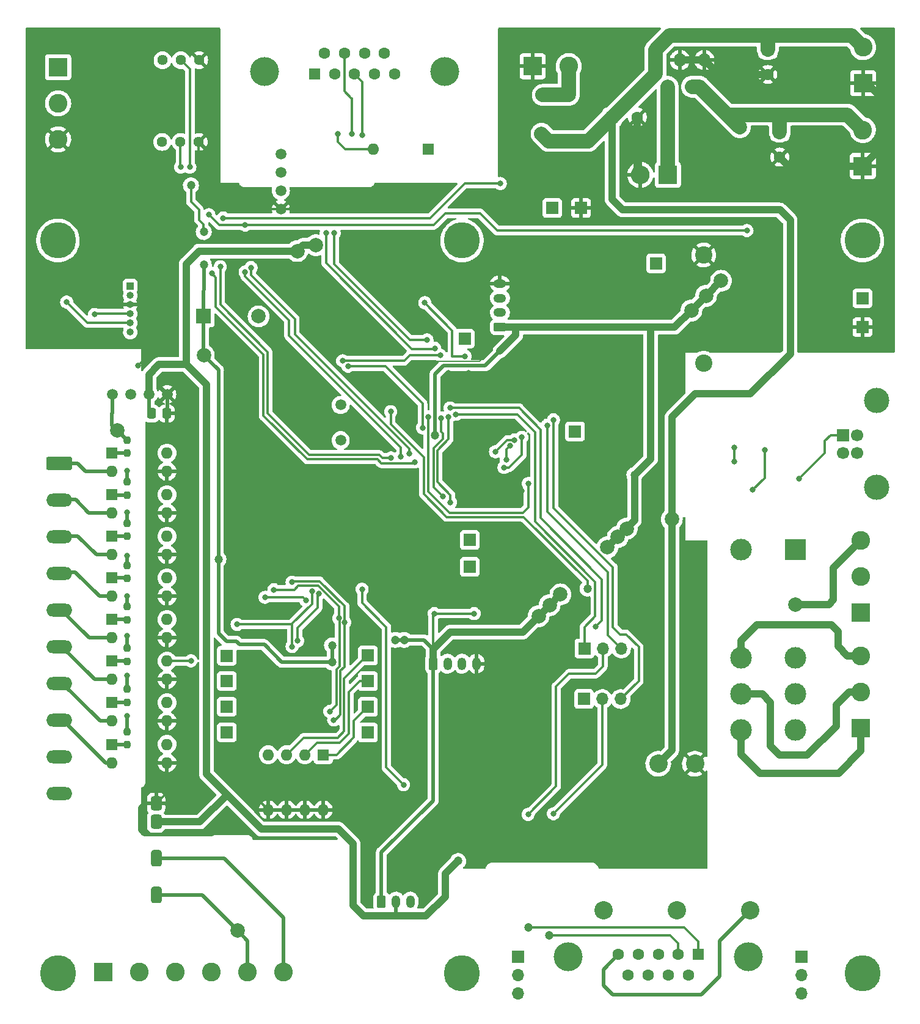
<source format=gbr>
%TF.GenerationSoftware,KiCad,Pcbnew,6.0.5*%
%TF.CreationDate,2022-11-11T14:10:47+03:00*%
%TF.ProjectId,stm32,73746d33-322e-46b6-9963-61645f706362,rev?*%
%TF.SameCoordinates,Original*%
%TF.FileFunction,Copper,L2,Bot*%
%TF.FilePolarity,Positive*%
%FSLAX46Y46*%
G04 Gerber Fmt 4.6, Leading zero omitted, Abs format (unit mm)*
G04 Created by KiCad (PCBNEW 6.0.5) date 2022-11-11 14:10:47*
%MOMM*%
%LPD*%
G01*
G04 APERTURE LIST*
G04 Aperture macros list*
%AMRoundRect*
0 Rectangle with rounded corners*
0 $1 Rounding radius*
0 $2 $3 $4 $5 $6 $7 $8 $9 X,Y pos of 4 corners*
0 Add a 4 corners polygon primitive as box body*
4,1,4,$2,$3,$4,$5,$6,$7,$8,$9,$2,$3,0*
0 Add four circle primitives for the rounded corners*
1,1,$1+$1,$2,$3*
1,1,$1+$1,$4,$5*
1,1,$1+$1,$6,$7*
1,1,$1+$1,$8,$9*
0 Add four rect primitives between the rounded corners*
20,1,$1+$1,$2,$3,$4,$5,0*
20,1,$1+$1,$4,$5,$6,$7,0*
20,1,$1+$1,$6,$7,$8,$9,0*
20,1,$1+$1,$8,$9,$2,$3,0*%
G04 Aperture macros list end*
%TA.AperFunction,ComponentPad*%
%ADD10R,1.600000X1.600000*%
%TD*%
%TA.AperFunction,ComponentPad*%
%ADD11O,1.600000X1.600000*%
%TD*%
%TA.AperFunction,ComponentPad*%
%ADD12R,2.600000X2.600000*%
%TD*%
%TA.AperFunction,ComponentPad*%
%ADD13C,2.600000*%
%TD*%
%TA.AperFunction,ComponentPad*%
%ADD14C,1.600000*%
%TD*%
%TA.AperFunction,ComponentPad*%
%ADD15R,1.700000X1.700000*%
%TD*%
%TA.AperFunction,ComponentPad*%
%ADD16O,1.700000X1.700000*%
%TD*%
%TA.AperFunction,ComponentPad*%
%ADD17C,5.000000*%
%TD*%
%TA.AperFunction,ComponentPad*%
%ADD18C,2.400000*%
%TD*%
%TA.AperFunction,ComponentPad*%
%ADD19R,2.000000X2.000000*%
%TD*%
%TA.AperFunction,ComponentPad*%
%ADD20C,2.000000*%
%TD*%
%TA.AperFunction,ComponentPad*%
%ADD21RoundRect,0.250000X-1.550000X0.650000X-1.550000X-0.650000X1.550000X-0.650000X1.550000X0.650000X0*%
%TD*%
%TA.AperFunction,ComponentPad*%
%ADD22O,3.600000X1.800000*%
%TD*%
%TA.AperFunction,ComponentPad*%
%ADD23C,4.000000*%
%TD*%
%TA.AperFunction,ComponentPad*%
%ADD24C,2.540000*%
%TD*%
%TA.AperFunction,ComponentPad*%
%ADD25C,1.500000*%
%TD*%
%TA.AperFunction,ComponentPad*%
%ADD26C,1.440000*%
%TD*%
%TA.AperFunction,ComponentPad*%
%ADD27RoundRect,0.250000X-0.350000X-0.625000X0.350000X-0.625000X0.350000X0.625000X-0.350000X0.625000X0*%
%TD*%
%TA.AperFunction,ComponentPad*%
%ADD28O,1.200000X1.750000*%
%TD*%
%TA.AperFunction,ComponentPad*%
%ADD29C,1.700000*%
%TD*%
%TA.AperFunction,ComponentPad*%
%ADD30C,3.500000*%
%TD*%
%TA.AperFunction,ComponentPad*%
%ADD31C,3.000000*%
%TD*%
%TA.AperFunction,ComponentPad*%
%ADD32R,3.000000X3.000000*%
%TD*%
%TA.AperFunction,ComponentPad*%
%ADD33O,2.600000X2.600000*%
%TD*%
%TA.AperFunction,ComponentPad*%
%ADD34R,1.000000X1.000000*%
%TD*%
%TA.AperFunction,ComponentPad*%
%ADD35O,1.000000X1.000000*%
%TD*%
%TA.AperFunction,ComponentPad*%
%ADD36RoundRect,0.250000X0.625000X-0.350000X0.625000X0.350000X-0.625000X0.350000X-0.625000X-0.350000X0*%
%TD*%
%TA.AperFunction,ComponentPad*%
%ADD37O,1.750000X1.200000*%
%TD*%
%TA.AperFunction,ComponentPad*%
%ADD38RoundRect,0.381000X-0.381000X0.619000X-0.381000X-0.619000X0.381000X-0.619000X0.381000X0.619000X0*%
%TD*%
%TA.AperFunction,ComponentPad*%
%ADD39RoundRect,0.381000X-0.381000X0.762000X-0.381000X-0.762000X0.381000X-0.762000X0.381000X0.762000X0*%
%TD*%
%TA.AperFunction,ComponentPad*%
%ADD40R,1.800000X1.800000*%
%TD*%
%TA.AperFunction,ComponentPad*%
%ADD41O,1.800000X1.800000*%
%TD*%
%TA.AperFunction,SMDPad,CuDef*%
%ADD42RoundRect,0.237500X-0.237500X0.250000X-0.237500X-0.250000X0.237500X-0.250000X0.237500X0.250000X0*%
%TD*%
%TA.AperFunction,SMDPad,CuDef*%
%ADD43RoundRect,0.250000X-0.337500X-0.475000X0.337500X-0.475000X0.337500X0.475000X-0.337500X0.475000X0*%
%TD*%
%TA.AperFunction,ViaPad*%
%ADD44C,0.800000*%
%TD*%
%TA.AperFunction,ViaPad*%
%ADD45C,1.200000*%
%TD*%
%TA.AperFunction,ViaPad*%
%ADD46C,2.000000*%
%TD*%
%TA.AperFunction,Conductor*%
%ADD47C,1.000000*%
%TD*%
%TA.AperFunction,Conductor*%
%ADD48C,0.200000*%
%TD*%
%TA.AperFunction,Conductor*%
%ADD49C,0.300000*%
%TD*%
%TA.AperFunction,Conductor*%
%ADD50C,0.500000*%
%TD*%
%TA.AperFunction,Conductor*%
%ADD51C,2.000000*%
%TD*%
G04 APERTURE END LIST*
D10*
%TO.P,U17,1*%
%TO.N,Net-(R37-Pad2)*%
X26000000Y-113511428D03*
D11*
%TO.P,U17,2*%
%TO.N,/Optocouple6/EXTi*%
X26000000Y-116051428D03*
%TO.P,U17,3*%
%TO.N,GND*%
X33620000Y-116051428D03*
%TO.P,U17,4*%
%TO.N,/Optocouple6/In*%
X33620000Y-113511428D03*
%TD*%
D12*
%TO.P,J27,1,Pin_1*%
%TO.N,GND*%
X130047000Y-39183500D03*
D13*
%TO.P,J27,2,Pin_2*%
%TO.N,+5V*%
X130047000Y-34183500D03*
%TD*%
D10*
%TO.P,C19,1*%
%TO.N,+24V*%
X95298349Y-32412500D03*
D14*
%TO.P,C19,2*%
%TO.N,GND*%
X98798349Y-32412500D03*
%TD*%
D10*
%TO.P,C28,1*%
%TO.N,+5V*%
X118541000Y-34444500D03*
D14*
%TO.P,C28,2*%
%TO.N,GND*%
X118541000Y-37944500D03*
%TD*%
D15*
%TO.P,JP4,1,A*%
%TO.N,Net-(J18-Pad8)*%
X121583400Y-148695700D03*
D16*
%TO.P,JP4,2,C*%
%TO.N,/SSI_Z*%
X121583400Y-151235700D03*
%TO.P,JP4,3,B*%
%TO.N,GND2*%
X121583400Y-153775700D03*
%TD*%
D15*
%TO.P,J16,1,Pin_1*%
%TO.N,Net-(J16-Pad1)*%
X75590400Y-94691200D03*
%TD*%
%TO.P,TP4,1,1*%
%TO.N,+3.3V*%
X130000000Y-57500000D03*
%TD*%
D17*
%TO.P,P3,1,P1*%
%TO.N,unconnected-(P3-Pad1)*%
X18500000Y-151000000D03*
%TD*%
D10*
%TO.P,SW4,1*%
%TO.N,Net-(R28-Pad2)*%
X69814600Y-36804600D03*
D11*
%TO.P,SW4,2*%
%TO.N,/CANL*%
X62194600Y-36804600D03*
%TD*%
D18*
%TO.P,C22,1*%
%TO.N,Net-(C22-Pad1)*%
X108000000Y-66500000D03*
%TO.P,C22,2*%
%TO.N,GND*%
X108000000Y-51500000D03*
%TD*%
D15*
%TO.P,JP2,1,A*%
%TO.N,/SPI1_MISO*%
X91420000Y-113000000D03*
D16*
%TO.P,JP2,2,C*%
%TO.N,/Rx422*%
X93960000Y-113000000D03*
%TO.P,JP2,3,B*%
%TO.N,/USART1Rx*%
X96500000Y-113000000D03*
%TD*%
D10*
%TO.P,U15,1*%
%TO.N,Net-(R35-Pad2)*%
X26000000Y-101985714D03*
D11*
%TO.P,U15,2*%
%TO.N,/Optocouple4/EXTi*%
X26000000Y-104525714D03*
%TO.P,U15,3*%
%TO.N,GND*%
X33620000Y-104525714D03*
%TO.P,U15,4*%
%TO.N,/Optocouple4/In*%
X33620000Y-101985714D03*
%TD*%
D12*
%TO.P,J20,1,Pin_1*%
%TO.N,Net-(J20-Pad1)*%
X24749600Y-150787800D03*
D13*
%TO.P,J20,2,Pin_2*%
%TO.N,Net-(J20-Pad2)*%
X29749600Y-150787800D03*
%TO.P,J20,3,Pin_3*%
%TO.N,Net-(J20-Pad3)*%
X34749600Y-150787800D03*
%TO.P,J20,4,Pin_4*%
%TO.N,Net-(J20-Pad4)*%
X39749600Y-150787800D03*
%TO.P,J20,5,Pin_5*%
%TO.N,Net-(J20-Pad5)*%
X44749600Y-150787800D03*
%TO.P,J20,6,Pin_6*%
%TO.N,Net-(J20-Pad6)*%
X49749600Y-150787800D03*
%TD*%
D15*
%TO.P,TP2,1,1*%
%TO.N,GND*%
X130000000Y-61500000D03*
%TD*%
D19*
%TO.P,BZ1,1,-*%
%TO.N,+3.3V*%
X38700000Y-60000000D03*
D20*
%TO.P,BZ1,2,+*%
%TO.N,Net-(BZ1-Pad2)*%
X46300000Y-60000000D03*
%TD*%
D17*
%TO.P,P5,1,P1*%
%TO.N,unconnected-(P5-Pad1)*%
X130000000Y-49500000D03*
%TD*%
D15*
%TO.P,J15,1,Pin_1*%
%TO.N,Net-(J15-Pad1)*%
X75590400Y-90982800D03*
%TD*%
D21*
%TO.P,J30,1,Pin_1*%
%TO.N,/Optocouple1/EXTi*%
X18683400Y-80398958D03*
D22*
%TO.P,J30,2,Pin_2*%
%TO.N,/Optocouple2/EXTi*%
X18683400Y-85478958D03*
%TO.P,J30,3,Pin_3*%
%TO.N,/Optocouple/EXTi*%
X18683400Y-90558958D03*
%TO.P,J30,4,Pin_4*%
%TO.N,/Optocouple3/EXTi*%
X18683400Y-95638958D03*
%TO.P,J30,5,Pin_5*%
%TO.N,/Optocouple4/EXTi*%
X18683400Y-100718958D03*
%TO.P,J30,6,Pin_6*%
%TO.N,/Optocouple5/EXTi*%
X18683400Y-105798958D03*
%TO.P,J30,7,Pin_7*%
%TO.N,/Optocouple6/EXTi*%
X18683400Y-110878958D03*
%TO.P,J30,8,Pin_8*%
%TO.N,/Optocouple7/EXTi*%
X18683400Y-115958958D03*
%TO.P,J30,9,Pin_9*%
%TO.N,/Egnd*%
X18683400Y-121038958D03*
%TO.P,J30,10,Pin_10*%
X18683400Y-126118958D03*
%TD*%
D23*
%TO.P,J28,0*%
%TO.N,N/C*%
X47111000Y-26116000D03*
X72111000Y-26116000D03*
D10*
%TO.P,J28,1,1*%
%TO.N,unconnected-(J28-Pad1)*%
X54071000Y-26416000D03*
D14*
%TO.P,J28,2,2*%
%TO.N,/CANL*%
X56841000Y-26416000D03*
%TO.P,J28,3,3*%
%TO.N,GND1*%
X59611000Y-26416000D03*
%TO.P,J28,4,4*%
%TO.N,unconnected-(J28-Pad4)*%
X62381000Y-26416000D03*
%TO.P,J28,5,5*%
%TO.N,unconnected-(J28-Pad5)*%
X65151000Y-26416000D03*
%TO.P,J28,6,6*%
%TO.N,unconnected-(J28-Pad6)*%
X55456000Y-23576000D03*
%TO.P,J28,7,7*%
%TO.N,/CANH*%
X58226000Y-23576000D03*
%TO.P,J28,8,8*%
%TO.N,unconnected-(J28-Pad8)*%
X60996000Y-23576000D03*
%TO.P,J28,9,9*%
%TO.N,unconnected-(J28-Pad9)*%
X63766000Y-23576000D03*
%TD*%
D24*
%TO.P,Q2,1,GND*%
%TO.N,GND*%
X106781600Y-121970800D03*
%TO.P,Q2,2,Vin*%
%TO.N,+24V*%
X101701600Y-121970800D03*
%TO.P,Q2,3,+Vo*%
%TO.N,Net-(J18-Pad8)*%
X94081600Y-142290800D03*
%TO.P,Q2,4*%
%TO.N,N/C*%
X104241600Y-142290800D03*
%TO.P,Q2,5,0V*%
%TO.N,GND2*%
X114401600Y-142290800D03*
%TD*%
D25*
%TO.P,Y1,1,1*%
%TO.N,/OSCIN*%
X57678600Y-72276200D03*
%TO.P,Y1,2,2*%
%TO.N,/OSCOUT*%
X57678600Y-77156200D03*
%TD*%
%TO.P,Q8,1,GND*%
%TO.N,GND*%
X49384800Y-45143469D03*
%TO.P,Q8,2,Vin*%
%TO.N,+5V*%
X49384800Y-42603469D03*
%TO.P,Q8,3,0V*%
%TO.N,GND1*%
X49384800Y-40063469D03*
%TO.P,Q8,4,+Vo*%
%TO.N,Net-(C23-Pad1)*%
X49384800Y-37523469D03*
%TD*%
D17*
%TO.P,P6,1,P1*%
%TO.N,unconnected-(P6-Pad1)*%
X74500000Y-49500000D03*
%TD*%
D12*
%TO.P,J25,1,Pin_1*%
%TO.N,/NO1*%
X129805000Y-101000000D03*
D13*
%TO.P,J25,2,Pin_2*%
%TO.N,/COM1*%
X129805000Y-96000000D03*
%TO.P,J25,3,Pin_3*%
%TO.N,/NC1*%
X129805000Y-91000000D03*
%TD*%
D15*
%TO.P,J3,1,Pin_1*%
%TO.N,Net-(J3-Pad1)*%
X41914200Y-106994800D03*
%TD*%
%TO.P,TP3,1,1*%
%TO.N,GND*%
X91000000Y-45000000D03*
%TD*%
D26*
%TO.P,RV1,1,1*%
%TO.N,GND*%
X38079800Y-24514600D03*
%TO.P,RV1,2,2*%
%TO.N,/AIN2*%
X35539800Y-24514600D03*
%TO.P,RV1,3,3*%
%TO.N,Net-(C12-Pad2)*%
X32999800Y-24514600D03*
%TD*%
D27*
%TO.P,J19,1,Pin_1*%
%TO.N,+3.3V*%
X70500000Y-108099400D03*
D28*
%TO.P,J19,2,Pin_2*%
%TO.N,Net-(J19-Pad2)*%
X72500000Y-108099400D03*
%TO.P,J19,3,Pin_3*%
%TO.N,Net-(J19-Pad3)*%
X74500000Y-108099400D03*
%TO.P,J19,4,Pin_4*%
%TO.N,GND*%
X76500000Y-108099400D03*
%TD*%
D15*
%TO.P,J1,1,Pin_1*%
%TO.N,Net-(J1-Pad1)*%
X61472200Y-114081400D03*
%TD*%
%TO.P,J2,1,Pin_1*%
%TO.N,Net-(J2-Pad1)*%
X61472200Y-110525400D03*
%TD*%
%TO.P,J29,1,VBUS*%
%TO.N,Net-(D8-Pad1)*%
X127290000Y-76429200D03*
D29*
%TO.P,J29,2,D-*%
%TO.N,Net-(J29-Pad2)*%
X127290000Y-78929200D03*
%TO.P,J29,3,D+*%
%TO.N,Net-(J29-Pad3)*%
X129290000Y-78929200D03*
%TO.P,J29,4,GND*%
%TO.N,Net-(D8-Pad4)*%
X129290000Y-76429200D03*
D30*
%TO.P,J29,5,Shield*%
X132000000Y-71659200D03*
X132000000Y-83699200D03*
%TD*%
D31*
%TO.P,K1,11*%
%TO.N,/COM1*%
X120707500Y-112292500D03*
%TO.P,K1,12*%
%TO.N,/NC1*%
X120707500Y-107292500D03*
%TO.P,K1,14*%
%TO.N,/NO1*%
X120707500Y-117292500D03*
%TO.P,K1,21*%
%TO.N,/COM2*%
X113207500Y-112292500D03*
%TO.P,K1,22*%
%TO.N,/NC2*%
X113207500Y-107292500D03*
%TO.P,K1,24*%
%TO.N,/NO2*%
X113207500Y-117292500D03*
D32*
%TO.P,K1,A1*%
%TO.N,Net-(Q6-Pad3)*%
X120707500Y-92292500D03*
D31*
%TO.P,K1,A2*%
%TO.N,+24V*%
X113207500Y-92292500D03*
%TD*%
D15*
%TO.P,J5,1,Pin_1*%
%TO.N,Net-(J5-Pad1)*%
X41914200Y-110500000D03*
%TD*%
%TO.P,JP3,1,A*%
%TO.N,Net-(J18-Pad8)*%
X82289600Y-148695700D03*
D16*
%TO.P,JP3,2,C*%
%TO.N,/SSI_VR*%
X82289600Y-151235700D03*
%TO.P,JP3,3,B*%
%TO.N,GND2*%
X82289600Y-153775700D03*
%TD*%
D10*
%TO.P,U14,1*%
%TO.N,Net-(R34-Pad2)*%
X26000000Y-96222857D03*
D11*
%TO.P,U14,2*%
%TO.N,/Optocouple3/EXTi*%
X26000000Y-98762857D03*
%TO.P,U14,3*%
%TO.N,GND*%
X33620000Y-98762857D03*
%TO.P,U14,4*%
%TO.N,/Optocouple3/In*%
X33620000Y-96222857D03*
%TD*%
D12*
%TO.P,D10,1,K*%
%TO.N,Net-(D10-Pad1)*%
X103027000Y-40413500D03*
D33*
%TO.P,D10,2,A*%
%TO.N,GND*%
X99217000Y-40413500D03*
%TD*%
D23*
%TO.P,J18,0*%
%TO.N,N/C*%
X114205200Y-148658169D03*
X89205200Y-148658169D03*
D10*
%TO.P,J18,1,1*%
%TO.N,Net-(J18-Pad1)*%
X107245200Y-148358169D03*
D14*
%TO.P,J18,2,2*%
%TO.N,Net-(J18-Pad2)*%
X104475200Y-148358169D03*
%TO.P,J18,3,3*%
%TO.N,Net-(J18-Pad3)*%
X101705200Y-148358169D03*
%TO.P,J18,4,4*%
%TO.N,Net-(J18-Pad4)*%
X98935200Y-148358169D03*
%TO.P,J18,5,5*%
%TO.N,GND2*%
X96165200Y-148358169D03*
%TO.P,J18,6,6*%
%TO.N,/SSI_Z*%
X105860200Y-151198169D03*
%TO.P,J18,7,7*%
%TO.N,/SSI_VR*%
X103090200Y-151198169D03*
%TO.P,J18,8,8*%
%TO.N,Net-(J18-Pad8)*%
X100320200Y-151198169D03*
%TO.P,J18,9,9*%
%TO.N,unconnected-(J18-Pad9)*%
X97550200Y-151198169D03*
%TD*%
D26*
%TO.P,RV2,1,1*%
%TO.N,GND*%
X38029000Y-35843000D03*
%TO.P,RV2,2,2*%
%TO.N,/AIN3*%
X35489000Y-35843000D03*
%TO.P,RV2,3,3*%
%TO.N,Net-(C13-Pad2)*%
X32949000Y-35843000D03*
%TD*%
D15*
%TO.P,J8,1,Pin_1*%
%TO.N,Net-(J8-Pad1)*%
X61472200Y-117637400D03*
%TD*%
%TO.P,J17,1,Pin_1*%
%TO.N,Net-(J17-Pad1)*%
X74879200Y-63093600D03*
%TD*%
D12*
%TO.P,J21,1,Pin_1*%
%TO.N,Net-(J21-Pad1)*%
X18526000Y-25500000D03*
D13*
%TO.P,J21,2,Pin_2*%
%TO.N,Net-(J21-Pad2)*%
X18526000Y-30500000D03*
%TO.P,J21,3,Pin_3*%
%TO.N,GND*%
X18526000Y-35500000D03*
%TD*%
D34*
%TO.P,J9,1,Pin_1*%
%TO.N,/SWCLK*%
X28525000Y-55825000D03*
D35*
%TO.P,J9,2,Pin_2*%
%TO.N,/SWDIO*%
X28525000Y-57095000D03*
%TO.P,J9,3,Pin_3*%
%TO.N,GND*%
X28525000Y-58365000D03*
%TO.P,J9,4,Pin_4*%
%TO.N,Net-(R1-Pad1)*%
X28525000Y-59635000D03*
%TO.P,J9,5,Pin_5*%
%TO.N,/boot*%
X28525000Y-60905000D03*
%TO.P,J9,6,Pin_6*%
%TO.N,/rst*%
X28525000Y-62175000D03*
%TD*%
D10*
%TO.P,U16,1*%
%TO.N,Net-(R36-Pad2)*%
X26000000Y-107748571D03*
D11*
%TO.P,U16,2*%
%TO.N,/Optocouple5/EXTi*%
X26000000Y-110288571D03*
%TO.P,U16,3*%
%TO.N,GND*%
X33620000Y-110288571D03*
%TO.P,U16,4*%
%TO.N,/Optocouple5/In*%
X33620000Y-107748571D03*
%TD*%
D10*
%TO.P,C18,1*%
%TO.N,+24V*%
X116890000Y-23012849D03*
D14*
%TO.P,C18,2*%
%TO.N,GND*%
X116890000Y-26512849D03*
%TD*%
D25*
%TO.P,Q1,1,GND*%
%TO.N,GND*%
X33645400Y-70780886D03*
%TO.P,Q1,2,Vin*%
%TO.N,+5V*%
X31105400Y-70780886D03*
%TO.P,Q1,3,0V*%
%TO.N,/Egnd*%
X28565400Y-70780886D03*
%TO.P,Q1,4,+Vo*%
%TO.N,/E5*%
X26025400Y-70780886D03*
%TD*%
D10*
%TO.P,U13,1*%
%TO.N,Net-(R33-Pad2)*%
X26000000Y-84697143D03*
D11*
%TO.P,U13,2*%
%TO.N,/Optocouple2/EXTi*%
X26000000Y-87237143D03*
%TO.P,U13,3*%
%TO.N,GND*%
X33620000Y-87237143D03*
%TO.P,U13,4*%
%TO.N,/Optocouple2/In*%
X33620000Y-84697143D03*
%TD*%
D27*
%TO.P,J22,1,Pin_1*%
%TO.N,+3.3V*%
X63338600Y-141059000D03*
D28*
%TO.P,J22,2,Pin_2*%
%TO.N,+5V*%
X65338600Y-141059000D03*
%TO.P,J22,3,Pin_3*%
%TO.N,/G1*%
X67338600Y-141059000D03*
%TD*%
D10*
%TO.P,SW2,1*%
%TO.N,Net-(J1-Pad1)*%
X55274600Y-120717900D03*
D11*
%TO.P,SW2,2*%
%TO.N,Net-(J2-Pad1)*%
X52734600Y-120717900D03*
%TO.P,SW2,3*%
%TO.N,Net-(J7-Pad1)*%
X50194600Y-120717900D03*
%TO.P,SW2,4*%
%TO.N,Net-(J8-Pad1)*%
X47654600Y-120717900D03*
%TO.P,SW2,5*%
%TO.N,GND*%
X47654600Y-128337900D03*
%TO.P,SW2,6*%
X50194600Y-128337900D03*
%TO.P,SW2,7*%
X52734600Y-128337900D03*
%TO.P,SW2,8*%
X55274600Y-128337900D03*
%TD*%
D10*
%TO.P,U11,1*%
%TO.N,Net-(R31-Pad2)*%
X26000000Y-90460000D03*
D11*
%TO.P,U11,2*%
%TO.N,/Optocouple/EXTi*%
X26000000Y-93000000D03*
%TO.P,U11,3*%
%TO.N,GND*%
X33620000Y-93000000D03*
%TO.P,U11,4*%
%TO.N,/Optocouple/In*%
X33620000Y-90460000D03*
%TD*%
D15*
%TO.P,TP1,1,1*%
%TO.N,Net-(C22-Pad1)*%
X101396000Y-52650000D03*
%TD*%
D17*
%TO.P,P1,1,P1*%
%TO.N,unconnected-(P1-Pad1)*%
X74500000Y-151000000D03*
%TD*%
D36*
%TO.P,J24,1,Pin_1*%
%TO.N,+3.3V*%
X79764000Y-61492000D03*
D37*
%TO.P,J24,2,Pin_2*%
%TO.N,+5V*%
X79764000Y-59492000D03*
%TO.P,J24,3,Pin_3*%
%TO.N,/4.6V*%
X79764000Y-57492000D03*
%TO.P,J24,4,Pin_4*%
%TO.N,GND*%
X79764000Y-55492000D03*
%TD*%
D17*
%TO.P,P4,1,P1*%
%TO.N,unconnected-(P4-Pad1)*%
X18500000Y-49500000D03*
%TD*%
D10*
%TO.P,U18,1*%
%TO.N,Net-(R38-Pad2)*%
X26000000Y-119274286D03*
D11*
%TO.P,U18,2*%
%TO.N,/Optocouple7/EXTi*%
X26000000Y-121814286D03*
%TO.P,U18,3*%
%TO.N,GND*%
X33620000Y-121814286D03*
%TO.P,U18,4*%
%TO.N,/Optocouple7/In*%
X33620000Y-119274286D03*
%TD*%
D15*
%TO.P,TP5,1,1*%
%TO.N,+5V*%
X87000000Y-45000000D03*
%TD*%
D20*
%TO.P,L1,1,1*%
%TO.N,+5V*%
X113000000Y-33809500D03*
%TO.P,L1,2,2*%
%TO.N,Net-(D10-Pad1)*%
X103000000Y-33809500D03*
%TD*%
D15*
%TO.P,JP1,1,A*%
%TO.N,/SPI1_SCK*%
X91475000Y-106000000D03*
D16*
%TO.P,JP1,2,C*%
%TO.N,/Tx422*%
X94015000Y-106000000D03*
%TO.P,JP1,3,B*%
%TO.N,/USART1Tx*%
X96555000Y-106000000D03*
%TD*%
D12*
%TO.P,J26,1,Pin_1*%
%TO.N,GND*%
X130098000Y-27713500D03*
D13*
%TO.P,J26,2,Pin_2*%
%TO.N,+24V*%
X130098000Y-22713500D03*
%TD*%
D15*
%TO.P,J4,1,Pin_1*%
%TO.N,Net-(J4-Pad1)*%
X41914200Y-117612000D03*
%TD*%
%TO.P,J6,1,Pin_1*%
%TO.N,Net-(J6-Pad1)*%
X41914200Y-114056000D03*
%TD*%
D38*
%TO.P,Q3,1,GND*%
%TO.N,GND*%
X32105600Y-127480400D03*
%TO.P,Q3,2,Vin*%
%TO.N,+5V*%
X32105600Y-130020400D03*
D39*
%TO.P,Q3,4,0V*%
%TO.N,Net-(J20-Pad6)*%
X32105600Y-135100400D03*
%TO.P,Q3,6,+Vo*%
%TO.N,Net-(J20-Pad5)*%
X32105600Y-140180400D03*
%TD*%
D40*
%TO.P,U9,1,VIN*%
%TO.N,+24V*%
X101298000Y-24488500D03*
D41*
%TO.P,U9,2,VOUT*%
%TO.N,Net-(D10-Pad1)*%
X102998000Y-28188500D03*
%TO.P,U9,3,GND*%
%TO.N,GND*%
X104698000Y-24488500D03*
%TO.P,U9,4,FB*%
%TO.N,+5V*%
X106398000Y-28188500D03*
%TO.P,U9,5,ON/OFF*%
%TO.N,GND*%
X108098000Y-24488500D03*
%TD*%
D15*
%TO.P,J7,1,Pin_1*%
%TO.N,Net-(J7-Pad1)*%
X61472200Y-106969400D03*
%TD*%
D10*
%TO.P,U12,1*%
%TO.N,Net-(R32-Pad2)*%
X26000000Y-78934286D03*
D11*
%TO.P,U12,2*%
%TO.N,/Optocouple1/EXTi*%
X26000000Y-81474286D03*
%TO.P,U12,3*%
%TO.N,GND*%
X33620000Y-81474286D03*
%TO.P,U12,4*%
%TO.N,/Optocouple1/In*%
X33620000Y-78934286D03*
%TD*%
D17*
%TO.P,P2,1,P1*%
%TO.N,unconnected-(P2-Pad1)*%
X130000000Y-151000000D03*
%TD*%
D12*
%TO.P,J23,1,Pin_1*%
%TO.N,GND*%
X84291000Y-25351500D03*
D13*
%TO.P,J23,2,Pin_2*%
%TO.N,Net-(J23-Pad2)*%
X89291000Y-25351500D03*
%TD*%
D12*
%TO.P,J10,1,Pin_1*%
%TO.N,/NO2*%
X129805000Y-117000000D03*
D13*
%TO.P,J10,2,Pin_2*%
%TO.N,/COM2*%
X129805000Y-112000000D03*
%TO.P,J10,3,Pin_3*%
%TO.N,/NC2*%
X129805000Y-107000000D03*
%TD*%
D15*
%TO.P,J38,1,Pin_1*%
%TO.N,Net-(J38-Pad1)*%
X90170000Y-75946000D03*
%TD*%
D42*
%TO.P,R36,1*%
%TO.N,/E5*%
X28057400Y-105936386D03*
%TO.P,R36,2*%
%TO.N,Net-(R36-Pad2)*%
X28057400Y-107761386D03*
%TD*%
%TO.P,R32,1*%
%TO.N,/E5*%
X28057400Y-77130886D03*
%TO.P,R32,2*%
%TO.N,Net-(R32-Pad2)*%
X28057400Y-78955886D03*
%TD*%
D43*
%TO.P,C1,1*%
%TO.N,+5V*%
X31486400Y-73447886D03*
%TO.P,C1,2*%
%TO.N,GND*%
X33561400Y-73447886D03*
%TD*%
D42*
%TO.P,R35,1*%
%TO.N,/E5*%
X28057400Y-100197886D03*
%TO.P,R35,2*%
%TO.N,Net-(R35-Pad2)*%
X28057400Y-102022886D03*
%TD*%
%TO.P,R37,1*%
%TO.N,/E5*%
X28057400Y-111627886D03*
%TO.P,R37,2*%
%TO.N,Net-(R37-Pad2)*%
X28057400Y-113452886D03*
%TD*%
%TO.P,R38,1*%
%TO.N,/E5*%
X28057400Y-117493386D03*
%TO.P,R38,2*%
%TO.N,Net-(R38-Pad2)*%
X28057400Y-119318386D03*
%TD*%
%TO.P,R33,1*%
%TO.N,/E5*%
X28057400Y-82925886D03*
%TO.P,R33,2*%
%TO.N,Net-(R33-Pad2)*%
X28057400Y-84750886D03*
%TD*%
%TO.P,R34,1*%
%TO.N,/E5*%
X28057400Y-94482886D03*
%TO.P,R34,2*%
%TO.N,Net-(R34-Pad2)*%
X28057400Y-96307886D03*
%TD*%
%TO.P,R31,1*%
%TO.N,/E5*%
X28057400Y-88640886D03*
%TO.P,R31,2*%
%TO.N,Net-(R31-Pad2)*%
X28057400Y-90465886D03*
%TD*%
D44*
%TO.N,GND*%
X41295200Y-130264600D03*
X65006900Y-128337900D03*
X68986400Y-115519200D03*
X81534000Y-50546000D03*
X46888400Y-106984800D03*
X78028800Y-81432400D03*
X37185600Y-47447200D03*
X29565600Y-66852800D03*
X82753200Y-84175600D03*
D45*
X85500000Y-118500000D03*
D44*
X68808000Y-68858800D03*
X58909800Y-43136869D03*
X77317600Y-64820800D03*
X75387200Y-67818000D03*
X97993200Y-74371200D03*
X63550800Y-68783200D03*
X46888400Y-116840000D03*
X60147200Y-68834000D03*
X46888400Y-110490000D03*
X58623200Y-58166000D03*
X72644000Y-67818000D03*
X50038000Y-53441600D03*
D45*
%TO.N,+5V*%
X73964800Y-135432800D03*
D46*
X54254400Y-50139600D03*
X51663600Y-50952400D03*
D44*
%TO.N,/I2C1_SCL*%
X72898000Y-85750400D03*
X72644000Y-73964800D03*
%TO.N,/I2C1_SDA*%
X71613900Y-74066400D03*
X71831200Y-84937600D03*
%TO.N,/CANL*%
X57309600Y-34754869D03*
%TO.N,/CANH*%
X59214600Y-34704069D03*
D45*
%TO.N,/Relay*%
X91897200Y-97688400D03*
D44*
X64617600Y-73202800D03*
%TO.N,/PWM*%
X66395600Y-124866400D03*
X60651777Y-97786577D03*
%TO.N,/CAN_Rx*%
X55676800Y-48463200D03*
X70713600Y-64414400D03*
%TO.N,/CAN_Tx*%
X69646800Y-63246000D03*
X56794400Y-48463200D03*
%TO.N,Net-(R1-Pad1)*%
X23571200Y-59740800D03*
D45*
%TO.N,Net-(J18-Pad2)*%
X86614000Y-145694400D03*
%TO.N,Net-(J18-Pad1)*%
X83667600Y-144627600D03*
D46*
%TO.N,+3.3V*%
X38709600Y-65379600D03*
D44*
X70669400Y-101166600D03*
D46*
X94665800Y-91973400D03*
X96088200Y-90551000D03*
X106283800Y-59192200D03*
D45*
X98399600Y-81991200D03*
D46*
X85115400Y-101523800D03*
X97336276Y-89385900D03*
D45*
X56489600Y-105562400D03*
D46*
X88138000Y-98501200D03*
D45*
X70764400Y-76458800D03*
D46*
X86639400Y-99999800D03*
X110413000Y-55063000D03*
D44*
X76181200Y-101166600D03*
D45*
X40741600Y-93624400D03*
X66497200Y-104800400D03*
D46*
X108315800Y-57160200D03*
D45*
X36931600Y-41859200D03*
X38709600Y-48310800D03*
X65278000Y-104800400D03*
X56489600Y-107899200D03*
X38709600Y-52832000D03*
D44*
%TO.N,/rst*%
X69037200Y-75438000D03*
X58724800Y-66903600D03*
%TO.N,/E5*%
X28077880Y-98700406D03*
X28077880Y-115312006D03*
X28077880Y-109724006D03*
D46*
X26720457Y-75793943D03*
D44*
X28077880Y-87118006D03*
X28077880Y-104237606D03*
X28077880Y-93112406D03*
X28077880Y-81377606D03*
%TO.N,/AIN0*%
X40995600Y-53136800D03*
X41402000Y-46380400D03*
X64668400Y-79603600D03*
X79806800Y-41605200D03*
D46*
%TO.N,+24V*%
X85521000Y-34698500D03*
X103581200Y-88087200D03*
D44*
%TO.N,Net-(D8-Pad1)*%
X121194800Y-82523000D03*
%TO.N,Net-(C20-Pad2)*%
X116445000Y-78484400D03*
X114794000Y-84047000D03*
%TO.N,Net-(D8-Pad7)*%
X112279400Y-80135400D03*
X112279400Y-78128800D03*
%TO.N,GND1*%
X60713200Y-34932669D03*
%TO.N,/boot*%
X71475600Y-65379600D03*
X19710400Y-58013600D03*
X57962800Y-66154100D03*
%TO.N,/SWCLK*%
X74930000Y-65532000D03*
X69342000Y-58115200D03*
D46*
%TO.N,Net-(J20-Pad5)*%
X43378000Y-145081800D03*
%TO.N,Net-(J23-Pad2)*%
X89291000Y-29324500D03*
X85688000Y-29324500D03*
D44*
%TO.N,/SPI1_SCK*%
X73660000Y-73558400D03*
%TO.N,/Tx422*%
X83667600Y-128981200D03*
%TO.N,/USART1Tx*%
X86309200Y-75082400D03*
%TO.N,/SPI1_MISO*%
X72847200Y-72694800D03*
X93000000Y-103000000D03*
%TO.N,/Rx422*%
X87172800Y-128879600D03*
%TO.N,/USART1Rx*%
X87172800Y-74320400D03*
%TO.N,/AIN1*%
X65989200Y-79451200D03*
X39420800Y-45923200D03*
X113995200Y-48107600D03*
X44450000Y-47345600D03*
X44450000Y-53848000D03*
%TO.N,/AIN2*%
X67157600Y-78994000D03*
X45262800Y-53238400D03*
X36779200Y-39319200D03*
%TO.N,/AIN3*%
X39827200Y-54051200D03*
X35509200Y-39319200D03*
X67919600Y-80162400D03*
%TO.N,/DIN*%
X50956600Y-105724800D03*
X53695600Y-98094800D03*
X43332400Y-102666800D03*
%TO.N,/DEN0*%
X54637559Y-98429044D03*
X51718600Y-104937400D03*
%TO.N,/Addr2*%
X50952400Y-96824800D03*
X56722400Y-115884800D03*
X58255100Y-102362000D03*
%TO.N,/Addr1*%
X48428200Y-97856600D03*
X56189000Y-114716400D03*
X57427733Y-101801223D03*
%TO.N,/Optocouple5/In*%
X36931600Y-107696000D03*
%TO.N,/DEN1*%
X47193200Y-98907600D03*
X52882800Y-99364800D03*
%TO.N,/USBpullup*%
X69799200Y-73914000D03*
X83667600Y-83159600D03*
%TO.N,/SPI2_SCK*%
X80619600Y-79857600D03*
X81127600Y-77927200D03*
%TO.N,/SPI2_MISO*%
X79146400Y-78740000D03*
X81788000Y-77114400D03*
%TO.N,/SPI2_MOSI*%
X82804000Y-76758800D03*
X80327300Y-80924400D03*
D46*
%TO.N,/NC1*%
X120700800Y-99923600D03*
%TD*%
D47*
%TO.N,GND*%
X130606000Y-27713500D02*
X133527000Y-30634500D01*
X98798349Y-39994849D02*
X99217000Y-40413500D01*
D48*
X77317600Y-65887600D02*
X76962000Y-66243200D01*
D49*
X45249900Y-117462500D02*
X45872400Y-116840000D01*
D48*
X97993200Y-71678800D02*
X94132400Y-67818000D01*
D50*
X31547885Y-110288571D02*
X31537200Y-110277886D01*
D49*
X38029000Y-38943400D02*
X39547800Y-40462200D01*
D50*
X33620000Y-104525714D02*
X31548972Y-104525714D01*
X33620000Y-81474286D02*
X32197600Y-81474286D01*
D47*
X98798349Y-32412500D02*
X98798349Y-39994849D01*
D49*
X30272600Y-58365000D02*
X30272600Y-54360200D01*
X78028800Y-82245200D02*
X79857600Y-84074000D01*
X75387200Y-67818000D02*
X88747600Y-67818000D01*
X77317600Y-56286400D02*
X78112000Y-55492000D01*
X38029000Y-35843000D02*
X38029000Y-38943400D01*
X67902500Y-128337900D02*
X68986400Y-127254000D01*
X29565600Y-66852800D02*
X31292800Y-65125600D01*
D50*
X33561400Y-75182886D02*
X33561400Y-73447886D01*
X29870400Y-131165600D02*
X30429200Y-131724400D01*
D49*
X30272600Y-54360200D02*
X35763200Y-48869600D01*
X55274600Y-128337900D02*
X65006900Y-128337900D01*
X35763200Y-48869600D02*
X37185600Y-47447200D01*
X88747600Y-67818000D02*
X94132400Y-67818000D01*
X79764000Y-52316000D02*
X79764000Y-55492000D01*
X47654600Y-128337900D02*
X50194600Y-128337900D01*
X46888400Y-116840000D02*
X46888400Y-110490000D01*
X65006900Y-128337900D02*
X67902500Y-128337900D01*
X75387200Y-67818000D02*
X72644000Y-67818000D01*
X63550800Y-68783200D02*
X60198000Y-68783200D01*
X52534400Y-43136869D02*
X50527800Y-45143469D01*
D50*
X41295200Y-130307200D02*
X39878000Y-131724400D01*
X31537200Y-98746286D02*
X31537200Y-104537486D01*
X31537200Y-110277886D02*
X31537200Y-116119886D01*
X31548972Y-104525714D02*
X31537200Y-104537486D01*
X33620000Y-110288571D02*
X31547885Y-110288571D01*
D48*
X68986400Y-66243200D02*
X68808000Y-66421600D01*
D49*
X50527800Y-45143469D02*
X49384800Y-45143469D01*
D48*
X77317600Y-64820800D02*
X77317600Y-65887600D01*
D49*
X79959200Y-84175600D02*
X82753200Y-84175600D01*
D50*
X33645400Y-70780886D02*
X33645400Y-73363886D01*
D49*
X58623200Y-58166000D02*
X53898800Y-53441600D01*
D47*
X110122349Y-26512849D02*
X108098000Y-24488500D01*
D50*
X39878000Y-131724400D02*
X30429200Y-131724400D01*
D49*
X76500000Y-110000000D02*
X85000000Y-118500000D01*
X60198000Y-68783200D02*
X60147200Y-68834000D01*
X32969200Y-46075600D02*
X35763200Y-48869600D01*
X33620000Y-125966000D02*
X32105600Y-127480400D01*
D48*
X68808000Y-66421600D02*
X68808000Y-68858800D01*
D49*
X46888400Y-110490000D02*
X46888400Y-106984800D01*
X58909800Y-43136869D02*
X52534400Y-43136869D01*
D50*
X31537200Y-104537486D02*
X31537200Y-110277886D01*
X33620000Y-93000000D02*
X31582114Y-93000000D01*
X31537200Y-92955086D02*
X31537200Y-98746286D01*
D49*
X76500000Y-108099400D02*
X76500000Y-110000000D01*
X31292800Y-65125600D02*
X31292800Y-59385200D01*
X68986400Y-127254000D02*
X68986400Y-115519200D01*
X30272600Y-58365000D02*
X28525000Y-58365000D01*
D47*
X104698000Y-24488500D02*
X108098000Y-24488500D01*
X133527000Y-30634500D02*
X133527000Y-35703500D01*
D49*
X79857600Y-84074000D02*
X79959200Y-84175600D01*
X78112000Y-55492000D02*
X79764000Y-55492000D01*
D50*
X41295200Y-130264600D02*
X41295200Y-130307200D01*
D49*
X39547800Y-40462200D02*
X44229069Y-45143469D01*
D50*
X31537200Y-87163886D02*
X31537200Y-92955086D01*
D49*
X45872400Y-116840000D02*
X46888400Y-116840000D01*
X52734600Y-128337900D02*
X55274600Y-128337900D01*
D47*
X130047000Y-39183500D02*
X119780000Y-39183500D01*
D50*
X33620000Y-98762857D02*
X31553771Y-98762857D01*
D49*
X44229069Y-45143469D02*
X49384800Y-45143469D01*
D47*
X130098000Y-27713500D02*
X130606000Y-27713500D01*
D50*
X29870400Y-128066800D02*
X29870400Y-131165600D01*
X31537200Y-77207086D02*
X33561400Y-75182886D01*
D47*
X133527000Y-35703500D02*
X130047000Y-39183500D01*
D49*
X85000000Y-118500000D02*
X85500000Y-118500000D01*
X77317600Y-64820800D02*
X77317600Y-56286400D01*
D50*
X32105600Y-127480400D02*
X30456800Y-127480400D01*
D47*
X119780000Y-39183500D02*
X118541000Y-37944500D01*
D50*
X33620000Y-87237143D02*
X31610457Y-87237143D01*
D49*
X81534000Y-50546000D02*
X79764000Y-52316000D01*
X39547800Y-40462200D02*
X34620200Y-40462200D01*
D50*
X31537200Y-116119886D02*
X31537200Y-121047486D01*
X31553771Y-98762857D02*
X31537200Y-98746286D01*
D49*
X78028800Y-81432400D02*
X78028800Y-82245200D01*
X45249900Y-125933200D02*
X45249900Y-117462500D01*
D48*
X97993200Y-74371200D02*
X97993200Y-71678800D01*
D50*
X31537200Y-82134686D02*
X31537200Y-87163886D01*
D49*
X47654600Y-128337900D02*
X45249900Y-125933200D01*
D48*
X76962000Y-66243200D02*
X68986400Y-66243200D01*
D50*
X32304000Y-121814286D02*
X33620000Y-121814286D01*
D49*
X53898800Y-53441600D02*
X50038000Y-53441600D01*
X34620200Y-40462200D02*
X32969200Y-42113200D01*
D50*
X31537200Y-121047486D02*
X32304000Y-121814286D01*
X33620000Y-116051428D02*
X31605658Y-116051428D01*
X31610457Y-87237143D02*
X31537200Y-87163886D01*
D47*
X116890000Y-26512849D02*
X110122349Y-26512849D01*
D50*
X31537200Y-82134686D02*
X31537200Y-77207086D01*
X32197600Y-81474286D02*
X31537200Y-82134686D01*
D49*
X31292800Y-59385200D02*
X30272600Y-58365000D01*
D50*
X30456800Y-127480400D02*
X29870400Y-128066800D01*
D49*
X50194600Y-128337900D02*
X52734600Y-128337900D01*
D50*
X33645400Y-73363886D02*
X33561400Y-73447886D01*
D49*
X33620000Y-121814286D02*
X33620000Y-125966000D01*
X32969200Y-42113200D02*
X32969200Y-46075600D01*
D50*
X31582114Y-93000000D02*
X31537200Y-92955086D01*
X31605658Y-116051428D02*
X31537200Y-116119886D01*
D47*
%TO.N,+5V*%
X31105400Y-70780886D02*
X31105400Y-68056200D01*
X36271200Y-52730400D02*
X36271200Y-65278000D01*
X39065200Y-69443600D02*
X39065200Y-123393200D01*
X32105600Y-130020400D02*
X38178400Y-130020400D01*
D50*
X65338600Y-141059000D02*
X65338600Y-142808600D01*
D47*
X54254400Y-50139600D02*
X52476400Y-50139600D01*
X41935400Y-126263400D02*
X46685200Y-131013200D01*
X46685200Y-131013200D02*
X57404000Y-131013200D01*
D50*
X65338600Y-142808600D02*
X65582800Y-143052800D01*
D47*
X36271200Y-66649600D02*
X39065200Y-69443600D01*
X65582800Y-143052800D02*
X69494400Y-143052800D01*
X52476400Y-50139600D02*
X51663600Y-50952400D01*
D51*
X118541000Y-34444500D02*
X118541000Y-32184000D01*
D47*
X54254400Y-50596800D02*
X54254400Y-50139600D01*
X32512000Y-66649600D02*
X32334200Y-66827400D01*
X59385200Y-141579600D02*
X60858400Y-143052800D01*
D51*
X130047000Y-34183500D02*
X127935000Y-32071500D01*
X118428500Y-32071500D02*
X111262000Y-32071500D01*
X118541000Y-32184000D02*
X118428500Y-32071500D01*
X106398000Y-28188500D02*
X107379000Y-28188500D01*
D47*
X36271200Y-65278000D02*
X36271200Y-66649600D01*
D51*
X107379000Y-28188500D02*
X111262000Y-32071500D01*
D50*
X31105400Y-73066886D02*
X31486400Y-73447886D01*
D47*
X38178400Y-130020400D02*
X41935400Y-126263400D01*
D51*
X111262000Y-32071500D02*
X113000000Y-33809500D01*
D47*
X57404000Y-131013200D02*
X59385200Y-132994400D01*
D50*
X31105400Y-70780886D02*
X31105400Y-73066886D01*
D47*
X39065200Y-123393200D02*
X41935400Y-126263400D01*
X72186800Y-137210800D02*
X73964800Y-135432800D01*
X72186800Y-140360400D02*
X72186800Y-139039600D01*
X69494400Y-143052800D02*
X72186800Y-140360400D01*
D51*
X127935000Y-32071500D02*
X118428500Y-32071500D01*
D47*
X31105400Y-68056200D02*
X32334200Y-66827400D01*
X59385200Y-132994400D02*
X59385200Y-141579600D01*
X51663600Y-50952400D02*
X38049200Y-50952400D01*
X72186800Y-139039600D02*
X72186800Y-137210800D01*
X38049200Y-50952400D02*
X36271200Y-52730400D01*
X60858400Y-143052800D02*
X65582800Y-143052800D01*
X36271200Y-66649600D02*
X32512000Y-66649600D01*
D49*
%TO.N,/I2C1_SCL*%
X72898000Y-84734400D02*
X71069200Y-82905600D01*
X71069200Y-82905600D02*
X71069200Y-78587600D01*
X72898000Y-85750400D02*
X72898000Y-84734400D01*
X71069200Y-78587600D02*
X72644000Y-77012800D01*
X72644000Y-77012800D02*
X72644000Y-73964800D01*
%TO.N,/I2C1_SDA*%
X71613900Y-75931900D02*
X71882000Y-76200000D01*
X70561200Y-83667600D02*
X70561200Y-78282800D01*
X71831200Y-84937600D02*
X70561200Y-83667600D01*
X71882000Y-76200000D02*
X71882000Y-76962000D01*
X71613900Y-74066400D02*
X71613900Y-75931900D01*
X70561200Y-78282800D02*
X71882000Y-76962000D01*
%TO.N,/CANL*%
X57309600Y-35795800D02*
X58318400Y-36804600D01*
X57309600Y-34754869D02*
X57309600Y-35795800D01*
X58318400Y-36804600D02*
X62194600Y-36804600D01*
%TO.N,/CANH*%
X59189200Y-29801869D02*
X59214600Y-29827269D01*
X59214600Y-29827269D02*
X59214600Y-34704069D01*
X58226000Y-28838669D02*
X59189200Y-29801869D01*
X58226000Y-23576000D02*
X58226000Y-28838669D01*
%TO.N,/Relay*%
X64617600Y-74930000D02*
X69189600Y-79502000D01*
X69189600Y-84582000D02*
X72390000Y-87782400D01*
X69189600Y-79502000D02*
X69189600Y-84582000D01*
X64617600Y-73202800D02*
X64617600Y-74930000D01*
X72390000Y-87782400D02*
X83058000Y-87782400D01*
X91897200Y-96621600D02*
X91897200Y-97688400D01*
X83058000Y-87782400D02*
X91897200Y-96621600D01*
%TO.N,/PWM*%
X63492800Y-102507200D02*
X63507200Y-102507200D01*
X60651777Y-99666177D02*
X63492800Y-102507200D01*
X64014600Y-103014600D02*
X64014600Y-122485400D01*
X60651777Y-97786577D02*
X60651777Y-99666177D01*
X64014600Y-122485400D02*
X66395600Y-124866400D01*
X63507200Y-102507200D02*
X64014600Y-103014600D01*
%TO.N,/CAN_Rx*%
X70713600Y-64414400D02*
X70623689Y-64504311D01*
X55676800Y-52628800D02*
X55676800Y-48463200D01*
X67552311Y-64504311D02*
X55676800Y-52628800D01*
X70623689Y-64504311D02*
X67552311Y-64504311D01*
%TO.N,/CAN_Tx*%
X56794400Y-48463200D02*
X56794400Y-52781200D01*
X56794400Y-52781200D02*
X67259200Y-63246000D01*
X67259200Y-63246000D02*
X69646800Y-63246000D01*
%TO.N,Net-(J1-Pad1)*%
X57121700Y-120717900D02*
X59516400Y-118323200D01*
X55274600Y-120717900D02*
X57121700Y-120717900D01*
X59516400Y-116037200D02*
X61472200Y-114081400D01*
X59516400Y-118323200D02*
X59516400Y-116037200D01*
%TO.N,Net-(R1-Pad1)*%
X23677000Y-59635000D02*
X28525000Y-59635000D01*
X23571200Y-59740800D02*
X23677000Y-59635000D01*
D50*
%TO.N,Net-(R31-Pad2)*%
X28057400Y-90465886D02*
X26005886Y-90465886D01*
X26005886Y-90465886D02*
X26000000Y-90460000D01*
D49*
%TO.N,Net-(J18-Pad2)*%
X103327200Y-145694400D02*
X104475200Y-146842400D01*
X104475200Y-146842400D02*
X104475200Y-148358169D01*
X86614000Y-145694400D02*
X103327200Y-145694400D01*
%TO.N,Net-(J18-Pad1)*%
X107245200Y-148358169D02*
X107245200Y-146564400D01*
X105410000Y-144729200D02*
X105308400Y-144627600D01*
X107245200Y-146564400D02*
X105410000Y-144729200D01*
X105308400Y-144627600D02*
X83667600Y-144627600D01*
%TO.N,+3.3V*%
X70500000Y-101336000D02*
X70669400Y-101166600D01*
X70669400Y-101166600D02*
X76181200Y-101166600D01*
D47*
X98399600Y-81991200D02*
X100660200Y-79730600D01*
D49*
X38049200Y-46634400D02*
X38049200Y-45262800D01*
D50*
X40741600Y-93624400D02*
X40741600Y-103886000D01*
X47091600Y-105460800D02*
X49530000Y-107899200D01*
D47*
X81967200Y-62609600D02*
X79764000Y-64812800D01*
X86639400Y-99999800D02*
X88138000Y-98501200D01*
D50*
X40741600Y-67411600D02*
X38700000Y-65370000D01*
D47*
X100660200Y-79730600D02*
X100660200Y-61493400D01*
D50*
X63338600Y-141059000D02*
X63338600Y-134222600D01*
X70500000Y-127061200D02*
X70500000Y-108099400D01*
D49*
X36931600Y-44145200D02*
X36931600Y-41859200D01*
D47*
X100658800Y-61492000D02*
X81967200Y-61492000D01*
X97253300Y-89385900D02*
X96088200Y-90551000D01*
D49*
X38709600Y-48310800D02*
X38700000Y-47285200D01*
D50*
X66497200Y-104800400D02*
X65278000Y-104800400D01*
D47*
X81967200Y-61492000D02*
X79764000Y-61492000D01*
D50*
X66497200Y-104800400D02*
X69219600Y-104800400D01*
D47*
X96850200Y-89789000D02*
X96088200Y-90551000D01*
X72847200Y-103733600D02*
X82905600Y-103733600D01*
X98399600Y-88239600D02*
X97336276Y-89302924D01*
D49*
X38700000Y-47285200D02*
X38049200Y-46634400D01*
D47*
X97336276Y-89302924D02*
X97336276Y-89385900D01*
X100660200Y-61493400D02*
X100658800Y-61492000D01*
D50*
X43688000Y-105460800D02*
X47091600Y-105460800D01*
D47*
X81967200Y-61492000D02*
X81967200Y-62609600D01*
X108315800Y-57160200D02*
X106283800Y-59192200D01*
D50*
X38700000Y-65370000D02*
X38700000Y-60000000D01*
X41859200Y-105003600D02*
X43230800Y-105003600D01*
D49*
X38049200Y-45262800D02*
X36931600Y-44145200D01*
D50*
X70764400Y-68021200D02*
X71932800Y-66852800D01*
D47*
X106283800Y-59192200D02*
X103984000Y-61492000D01*
X85115400Y-101523800D02*
X86639400Y-99999800D01*
X82905600Y-103733600D02*
X85115400Y-101523800D01*
D50*
X70764400Y-76458800D02*
X70764400Y-68021200D01*
X49530000Y-107899200D02*
X56489600Y-107899200D01*
X79764000Y-64812800D02*
X77724000Y-66852800D01*
D47*
X110413000Y-55063000D02*
X108315800Y-57160200D01*
D50*
X77724000Y-66852800D02*
X71932800Y-66852800D01*
X38700000Y-60000000D02*
X38709600Y-52832000D01*
D49*
X70500000Y-108099400D02*
X70500000Y-101336000D01*
D50*
X56489600Y-107899200D02*
X56489600Y-105562400D01*
D47*
X97336276Y-89385900D02*
X97253300Y-89385900D01*
X98399600Y-88239600D02*
X96850200Y-89789000D01*
D50*
X40741600Y-103886000D02*
X41859200Y-105003600D01*
D47*
X102538400Y-61492000D02*
X100658800Y-61492000D01*
D50*
X63338600Y-134222600D02*
X70500000Y-127061200D01*
D47*
X70500000Y-108099400D02*
X70500000Y-106080800D01*
D50*
X43230800Y-105003600D02*
X43688000Y-105460800D01*
D47*
X70500000Y-106080800D02*
X72847200Y-103733600D01*
D50*
X40741600Y-93624400D02*
X40741600Y-67411600D01*
D47*
X96088200Y-90551000D02*
X94665800Y-91973400D01*
X103984000Y-61492000D02*
X102538400Y-61492000D01*
X98399600Y-88239600D02*
X98399600Y-81991200D01*
D50*
X69219600Y-104800400D02*
X70500000Y-106080800D01*
D49*
%TO.N,/rst*%
X69037200Y-75438000D02*
X69037200Y-72085200D01*
X69037200Y-72085200D02*
X63855600Y-66903600D01*
X63855600Y-66903600D02*
X58724800Y-66903600D01*
D50*
%TO.N,/E5*%
X28077880Y-93112406D02*
X28077880Y-94462406D01*
X28077880Y-87118006D02*
X28077880Y-88620406D01*
X26025400Y-70780886D02*
X26025400Y-73426386D01*
X28077880Y-117472906D02*
X28057400Y-117493386D01*
X28077880Y-111607406D02*
X28057400Y-111627886D01*
X28077880Y-115312006D02*
X28077880Y-117472906D01*
X28077880Y-81377606D02*
X28077880Y-82905406D01*
X28077880Y-94462406D02*
X28057400Y-94482886D01*
X28077880Y-82905406D02*
X28057400Y-82925886D01*
X28077880Y-104237606D02*
X28077880Y-105915906D01*
X28077880Y-109724006D02*
X28077880Y-111607406D01*
X26025400Y-73426386D02*
X26003900Y-73447886D01*
X26720457Y-75793943D02*
X28057400Y-77130886D01*
X28077880Y-88620406D02*
X28057400Y-88640886D01*
X26003900Y-73447886D02*
X26003900Y-75077386D01*
X28077880Y-100177406D02*
X28057400Y-100197886D01*
X28077880Y-98700406D02*
X28077880Y-100177406D01*
X28077880Y-105915906D02*
X28057400Y-105936386D01*
X26003900Y-75077386D02*
X26720457Y-75793943D01*
D49*
%TO.N,/AIN0*%
X69799200Y-46380400D02*
X70104000Y-46380400D01*
X53340000Y-79197200D02*
X63042800Y-79197200D01*
X70104000Y-46380400D02*
X70916800Y-45567600D01*
X40995600Y-58369200D02*
X47548800Y-64922400D01*
X70916800Y-45567600D02*
X74879200Y-41605200D01*
X47548800Y-64922400D02*
X47548800Y-73406000D01*
X63042800Y-79197200D02*
X63449200Y-79603600D01*
X41402000Y-46380400D02*
X69799200Y-46380400D01*
X74879200Y-41605200D02*
X79806800Y-41605200D01*
X63449200Y-79603600D02*
X64668400Y-79603600D01*
X40995600Y-53136800D02*
X40995600Y-58369200D01*
X47548800Y-73406000D02*
X53340000Y-79197200D01*
D51*
%TO.N,+24V*%
X101298000Y-23112500D02*
X101298000Y-24488500D01*
D47*
X114452400Y-70713600D02*
X108153200Y-70713600D01*
D51*
X86535349Y-35712849D02*
X85521000Y-34698500D01*
X95300000Y-32412500D02*
X101298000Y-26414500D01*
D47*
X103581200Y-88087200D02*
X103581200Y-120091200D01*
X95298349Y-43787149D02*
X96774000Y-45262800D01*
D51*
X117017000Y-21109500D02*
X103301000Y-21109500D01*
D47*
X106832400Y-70713600D02*
X103581200Y-73964800D01*
X95298349Y-32412500D02*
X95300000Y-32412500D01*
D51*
X128494000Y-21109500D02*
X117017000Y-21109500D01*
D47*
X103581200Y-120091200D02*
X101701600Y-121970800D01*
D51*
X116890000Y-21236500D02*
X117017000Y-21109500D01*
D47*
X108153200Y-70713600D02*
X106832400Y-70713600D01*
D51*
X91998000Y-35712849D02*
X86535349Y-35712849D01*
D47*
X96774000Y-45262800D02*
X118567200Y-45262800D01*
X103581200Y-73964800D02*
X103581200Y-88087200D01*
X119989600Y-65176400D02*
X114452400Y-70713600D01*
X95298349Y-32412500D02*
X95298349Y-43787149D01*
D51*
X103301000Y-21109500D02*
X101298000Y-23112500D01*
X130098000Y-22713500D02*
X128494000Y-21109500D01*
D47*
X119989600Y-46685200D02*
X119989600Y-65176400D01*
D51*
X116890000Y-23012849D02*
X116890000Y-21236500D01*
D47*
X118567200Y-45262800D02*
X119989600Y-46685200D01*
D51*
X101298000Y-26414500D02*
X101298000Y-24488500D01*
X95298349Y-32412500D02*
X91998000Y-35712849D01*
D49*
%TO.N,Net-(D8-Pad1)*%
X124801600Y-77265200D02*
X125637600Y-76429200D01*
X125637600Y-76429200D02*
X127290000Y-76429200D01*
X124801600Y-78916200D02*
X124801600Y-77265200D01*
X121194800Y-82523000D02*
X124801600Y-78916200D01*
%TO.N,Net-(C20-Pad2)*%
X116445000Y-82396000D02*
X114794000Y-84047000D01*
X116445000Y-78484400D02*
X116445000Y-82396000D01*
%TO.N,Net-(D8-Pad7)*%
X112279400Y-80135400D02*
X112279400Y-78128800D01*
%TO.N,GND1*%
X60713200Y-34932669D02*
X60713200Y-27518200D01*
X60713200Y-27518200D02*
X59611000Y-26416000D01*
D51*
%TO.N,Net-(D10-Pad1)*%
X103000000Y-40386500D02*
X103027000Y-40413500D01*
X103000000Y-33809500D02*
X103000000Y-28190500D01*
X103000000Y-28190500D02*
X102998000Y-28188500D01*
X103000000Y-33809500D02*
X103000000Y-40386500D01*
D49*
%TO.N,Net-(J2-Pad1)*%
X52734600Y-120717900D02*
X54392700Y-119059800D01*
X58805200Y-112024000D02*
X60303800Y-110525400D01*
X54392700Y-119059800D02*
X57509800Y-119059800D01*
X57509800Y-119059800D02*
X58805200Y-117764400D01*
X58805200Y-117764400D02*
X58805200Y-112024000D01*
X60303800Y-110525400D02*
X61472200Y-110525400D01*
%TO.N,Net-(J7-Pad1)*%
X61331000Y-106969400D02*
X61472200Y-106969400D01*
X57255800Y-118399400D02*
X58170200Y-117485000D01*
X58170200Y-110130200D02*
X61331000Y-106969400D01*
X58170200Y-117485000D02*
X58170200Y-110130200D01*
X50194600Y-120717900D02*
X52513100Y-118399400D01*
X52513100Y-118399400D02*
X57255800Y-118399400D01*
%TO.N,/boot*%
X67259200Y-65379600D02*
X71475600Y-65379600D01*
X22855800Y-60905000D02*
X22601800Y-60905000D01*
X66484700Y-66154100D02*
X67259200Y-65379600D01*
X28525000Y-60905000D02*
X22855800Y-60905000D01*
X57962800Y-66154100D02*
X66484700Y-66154100D01*
X22601800Y-60905000D02*
X19710400Y-58013600D01*
%TO.N,/SWCLK*%
X74930000Y-65532000D02*
X73152000Y-65532000D01*
X73152000Y-61976000D02*
X69342000Y-58115200D01*
X73152000Y-65532000D02*
X73152000Y-61976000D01*
D50*
%TO.N,GND2*%
X107696000Y-153924000D02*
X110236000Y-151384000D01*
X96165200Y-148358169D02*
X94081600Y-150441769D01*
X95351600Y-153924000D02*
X107696000Y-153924000D01*
X110236000Y-146456400D02*
X114401600Y-142290800D01*
X94081600Y-152654000D02*
X95351600Y-153924000D01*
X94081600Y-150441769D02*
X94081600Y-152654000D01*
X110236000Y-151384000D02*
X110236000Y-146456400D01*
%TO.N,Net-(J20-Pad5)*%
X38476600Y-140180400D02*
X43378000Y-145081800D01*
X44749600Y-146453400D02*
X43378000Y-145081800D01*
X32105600Y-140180400D02*
X38476600Y-140180400D01*
X44749600Y-150787800D02*
X44749600Y-146453400D01*
D51*
%TO.N,Net-(J23-Pad2)*%
X89291000Y-25351500D02*
X89291000Y-29324500D01*
X89291000Y-29324500D02*
X85688000Y-29324500D01*
D49*
%TO.N,/SPI1_SCK*%
X92964000Y-96774000D02*
X84632800Y-88442800D01*
X82143600Y-73558400D02*
X73660000Y-73558400D01*
X91475000Y-106000000D02*
X91475000Y-103025000D01*
X92964000Y-101536000D02*
X91475000Y-103025000D01*
X84632800Y-76047600D02*
X82143600Y-73558400D01*
X84632800Y-88442800D02*
X84632800Y-76047600D01*
X92964000Y-96774000D02*
X92964000Y-101536000D01*
%TO.N,/Tx422*%
X87553800Y-125095000D02*
X83667600Y-128981200D01*
X93000000Y-109500000D02*
X89331200Y-109500000D01*
X89331200Y-109500000D02*
X87553800Y-111277400D01*
X87553800Y-111277400D02*
X87553800Y-125095000D01*
X94015000Y-106000000D02*
X94015000Y-108485000D01*
X94015000Y-108485000D02*
X93000000Y-109500000D01*
%TO.N,/USART1Tx*%
X94691200Y-95453200D02*
X94691200Y-104136200D01*
X94691200Y-104136200D02*
X96555000Y-106000000D01*
X86309200Y-75082400D02*
X86309200Y-87071200D01*
X86309200Y-87071200D02*
X94691200Y-95453200D01*
%TO.N,/SPI1_MISO*%
X85369400Y-87909400D02*
X93878400Y-96418400D01*
X85369400Y-75666600D02*
X85369400Y-87909400D01*
X72847200Y-72694800D02*
X82397600Y-72694800D01*
X93878400Y-102121600D02*
X93000000Y-103000000D01*
X93878400Y-96418400D02*
X93878400Y-102121600D01*
X82397600Y-72694800D02*
X85369400Y-75666600D01*
%TO.N,/Rx422*%
X93960000Y-122092400D02*
X93960000Y-113000000D01*
X87172800Y-128879600D02*
X93960000Y-122092400D01*
%TO.N,/USART1Rx*%
X95402400Y-94742000D02*
X87172800Y-86512400D01*
X97231200Y-104038400D02*
X96418400Y-104038400D01*
X99000000Y-105807200D02*
X97231200Y-104038400D01*
X96418400Y-104038400D02*
X95402400Y-103022400D01*
X96500000Y-113000000D02*
X99000000Y-110500000D01*
X87172800Y-86512400D02*
X87172800Y-74320400D01*
X99000000Y-110500000D02*
X99000000Y-105807200D01*
X95402400Y-103022400D02*
X95402400Y-94742000D01*
%TO.N,/AIN1*%
X40843200Y-47345600D02*
X42367200Y-47345600D01*
X39420800Y-45923200D02*
X40843200Y-47345600D01*
X79368222Y-48107600D02*
X76980622Y-45720000D01*
X50520600Y-60528200D02*
X50520600Y-62661800D01*
X42367200Y-47345600D02*
X44450000Y-47345600D01*
X76980622Y-45720000D02*
X72186800Y-45720000D01*
X66040000Y-78181200D02*
X66040000Y-79400400D01*
X113995200Y-48107600D02*
X79368222Y-48107600D01*
X44450000Y-53848000D02*
X44450000Y-54457600D01*
X70561200Y-47345600D02*
X44450000Y-47345600D01*
X50520600Y-62661800D02*
X66040000Y-78181200D01*
X66040000Y-79400400D02*
X65989200Y-79451200D01*
X72186800Y-45720000D02*
X70561200Y-47345600D01*
X44450000Y-54457600D02*
X50520600Y-60528200D01*
D50*
%TO.N,Net-(R32-Pad2)*%
X26021600Y-78955886D02*
X26000000Y-78934286D01*
X28057400Y-78955886D02*
X26021600Y-78955886D01*
%TO.N,Net-(R33-Pad2)*%
X28057400Y-84750886D02*
X26053743Y-84750886D01*
X26053743Y-84750886D02*
X26000000Y-84697143D01*
%TO.N,Net-(R34-Pad2)*%
X27972371Y-96222857D02*
X28057400Y-96307886D01*
X26000000Y-96222857D02*
X27972371Y-96222857D01*
%TO.N,Net-(R35-Pad2)*%
X28020228Y-101985714D02*
X28057400Y-102022886D01*
X26000000Y-101985714D02*
X28020228Y-101985714D01*
%TO.N,Net-(R36-Pad2)*%
X26000000Y-107748571D02*
X28044585Y-107748571D01*
X28044585Y-107748571D02*
X28057400Y-107761386D01*
%TO.N,Net-(R37-Pad2)*%
X26000000Y-113511428D02*
X27998858Y-113511428D01*
X27998858Y-113511428D02*
X28057400Y-113452886D01*
%TO.N,Net-(R38-Pad2)*%
X26000000Y-119274286D02*
X28013300Y-119274286D01*
X28013300Y-119274286D02*
X28057400Y-119318386D01*
D49*
%TO.N,/AIN2*%
X36779200Y-25754000D02*
X35539800Y-24514600D01*
X36779200Y-39319200D02*
X36779200Y-25754000D01*
X51333400Y-62509400D02*
X67157600Y-78333600D01*
X45262800Y-53238400D02*
X45262800Y-54305200D01*
X67157600Y-78333600D02*
X67157600Y-78994000D01*
X45262800Y-54305200D02*
X51333400Y-60375800D01*
X51333400Y-60375800D02*
X51333400Y-62509400D01*
%TO.N,/AIN3*%
X67919600Y-80162400D02*
X67728889Y-80353111D01*
X53035200Y-79806800D02*
X46990000Y-73761600D01*
X40360600Y-54584600D02*
X39827200Y-54051200D01*
X40360600Y-58648600D02*
X40360600Y-54584600D01*
X62788800Y-79806800D02*
X53035200Y-79806800D01*
X63335111Y-80353111D02*
X62788800Y-79806800D01*
X35489000Y-39299000D02*
X35489000Y-35843000D01*
X46990000Y-73761600D02*
X46990000Y-65278000D01*
X35509200Y-39319200D02*
X35489000Y-39299000D01*
X46990000Y-65278000D02*
X40360600Y-58648600D01*
X67728889Y-80353111D02*
X63335111Y-80353111D01*
%TO.N,/DIN*%
X50956600Y-105724800D02*
X50956600Y-102764200D01*
X53695600Y-99822000D02*
X50956600Y-102561000D01*
X50859200Y-102666800D02*
X50956600Y-102764200D01*
X43332400Y-102666800D02*
X50859200Y-102666800D01*
X53695600Y-98094800D02*
X53695600Y-99822000D01*
X50956600Y-102561000D02*
X50956600Y-102764200D01*
%TO.N,/DEN0*%
X51718600Y-103119800D02*
X51718600Y-104937400D01*
X54483000Y-98374200D02*
X54483000Y-100355400D01*
X54483000Y-100355400D02*
X51718600Y-103119800D01*
%TO.N,/Addr2*%
X54762400Y-96672400D02*
X51104800Y-96672400D01*
X57670680Y-109105720D02*
X58216800Y-108559600D01*
X58216800Y-100126800D02*
X54762400Y-96672400D01*
X56722400Y-115884800D02*
X56936800Y-115884800D01*
X58216800Y-108407200D02*
X58216800Y-100126800D01*
X58216800Y-108407200D02*
X58216800Y-108559600D01*
X51104800Y-96672400D02*
X50952400Y-96824800D01*
X56936800Y-115884800D02*
X57670680Y-115150920D01*
X57670680Y-115150920D02*
X57670680Y-109105720D01*
%TO.N,/Addr1*%
X51241400Y-97856600D02*
X48428200Y-97856600D01*
X57099200Y-113806200D02*
X57099200Y-108864400D01*
X57505600Y-108458000D02*
X57505600Y-101854000D01*
X51816000Y-97282000D02*
X51241400Y-97856600D01*
X57099200Y-108864400D02*
X57505600Y-108458000D01*
X54559200Y-97282000D02*
X51816000Y-97282000D01*
X57427733Y-100150533D02*
X54559200Y-97282000D01*
X56189000Y-114716400D02*
X57099200Y-113806200D01*
X57427733Y-101801223D02*
X57427733Y-100150533D01*
%TO.N,/Optocouple5/In*%
X36879029Y-107748571D02*
X33620000Y-107748571D01*
X36931600Y-107696000D02*
X36879029Y-107748571D01*
%TO.N,/DEN1*%
X52425600Y-98907600D02*
X47193200Y-98907600D01*
X52882800Y-99364800D02*
X52425600Y-98907600D01*
%TO.N,/USBpullup*%
X69799200Y-73914000D02*
X69799200Y-84277200D01*
X72745600Y-87223600D02*
X82905600Y-87223600D01*
X83667600Y-86461600D02*
X83667600Y-83159600D01*
X69799200Y-84277200D02*
X72745600Y-87223600D01*
X82905600Y-87223600D02*
X83667600Y-86461600D01*
%TO.N,/SPI2_SCK*%
X80619600Y-78435200D02*
X81127600Y-77927200D01*
X80619600Y-79857600D02*
X80619600Y-78435200D01*
%TO.N,/SPI2_MISO*%
X79146400Y-78740000D02*
X80772000Y-77114400D01*
X80772000Y-77114400D02*
X81788000Y-77114400D01*
%TO.N,/SPI2_MOSI*%
X80327300Y-80924400D02*
X81026000Y-80924400D01*
X81026000Y-80924400D02*
X82804000Y-79146400D01*
X82804000Y-79146400D02*
X82804000Y-76758800D01*
D50*
%TO.N,/Optocouple1/EXTi*%
X26000000Y-81474286D02*
X22291600Y-81474286D01*
X22291600Y-81474286D02*
X21216272Y-80398958D01*
X21216272Y-80398958D02*
X18683400Y-80398958D01*
%TO.N,/Optocouple2/EXTi*%
X18683400Y-85398958D02*
X20933072Y-85398958D01*
X22771257Y-87237143D02*
X26000000Y-87237143D01*
X20933072Y-85398958D02*
X22771257Y-87237143D01*
%TO.N,/Optocouple/EXTi*%
X21208672Y-90398958D02*
X23809714Y-93000000D01*
X23809714Y-93000000D02*
X26000000Y-93000000D01*
X18683400Y-90398958D02*
X21208672Y-90398958D01*
%TO.N,/Optocouple3/EXTi*%
X20874672Y-95398958D02*
X24238571Y-98762857D01*
X18683400Y-95398958D02*
X20874672Y-95398958D01*
X24238571Y-98762857D02*
X26000000Y-98762857D01*
%TO.N,/Optocouple4/EXTi*%
X18683400Y-100398958D02*
X22810156Y-104525714D01*
X22810156Y-104525714D02*
X26000000Y-104525714D01*
%TO.N,/Optocouple5/EXTi*%
X23573013Y-110288571D02*
X26000000Y-110288571D01*
X18683400Y-105398958D02*
X23573013Y-110288571D01*
%TO.N,/Optocouple6/EXTi*%
X24335870Y-116051428D02*
X26000000Y-116051428D01*
X18683400Y-110398958D02*
X24335870Y-116051428D01*
%TO.N,/Optocouple7/EXTi*%
X25098728Y-121814286D02*
X26000000Y-121814286D01*
X18683400Y-115398958D02*
X25098728Y-121814286D01*
D47*
%TO.N,/NO2*%
X129805000Y-120181800D02*
X129805000Y-117000000D01*
X113207500Y-117292500D02*
X113207500Y-120675100D01*
X113207500Y-120675100D02*
X115824000Y-123291600D01*
X126695200Y-123291600D02*
X129805000Y-120181800D01*
X115824000Y-123291600D02*
X126695200Y-123291600D01*
%TO.N,/COM2*%
X117246400Y-113436400D02*
X116102500Y-112292500D01*
X117246400Y-119481600D02*
X117246400Y-113436400D01*
X128182400Y-112000000D02*
X126339600Y-113842800D01*
X126339600Y-113842800D02*
X126339600Y-116738400D01*
X126339600Y-116738400D02*
X122326400Y-120751600D01*
X122326400Y-120751600D02*
X118516400Y-120751600D01*
X118516400Y-120751600D02*
X117246400Y-119481600D01*
X129805000Y-112000000D02*
X128182400Y-112000000D01*
X116102500Y-112292500D02*
X113207500Y-112292500D01*
%TO.N,/NC2*%
X126593600Y-105714800D02*
X127878800Y-107000000D01*
X113207500Y-104876900D02*
X115341400Y-102743000D01*
X126593600Y-103632000D02*
X126593600Y-105714800D01*
X115341400Y-102743000D02*
X125704600Y-102743000D01*
X113207500Y-107292500D02*
X113207500Y-104876900D01*
X125704600Y-102743000D02*
X126593600Y-103632000D01*
X127878800Y-107000000D02*
X129805000Y-107000000D01*
D50*
%TO.N,Net-(J20-Pad6)*%
X41577600Y-135100400D02*
X49749600Y-143272400D01*
X49749600Y-143272400D02*
X49749600Y-150787800D01*
X32105600Y-135100400D02*
X41577600Y-135100400D01*
D47*
%TO.N,/NC1*%
X125323600Y-99923600D02*
X120700800Y-99923600D01*
X125984000Y-99263200D02*
X125323600Y-99923600D01*
X125984000Y-94821000D02*
X125984000Y-99263200D01*
X129805000Y-91000000D02*
X125984000Y-94821000D01*
%TD*%
%TA.AperFunction,Conductor*%
%TO.N,GND*%
G36*
X102032590Y-20028502D02*
G01*
X102079083Y-20082158D01*
X102089187Y-20152432D01*
X102059693Y-20217012D01*
X102053564Y-20223595D01*
X100248334Y-22028825D01*
X100245812Y-22031279D01*
X100173319Y-22099832D01*
X100170252Y-22103844D01*
X100125592Y-22162257D01*
X100121448Y-22167392D01*
X100070530Y-22227220D01*
X100067911Y-22231545D01*
X100067907Y-22231550D01*
X100053509Y-22255324D01*
X100045837Y-22266571D01*
X100025880Y-22292674D01*
X100023490Y-22297132D01*
X100023489Y-22297133D01*
X99988761Y-22361901D01*
X99985496Y-22367626D01*
X99944779Y-22434858D01*
X99940505Y-22445437D01*
X99932473Y-22465317D01*
X99926693Y-22477658D01*
X99911169Y-22506609D01*
X99909523Y-22511390D01*
X99909521Y-22511394D01*
X99885588Y-22580901D01*
X99883278Y-22587079D01*
X99853845Y-22659929D01*
X99852723Y-22664868D01*
X99846568Y-22691960D01*
X99842837Y-22705059D01*
X99832138Y-22736131D01*
X99818757Y-22813600D01*
X99817477Y-22820004D01*
X99800065Y-22896644D01*
X99798001Y-22929453D01*
X99796415Y-22942953D01*
X99790821Y-22975336D01*
X99789500Y-23004425D01*
X99789500Y-23060608D01*
X99789251Y-23068519D01*
X99784822Y-23138913D01*
X99786294Y-23153923D01*
X99788899Y-23180492D01*
X99789500Y-23192788D01*
X99789500Y-25737469D01*
X99769498Y-25805590D01*
X99752595Y-25826564D01*
X94509575Y-31069584D01*
X94447263Y-31103610D01*
X94434087Y-31105752D01*
X94395889Y-31109901D01*
X94395885Y-31109902D01*
X94388033Y-31110755D01*
X94251644Y-31161885D01*
X94135088Y-31249239D01*
X94047734Y-31365795D01*
X93996604Y-31502184D01*
X93995751Y-31510040D01*
X93991802Y-31546387D01*
X93964560Y-31611949D01*
X93955634Y-31621874D01*
X91410064Y-34167444D01*
X91347752Y-34201470D01*
X91320969Y-34204349D01*
X87212380Y-34204349D01*
X87144259Y-34184347D01*
X87123285Y-34167444D01*
X86633085Y-33677244D01*
X86626380Y-33669991D01*
X86590969Y-33628531D01*
X86546959Y-33590943D01*
X86545397Y-33589556D01*
X86544536Y-33588695D01*
X86534320Y-33580000D01*
X86485366Y-33538337D01*
X86410416Y-33474324D01*
X86409467Y-33473743D01*
X86406280Y-33471030D01*
X86401950Y-33468407D01*
X86401938Y-33468399D01*
X86300756Y-33407120D01*
X86300194Y-33406778D01*
X86212189Y-33352849D01*
X86212182Y-33352846D01*
X86207963Y-33350260D01*
X86205480Y-33349231D01*
X86204139Y-33348485D01*
X86202967Y-33347898D01*
X86198642Y-33345279D01*
X86089164Y-33301047D01*
X86088290Y-33300690D01*
X85988594Y-33259395D01*
X85984179Y-33258335D01*
X85979422Y-33256604D01*
X85978264Y-33256241D01*
X85973571Y-33254345D01*
X85952250Y-33249501D01*
X85862326Y-33229071D01*
X85860827Y-33228721D01*
X85762524Y-33205120D01*
X85762518Y-33205119D01*
X85757711Y-33203965D01*
X85752780Y-33203577D01*
X85748113Y-33202838D01*
X85743133Y-33201879D01*
X85741783Y-33201684D01*
X85736856Y-33200565D01*
X85731813Y-33200248D01*
X85731808Y-33200247D01*
X85681222Y-33197065D01*
X85626436Y-33193618D01*
X85624516Y-33193482D01*
X85525942Y-33185723D01*
X85525930Y-33185723D01*
X85521000Y-33185335D01*
X85516068Y-33185723D01*
X85511118Y-33185723D01*
X85511118Y-33185608D01*
X85500466Y-33185691D01*
X85499643Y-33185639D01*
X85499630Y-33185639D01*
X85494587Y-33185322D01*
X85387681Y-33195804D01*
X85385303Y-33196015D01*
X85327488Y-33200565D01*
X85289218Y-33203577D01*
X85289217Y-33203577D01*
X85284289Y-33203965D01*
X85278811Y-33205280D01*
X85261720Y-33208156D01*
X85252998Y-33209011D01*
X85248108Y-33210303D01*
X85152176Y-33235649D01*
X85149404Y-33236348D01*
X85058215Y-33258240D01*
X85058209Y-33258242D01*
X85053406Y-33259395D01*
X85048836Y-33261288D01*
X85048833Y-33261289D01*
X85045577Y-33262638D01*
X85029541Y-33268050D01*
X85018304Y-33271019D01*
X85013684Y-33273076D01*
X84925821Y-33312195D01*
X84922790Y-33313497D01*
X84834037Y-33350260D01*
X84829814Y-33352848D01*
X84824361Y-33356189D01*
X84809779Y-33363861D01*
X84801164Y-33367697D01*
X84796544Y-33369754D01*
X84714340Y-33423547D01*
X84711279Y-33425486D01*
X84631584Y-33474324D01*
X84627821Y-33477538D01*
X84627817Y-33477541D01*
X84620787Y-33483546D01*
X84607947Y-33493169D01*
X84599706Y-33498562D01*
X84593422Y-33502674D01*
X84539497Y-33551914D01*
X84523084Y-33566901D01*
X84519952Y-33569666D01*
X84454792Y-33625318D01*
X84454787Y-33625323D01*
X84451031Y-33628531D01*
X84439947Y-33641508D01*
X84429116Y-33652705D01*
X84414164Y-33666358D01*
X84411023Y-33670321D01*
X84356832Y-33738694D01*
X84353899Y-33742259D01*
X84296824Y-33809084D01*
X84289512Y-33821016D01*
X84286421Y-33826060D01*
X84277734Y-33838490D01*
X84263382Y-33856598D01*
X84219762Y-33934647D01*
X84217245Y-33938944D01*
X84172760Y-34011537D01*
X84170867Y-34016107D01*
X84170863Y-34016115D01*
X84164046Y-34032574D01*
X84157625Y-34045828D01*
X84148327Y-34062465D01*
X84144955Y-34068498D01*
X84143224Y-34073254D01*
X84115390Y-34149728D01*
X84113406Y-34154831D01*
X84081895Y-34230906D01*
X84080739Y-34235721D01*
X84075917Y-34255805D01*
X84071801Y-34269484D01*
X84061930Y-34296605D01*
X84060982Y-34301576D01*
X84046275Y-34378674D01*
X84045025Y-34384480D01*
X84027620Y-34456974D01*
X84027618Y-34456986D01*
X84026465Y-34461789D01*
X84026077Y-34466721D01*
X84024231Y-34490170D01*
X84022391Y-34503879D01*
X84016444Y-34535053D01*
X84015253Y-34577702D01*
X84014192Y-34615666D01*
X84013853Y-34622033D01*
X84009648Y-34675460D01*
X84007835Y-34698500D01*
X84008223Y-34703430D01*
X84008223Y-34703440D01*
X84010292Y-34729726D01*
X84010632Y-34743123D01*
X84009666Y-34777705D01*
X84018652Y-34845046D01*
X84019949Y-34854768D01*
X84020668Y-34861546D01*
X84026465Y-34935211D01*
X84027621Y-34940025D01*
X84027621Y-34940026D01*
X84034442Y-34968437D01*
X84036817Y-34981189D01*
X84041771Y-35018320D01*
X84063408Y-35089985D01*
X84065303Y-35096986D01*
X84074544Y-35135476D01*
X84081895Y-35166094D01*
X84083793Y-35170676D01*
X84096062Y-35200296D01*
X84100276Y-35212098D01*
X84111933Y-35250708D01*
X84137942Y-35304035D01*
X84143482Y-35315393D01*
X84146643Y-35322411D01*
X84146754Y-35322678D01*
X84172760Y-35385463D01*
X84175342Y-35389677D01*
X84175348Y-35389688D01*
X84193593Y-35419460D01*
X84199409Y-35430061D01*
X84218346Y-35468888D01*
X84249331Y-35512812D01*
X84258176Y-35525350D01*
X84262631Y-35532118D01*
X84296824Y-35587916D01*
X84300039Y-35591681D01*
X84300041Y-35591683D01*
X84324563Y-35620395D01*
X84331710Y-35629592D01*
X84355990Y-35664010D01*
X84355994Y-35664015D01*
X84358274Y-35667247D01*
X84377909Y-35688750D01*
X84408915Y-35719756D01*
X84415620Y-35727009D01*
X84451031Y-35768469D01*
X84492491Y-35803880D01*
X84499744Y-35810585D01*
X85451674Y-36762515D01*
X85454128Y-36765037D01*
X85497409Y-36810805D01*
X85522681Y-36837530D01*
X85585106Y-36885257D01*
X85590241Y-36889401D01*
X85645165Y-36936145D01*
X85650069Y-36940319D01*
X85654394Y-36942938D01*
X85654399Y-36942942D01*
X85678173Y-36957340D01*
X85689420Y-36965012D01*
X85715523Y-36984969D01*
X85776604Y-37017720D01*
X85784750Y-37022088D01*
X85790475Y-37025353D01*
X85857707Y-37066070D01*
X85881577Y-37075714D01*
X85888166Y-37078376D01*
X85900507Y-37084156D01*
X85929458Y-37099680D01*
X85934239Y-37101326D01*
X85934243Y-37101328D01*
X86003750Y-37125261D01*
X86009928Y-37127571D01*
X86024311Y-37133382D01*
X86082778Y-37157004D01*
X86087718Y-37158126D01*
X86087717Y-37158126D01*
X86114809Y-37164281D01*
X86127908Y-37168012D01*
X86158980Y-37178711D01*
X86236449Y-37192092D01*
X86242853Y-37193372D01*
X86319493Y-37210784D01*
X86352302Y-37212848D01*
X86365802Y-37214434D01*
X86398185Y-37220028D01*
X86402142Y-37220208D01*
X86402145Y-37220208D01*
X86425855Y-37221285D01*
X86425874Y-37221285D01*
X86427274Y-37221349D01*
X86483456Y-37221349D01*
X86491367Y-37221598D01*
X86561761Y-37226027D01*
X86603340Y-37221950D01*
X86615636Y-37221349D01*
X91973984Y-37221349D01*
X91977502Y-37221398D01*
X92072150Y-37224042D01*
X92072153Y-37224042D01*
X92077205Y-37224183D01*
X92155098Y-37213790D01*
X92161639Y-37213091D01*
X92190332Y-37210782D01*
X92234923Y-37207195D01*
X92234927Y-37207194D01*
X92239965Y-37206789D01*
X92271878Y-37198950D01*
X92285258Y-37196423D01*
X92317820Y-37192078D01*
X92322661Y-37190617D01*
X92322663Y-37190616D01*
X92393029Y-37169371D01*
X92399392Y-37167630D01*
X92413210Y-37164236D01*
X92475706Y-37148886D01*
X92505952Y-37136048D01*
X92518763Y-37131410D01*
X92545362Y-37123379D01*
X92550208Y-37121916D01*
X92554756Y-37119698D01*
X92554763Y-37119695D01*
X92620818Y-37087478D01*
X92626820Y-37084742D01*
X92689968Y-37057937D01*
X92699156Y-37054037D01*
X92726956Y-37036530D01*
X92738860Y-37029904D01*
X92768388Y-37015503D01*
X92832600Y-36970206D01*
X92838086Y-36966548D01*
X92900286Y-36927378D01*
X92900287Y-36927377D01*
X92904567Y-36924682D01*
X92908356Y-36921341D01*
X92908362Y-36921337D01*
X92929217Y-36902951D01*
X92939912Y-36894505D01*
X92958156Y-36881635D01*
X92966747Y-36875575D01*
X92984759Y-36859128D01*
X92987187Y-36856911D01*
X92987195Y-36856903D01*
X92988250Y-36855940D01*
X93027966Y-36816224D01*
X93033736Y-36810805D01*
X93082858Y-36767499D01*
X93082861Y-36767496D01*
X93086655Y-36764151D01*
X93089871Y-36760236D01*
X93113178Y-36731862D01*
X93121448Y-36722742D01*
X94074754Y-35769436D01*
X94137066Y-35735410D01*
X94207881Y-35740475D01*
X94264717Y-35783022D01*
X94289528Y-35849542D01*
X94289849Y-35858531D01*
X94289849Y-43725306D01*
X94289112Y-43738913D01*
X94285025Y-43776537D01*
X94286546Y-43793919D01*
X94289399Y-43826537D01*
X94289728Y-43831363D01*
X94289849Y-43833835D01*
X94289849Y-43836918D01*
X94290150Y-43839986D01*
X94294039Y-43879655D01*
X94294161Y-43880968D01*
X94298034Y-43925233D01*
X94302262Y-43973562D01*
X94303749Y-43978681D01*
X94304269Y-43983982D01*
X94331140Y-44072983D01*
X94331475Y-44074116D01*
X94340471Y-44105078D01*
X94357440Y-44163485D01*
X94359893Y-44168217D01*
X94361433Y-44173318D01*
X94364327Y-44178761D01*
X94405080Y-44255409D01*
X94405692Y-44256575D01*
X94437342Y-44317633D01*
X94448457Y-44339075D01*
X94451780Y-44343238D01*
X94454283Y-44347945D01*
X94513104Y-44420067D01*
X94513795Y-44420923D01*
X94545087Y-44460122D01*
X94547591Y-44462626D01*
X94548233Y-44463344D01*
X94551934Y-44467677D01*
X94579284Y-44501211D01*
X94584031Y-44505138D01*
X94584033Y-44505140D01*
X94614611Y-44530436D01*
X94623391Y-44538426D01*
X96017145Y-45932179D01*
X96026247Y-45942322D01*
X96040715Y-45960316D01*
X96049968Y-45971825D01*
X96054696Y-45975792D01*
X96088421Y-46004091D01*
X96092069Y-46007272D01*
X96093881Y-46008915D01*
X96096075Y-46011109D01*
X96129349Y-46038442D01*
X96130147Y-46039104D01*
X96201474Y-46098954D01*
X96206144Y-46101522D01*
X96210261Y-46104903D01*
X96273369Y-46138741D01*
X96292120Y-46148795D01*
X96293280Y-46149424D01*
X96369389Y-46191266D01*
X96369394Y-46191268D01*
X96374787Y-46194233D01*
X96379865Y-46195844D01*
X96384563Y-46198363D01*
X96473498Y-46225553D01*
X96474702Y-46225928D01*
X96563306Y-46254035D01*
X96568597Y-46254628D01*
X96573698Y-46256188D01*
X96666311Y-46265595D01*
X96667431Y-46265715D01*
X96717227Y-46271300D01*
X96720756Y-46271300D01*
X96721739Y-46271355D01*
X96727426Y-46271803D01*
X96747683Y-46273860D01*
X96764336Y-46275552D01*
X96764339Y-46275552D01*
X96770463Y-46276174D01*
X96816112Y-46271859D01*
X96827969Y-46271300D01*
X118097274Y-46271300D01*
X118165395Y-46291302D01*
X118186369Y-46308204D01*
X118944195Y-47066029D01*
X118978220Y-47128342D01*
X118981100Y-47155125D01*
X118981100Y-64706475D01*
X118961098Y-64774596D01*
X118944195Y-64795570D01*
X118776670Y-64963095D01*
X118714358Y-64997121D01*
X118687575Y-65000000D01*
X108850722Y-65000000D01*
X108794993Y-64987006D01*
X108645996Y-64913528D01*
X108645992Y-64913527D01*
X108641810Y-64911464D01*
X108399960Y-64834047D01*
X108353582Y-64826494D01*
X108153935Y-64793980D01*
X108153934Y-64793980D01*
X108149323Y-64793229D01*
X108022364Y-64791567D01*
X107900083Y-64789966D01*
X107900080Y-64789966D01*
X107895406Y-64789905D01*
X107643787Y-64824149D01*
X107639301Y-64825457D01*
X107639299Y-64825457D01*
X107580292Y-64842656D01*
X107399993Y-64895208D01*
X107395740Y-64897169D01*
X107395739Y-64897169D01*
X107197787Y-64988426D01*
X107145036Y-65000000D01*
X105500000Y-65000000D01*
X105500000Y-70567575D01*
X105479998Y-70635696D01*
X105463095Y-70656670D01*
X102911821Y-73207945D01*
X102901678Y-73217047D01*
X102872175Y-73240768D01*
X102848599Y-73268865D01*
X102839909Y-73279221D01*
X102836728Y-73282869D01*
X102835085Y-73284681D01*
X102832891Y-73286875D01*
X102805558Y-73320149D01*
X102804896Y-73320947D01*
X102745046Y-73392274D01*
X102742478Y-73396944D01*
X102739097Y-73401061D01*
X102732550Y-73413272D01*
X102695223Y-73482886D01*
X102694594Y-73484045D01*
X102652738Y-73560181D01*
X102652735Y-73560189D01*
X102649767Y-73565587D01*
X102648155Y-73570669D01*
X102645638Y-73575363D01*
X102618438Y-73664331D01*
X102618118Y-73665359D01*
X102589965Y-73754106D01*
X102589371Y-73759402D01*
X102587813Y-73764498D01*
X102584301Y-73799076D01*
X102578418Y-73856987D01*
X102578289Y-73858193D01*
X102572700Y-73908027D01*
X102572700Y-73911554D01*
X102572645Y-73912539D01*
X102572198Y-73918219D01*
X102567826Y-73961262D01*
X102571823Y-74003541D01*
X102572141Y-74006909D01*
X102572700Y-74018767D01*
X102572700Y-86906644D01*
X102552698Y-86974765D01*
X102528532Y-87002454D01*
X102511231Y-87017231D01*
X102357024Y-87197784D01*
X102354445Y-87201992D01*
X102354441Y-87201998D01*
X102235546Y-87396017D01*
X102232960Y-87400237D01*
X102231067Y-87404807D01*
X102231065Y-87404811D01*
X102194114Y-87494019D01*
X102142095Y-87619606D01*
X102140940Y-87624418D01*
X102092376Y-87826702D01*
X102086665Y-87850489D01*
X102068035Y-88087200D01*
X102086665Y-88323911D01*
X102087819Y-88328718D01*
X102087820Y-88328724D01*
X102114886Y-88441459D01*
X102142095Y-88554794D01*
X102143988Y-88559365D01*
X102143989Y-88559367D01*
X102201801Y-88698937D01*
X102232960Y-88774163D01*
X102235546Y-88778383D01*
X102354441Y-88972402D01*
X102354445Y-88972408D01*
X102357024Y-88976616D01*
X102366191Y-88987349D01*
X102502121Y-89146502D01*
X102511231Y-89157169D01*
X102514987Y-89160377D01*
X102514988Y-89160378D01*
X102528532Y-89171946D01*
X102567340Y-89231397D01*
X102572700Y-89267756D01*
X102572700Y-119621276D01*
X102552698Y-119689397D01*
X102535795Y-119710371D01*
X102070395Y-120175771D01*
X102008083Y-120209797D01*
X101961047Y-120211038D01*
X101861653Y-120194851D01*
X101861652Y-120194851D01*
X101857041Y-120194100D01*
X101724881Y-120192370D01*
X101597398Y-120190701D01*
X101597395Y-120190701D01*
X101592721Y-120190640D01*
X101330792Y-120226286D01*
X101326302Y-120227595D01*
X101326296Y-120227596D01*
X101218332Y-120259065D01*
X101077010Y-120300257D01*
X101072763Y-120302215D01*
X101072760Y-120302216D01*
X101060713Y-120307770D01*
X100836948Y-120410927D01*
X100833039Y-120413490D01*
X100619795Y-120553299D01*
X100619790Y-120553303D01*
X100615882Y-120555865D01*
X100597894Y-120571920D01*
X100428203Y-120723375D01*
X100418667Y-120731886D01*
X100329624Y-120838949D01*
X100262447Y-120919721D01*
X100249636Y-120935124D01*
X100112501Y-121161114D01*
X100110695Y-121165422D01*
X100110694Y-121165423D01*
X100017450Y-121387786D01*
X100010277Y-121404891D01*
X99945208Y-121661101D01*
X99918724Y-121924114D01*
X99918948Y-121928780D01*
X99918948Y-121928785D01*
X99923637Y-122026400D01*
X99931407Y-122188152D01*
X99943619Y-122249545D01*
X99982039Y-122442694D01*
X99982978Y-122447416D01*
X99984557Y-122451814D01*
X99984559Y-122451821D01*
X100057060Y-122653753D01*
X100072304Y-122696210D01*
X100074521Y-122700336D01*
X100173947Y-122885377D01*
X100197422Y-122929067D01*
X100200217Y-122932811D01*
X100200219Y-122932813D01*
X100285966Y-123047642D01*
X100355585Y-123140873D01*
X100358892Y-123144151D01*
X100358897Y-123144157D01*
X100458479Y-123242873D01*
X100543318Y-123326974D01*
X100547085Y-123329736D01*
X100547086Y-123329737D01*
X100627533Y-123388723D01*
X100756496Y-123483283D01*
X100760631Y-123485459D01*
X100760635Y-123485461D01*
X100883049Y-123549866D01*
X100990436Y-123606365D01*
X101240000Y-123693516D01*
X101244593Y-123694388D01*
X101495115Y-123741951D01*
X101495118Y-123741951D01*
X101499704Y-123742822D01*
X101631773Y-123748011D01*
X101759175Y-123753018D01*
X101759181Y-123753018D01*
X101763843Y-123753201D01*
X102026615Y-123724422D01*
X102031126Y-123723234D01*
X102031128Y-123723234D01*
X102277724Y-123658311D01*
X102277726Y-123658310D01*
X102282247Y-123657120D01*
X102397864Y-123607447D01*
X102520829Y-123554617D01*
X102520831Y-123554616D01*
X102525123Y-123552772D01*
X102702562Y-123442969D01*
X102745932Y-123416131D01*
X102745934Y-123416130D01*
X102749907Y-123413671D01*
X102772857Y-123394242D01*
X105722903Y-123394242D01*
X105731617Y-123405762D01*
X105832994Y-123480096D01*
X105840893Y-123485032D01*
X106066501Y-123603730D01*
X106075050Y-123607447D01*
X106315713Y-123691490D01*
X106324722Y-123693904D01*
X106575172Y-123741454D01*
X106584427Y-123742508D01*
X106839157Y-123752517D01*
X106848471Y-123752191D01*
X107101870Y-123724440D01*
X107111047Y-123722739D01*
X107357560Y-123657837D01*
X107366380Y-123654800D01*
X107600597Y-123554173D01*
X107608869Y-123549866D01*
X107825636Y-123415727D01*
X107833179Y-123410247D01*
X107834872Y-123408814D01*
X107843310Y-123396011D01*
X107837245Y-123385655D01*
X106794412Y-122342822D01*
X106780468Y-122335208D01*
X106778635Y-122335339D01*
X106772020Y-122339590D01*
X105729561Y-123382049D01*
X105722903Y-123394242D01*
X102772857Y-123394242D01*
X102793860Y-123376462D01*
X102948096Y-123245893D01*
X102948098Y-123245891D01*
X102951663Y-123242873D01*
X103125956Y-123044129D01*
X103133285Y-123032736D01*
X103266431Y-122825736D01*
X103268959Y-122821806D01*
X103377530Y-122580788D01*
X103449283Y-122326370D01*
X103476396Y-122113249D01*
X103482245Y-122067271D01*
X103482246Y-122067264D01*
X103482643Y-122064140D01*
X103485087Y-121970800D01*
X103481966Y-121928799D01*
X104999449Y-121928799D01*
X105011680Y-122183419D01*
X105012817Y-122192679D01*
X105062547Y-122442694D01*
X105065041Y-122451687D01*
X105151178Y-122691597D01*
X105154978Y-122700132D01*
X105275631Y-122924677D01*
X105280645Y-122932548D01*
X105346754Y-123021079D01*
X105358014Y-123029529D01*
X105370432Y-123022758D01*
X106409578Y-121983612D01*
X106417192Y-121969668D01*
X106417061Y-121967835D01*
X106412810Y-121961220D01*
X105368719Y-120917129D01*
X105355411Y-120909862D01*
X105345372Y-120916984D01*
X105333033Y-120931820D01*
X105327618Y-120939412D01*
X105195376Y-121157340D01*
X105191138Y-121165657D01*
X105092561Y-121400735D01*
X105089600Y-121409585D01*
X105026855Y-121656649D01*
X105025233Y-121665846D01*
X104999694Y-121919473D01*
X104999449Y-121928799D01*
X103481966Y-121928799D01*
X103465497Y-121707184D01*
X103465048Y-121705200D01*
X103474663Y-121635560D01*
X103500472Y-121598163D01*
X104250583Y-120848051D01*
X104260727Y-120838949D01*
X104285418Y-120819097D01*
X104290225Y-120815232D01*
X104322492Y-120776778D01*
X104325672Y-120773131D01*
X104327315Y-120771319D01*
X104329509Y-120769125D01*
X104356842Y-120735851D01*
X104357548Y-120735000D01*
X104362777Y-120728769D01*
X104417354Y-120663726D01*
X104419922Y-120659056D01*
X104423303Y-120654939D01*
X104467215Y-120573042D01*
X104467824Y-120571920D01*
X104476651Y-120555865D01*
X104482537Y-120545157D01*
X105720370Y-120545157D01*
X105724943Y-120554933D01*
X106768788Y-121598778D01*
X106782732Y-121606392D01*
X106784565Y-121606261D01*
X106791180Y-121602010D01*
X107834390Y-120558800D01*
X107840774Y-120547110D01*
X107831362Y-120534999D01*
X107690376Y-120437192D01*
X107682341Y-120432459D01*
X107453706Y-120319709D01*
X107445073Y-120316221D01*
X107202275Y-120238501D01*
X107193224Y-120236328D01*
X106941609Y-120195350D01*
X106932320Y-120194538D01*
X106677428Y-120191201D01*
X106668117Y-120191771D01*
X106415527Y-120226147D01*
X106406408Y-120228085D01*
X106161684Y-120299416D01*
X106152931Y-120302688D01*
X105921437Y-120409408D01*
X105913282Y-120413928D01*
X105729507Y-120534416D01*
X105720370Y-120545157D01*
X104482537Y-120545157D01*
X104488442Y-120534416D01*
X104509666Y-120495811D01*
X104509668Y-120495806D01*
X104512633Y-120490413D01*
X104514244Y-120485335D01*
X104516763Y-120480637D01*
X104543953Y-120391702D01*
X104544336Y-120390472D01*
X104570571Y-120307770D01*
X104572435Y-120301894D01*
X104573028Y-120296603D01*
X104574588Y-120291502D01*
X104575211Y-120285370D01*
X104575212Y-120285364D01*
X104583985Y-120198984D01*
X104584125Y-120197670D01*
X104584386Y-120195350D01*
X104589064Y-120153642D01*
X104589308Y-120151470D01*
X104589308Y-120151465D01*
X104589700Y-120147973D01*
X104589700Y-120144448D01*
X104589755Y-120143463D01*
X104590204Y-120137759D01*
X104593952Y-120100866D01*
X104593952Y-120100861D01*
X104594574Y-120094738D01*
X104590259Y-120049091D01*
X104589700Y-120037233D01*
X104589700Y-89267756D01*
X104609702Y-89199635D01*
X104633868Y-89171946D01*
X104647412Y-89160378D01*
X104647413Y-89160377D01*
X104651169Y-89157169D01*
X104660280Y-89146502D01*
X104796209Y-88987349D01*
X104805376Y-88976616D01*
X104807955Y-88972408D01*
X104807959Y-88972402D01*
X104926854Y-88778383D01*
X104929440Y-88774163D01*
X104960600Y-88698937D01*
X105018411Y-88559367D01*
X105018412Y-88559365D01*
X105020305Y-88554794D01*
X105047514Y-88441459D01*
X105074580Y-88328724D01*
X105074581Y-88328718D01*
X105075735Y-88323911D01*
X105094365Y-88087200D01*
X105081384Y-87922262D01*
X105095980Y-87852782D01*
X105145823Y-87802222D01*
X105215087Y-87786636D01*
X105233193Y-87789129D01*
X105309401Y-87805328D01*
X105309406Y-87805328D01*
X105315858Y-87806700D01*
X105374000Y-87806700D01*
X105442121Y-87826702D01*
X105488614Y-87880358D01*
X105500000Y-87932700D01*
X105500000Y-91000000D01*
X108374000Y-91000000D01*
X108442121Y-91020002D01*
X108488614Y-91073658D01*
X108500000Y-91126000D01*
X108500000Y-120919721D01*
X108479998Y-120987842D01*
X108426342Y-121034335D01*
X108356068Y-121044439D01*
X108291488Y-121014945D01*
X108264607Y-120982244D01*
X108262082Y-120977827D01*
X108256869Y-120970098D01*
X108217233Y-120919819D01*
X108205309Y-120911349D01*
X108193774Y-120917836D01*
X107153622Y-121957988D01*
X107146008Y-121971932D01*
X107146139Y-121973765D01*
X107150390Y-121980380D01*
X108195986Y-123025976D01*
X108208366Y-123032736D01*
X108216707Y-123026492D01*
X108268029Y-122946703D01*
X108321703Y-122900232D01*
X108391981Y-122890156D01*
X108456550Y-122919674D01*
X108494910Y-122979416D01*
X108500000Y-123014866D01*
X108500000Y-136374000D01*
X108479998Y-136442121D01*
X108426342Y-136488614D01*
X108374000Y-136500000D01*
X93566324Y-136500000D01*
X93498203Y-136479998D01*
X93451710Y-136426342D01*
X93442469Y-136397153D01*
X93438955Y-136378353D01*
X93438954Y-136378351D01*
X93437885Y-136372630D01*
X93369832Y-136196966D01*
X93366761Y-136192006D01*
X93273727Y-136041750D01*
X93273726Y-136041748D01*
X93270660Y-136036797D01*
X93143746Y-135897579D01*
X92993411Y-135784052D01*
X92824775Y-135700081D01*
X92711021Y-135667715D01*
X92649185Y-135650121D01*
X92649183Y-135650121D01*
X92643582Y-135648527D01*
X92498118Y-135635048D01*
X92488886Y-135633845D01*
X92468552Y-135630424D01*
X92462276Y-135630348D01*
X92460860Y-135630330D01*
X92460857Y-135630330D01*
X92456000Y-135630271D01*
X92430058Y-135633986D01*
X92428376Y-135634227D01*
X92410514Y-135635500D01*
X78793250Y-135635500D01*
X78772345Y-135633754D01*
X78757344Y-135631230D01*
X78757341Y-135631230D01*
X78752552Y-135630424D01*
X78746475Y-135630350D01*
X78744865Y-135630330D01*
X78744861Y-135630330D01*
X78740000Y-135630271D01*
X78725796Y-135632305D01*
X78719570Y-135633038D01*
X78702518Y-135634618D01*
X78558221Y-135647989D01*
X78558218Y-135647990D01*
X78552418Y-135648527D01*
X78546817Y-135650121D01*
X78546815Y-135650121D01*
X78484979Y-135667715D01*
X78371225Y-135700081D01*
X78202589Y-135784052D01*
X78052254Y-135897579D01*
X77925340Y-136036797D01*
X77922274Y-136041748D01*
X77922273Y-136041750D01*
X77829239Y-136192006D01*
X77826168Y-136196966D01*
X77758115Y-136372630D01*
X77757046Y-136378351D01*
X77757045Y-136378353D01*
X77753531Y-136397153D01*
X77721352Y-136460438D01*
X77660067Y-136496280D01*
X77629676Y-136500000D01*
X74763852Y-136500000D01*
X74695731Y-136479998D01*
X74649238Y-136426342D01*
X74639134Y-136356068D01*
X74668628Y-136291488D01*
X74683278Y-136277130D01*
X74751986Y-136219986D01*
X74882258Y-136063351D01*
X74948683Y-135944741D01*
X74978980Y-135890642D01*
X74978981Y-135890640D01*
X74981804Y-135885599D01*
X74983660Y-135880132D01*
X74983662Y-135880127D01*
X75045434Y-135698152D01*
X75045435Y-135698147D01*
X75047290Y-135692683D01*
X75076523Y-135491063D01*
X75078049Y-135432800D01*
X75059408Y-135229926D01*
X75004107Y-135033847D01*
X74990759Y-135006778D01*
X74916556Y-134856310D01*
X74914001Y-134851129D01*
X74895596Y-134826481D01*
X74795558Y-134692515D01*
X74795558Y-134692514D01*
X74792105Y-134687891D01*
X74642503Y-134549600D01*
X74563695Y-134499876D01*
X74475088Y-134443969D01*
X74475083Y-134443967D01*
X74470204Y-134440888D01*
X74280980Y-134365395D01*
X74081166Y-134325649D01*
X74075392Y-134325573D01*
X74075388Y-134325573D01*
X73972252Y-134324224D01*
X73877455Y-134322983D01*
X73871758Y-134323962D01*
X73871757Y-134323962D01*
X73682367Y-134356505D01*
X73676670Y-134357484D01*
X73485534Y-134427998D01*
X73310449Y-134532163D01*
X73157278Y-134666490D01*
X73153711Y-134671015D01*
X73153706Y-134671020D01*
X73067131Y-134780840D01*
X73031151Y-134826481D01*
X72936292Y-135006778D01*
X72932777Y-135018099D01*
X72901541Y-135069825D01*
X71517421Y-136453945D01*
X71507278Y-136463047D01*
X71477775Y-136486768D01*
X71466672Y-136500000D01*
X71445509Y-136525221D01*
X71442328Y-136528869D01*
X71440685Y-136530681D01*
X71438491Y-136532875D01*
X71411158Y-136566149D01*
X71410496Y-136566947D01*
X71350646Y-136638274D01*
X71348078Y-136642944D01*
X71344697Y-136647061D01*
X71313660Y-136704945D01*
X71300823Y-136728886D01*
X71300194Y-136730045D01*
X71258338Y-136806181D01*
X71258335Y-136806189D01*
X71255367Y-136811587D01*
X71253755Y-136816669D01*
X71251238Y-136821363D01*
X71224038Y-136910331D01*
X71223718Y-136911359D01*
X71195565Y-137000106D01*
X71194971Y-137005402D01*
X71193413Y-137010498D01*
X71192790Y-137016634D01*
X71184018Y-137102987D01*
X71183889Y-137104193D01*
X71178300Y-137154027D01*
X71178300Y-137157554D01*
X71178245Y-137158539D01*
X71177798Y-137164219D01*
X71173426Y-137207262D01*
X71174006Y-137213393D01*
X71177741Y-137252909D01*
X71178300Y-137264767D01*
X71178300Y-139890476D01*
X71158298Y-139958597D01*
X71141395Y-139979571D01*
X69113571Y-142007395D01*
X69051259Y-142041421D01*
X69024476Y-142044300D01*
X68430812Y-142044300D01*
X68362691Y-142024298D01*
X68316198Y-141970642D01*
X68306094Y-141900368D01*
X68322198Y-141857334D01*
X68321205Y-141856819D01*
X68323967Y-141851490D01*
X68327220Y-141846452D01*
X68396954Y-141673419D01*
X68404042Y-141655832D01*
X68404043Y-141655829D01*
X68406286Y-141650263D01*
X68446828Y-141442663D01*
X68447100Y-141437101D01*
X68447100Y-140731154D01*
X68432052Y-140573434D01*
X68372508Y-140370466D01*
X68325472Y-140279139D01*
X68278404Y-140187751D01*
X68278402Y-140187748D01*
X68275658Y-140182420D01*
X68144996Y-140016080D01*
X68140465Y-140012148D01*
X68140462Y-140012145D01*
X67989767Y-139881379D01*
X67985237Y-139877448D01*
X67980051Y-139874448D01*
X67980047Y-139874445D01*
X67807342Y-139774533D01*
X67802146Y-139771527D01*
X67602329Y-139702139D01*
X67596394Y-139701278D01*
X67596392Y-139701278D01*
X67398936Y-139672648D01*
X67398933Y-139672648D01*
X67392996Y-139671787D01*
X67181701Y-139681567D01*
X67050523Y-139713181D01*
X66981899Y-139729719D01*
X66981897Y-139729720D01*
X66976066Y-139731125D01*
X66970608Y-139733607D01*
X66970604Y-139733608D01*
X66871006Y-139778893D01*
X66783513Y-139818674D01*
X66610989Y-139941054D01*
X66464719Y-140093850D01*
X66461466Y-140098888D01*
X66443854Y-140126163D01*
X66390099Y-140172540D01*
X66319803Y-140182493D01*
X66255286Y-140152861D01*
X66238917Y-140135647D01*
X66225220Y-140118209D01*
X66144996Y-140016080D01*
X66140465Y-140012148D01*
X66140462Y-140012145D01*
X65989767Y-139881379D01*
X65985237Y-139877448D01*
X65980051Y-139874448D01*
X65980047Y-139874445D01*
X65807342Y-139774533D01*
X65802146Y-139771527D01*
X65602329Y-139702139D01*
X65596394Y-139701278D01*
X65596392Y-139701278D01*
X65398936Y-139672648D01*
X65398933Y-139672648D01*
X65392996Y-139671787D01*
X65181701Y-139681567D01*
X65050523Y-139713181D01*
X64981899Y-139729719D01*
X64981897Y-139729720D01*
X64976066Y-139731125D01*
X64970608Y-139733607D01*
X64970604Y-139733608D01*
X64871006Y-139778893D01*
X64783513Y-139818674D01*
X64610989Y-139941054D01*
X64606847Y-139945381D01*
X64606841Y-139945386D01*
X64519794Y-140036317D01*
X64458239Y-140071694D01*
X64387330Y-140068175D01*
X64329579Y-140026879D01*
X64321632Y-140015491D01*
X64287078Y-139959652D01*
X64161903Y-139834695D01*
X64155672Y-139830854D01*
X64149927Y-139826317D01*
X64150977Y-139824987D01*
X64109492Y-139778893D01*
X64097100Y-139724403D01*
X64097100Y-134588971D01*
X64117102Y-134520850D01*
X64134005Y-134499876D01*
X70988911Y-127644970D01*
X71003323Y-127632584D01*
X71014918Y-127624051D01*
X71014923Y-127624046D01*
X71020818Y-127619708D01*
X71025557Y-127614130D01*
X71025560Y-127614127D01*
X71055035Y-127579432D01*
X71061965Y-127571916D01*
X71067660Y-127566221D01*
X71085281Y-127543949D01*
X71088072Y-127540545D01*
X71130591Y-127490497D01*
X71130592Y-127490495D01*
X71135333Y-127484915D01*
X71138661Y-127478399D01*
X71142028Y-127473350D01*
X71145195Y-127468221D01*
X71149734Y-127462484D01*
X71180655Y-127396325D01*
X71182561Y-127392425D01*
X71215769Y-127327392D01*
X71217508Y-127320284D01*
X71219607Y-127314641D01*
X71221524Y-127308878D01*
X71224622Y-127302250D01*
X71239487Y-127230783D01*
X71240457Y-127226499D01*
X71256473Y-127161045D01*
X71257808Y-127155590D01*
X71258500Y-127144436D01*
X71258536Y-127144438D01*
X71258775Y-127140445D01*
X71259149Y-127136253D01*
X71260640Y-127129085D01*
X71258546Y-127051679D01*
X71258500Y-127048272D01*
X71258500Y-109433828D01*
X71278502Y-109365707D01*
X71312888Y-109331905D01*
X71312388Y-109331275D01*
X71318120Y-109326732D01*
X71324348Y-109322878D01*
X71449305Y-109197703D01*
X71481075Y-109146164D01*
X71533846Y-109098671D01*
X71603918Y-109087247D01*
X71669042Y-109115521D01*
X71687418Y-109134445D01*
X71693604Y-109142320D01*
X71698135Y-109146252D01*
X71698138Y-109146255D01*
X71783620Y-109220432D01*
X71853363Y-109280952D01*
X71858549Y-109283952D01*
X71858553Y-109283955D01*
X71999867Y-109365707D01*
X72036454Y-109386873D01*
X72236271Y-109456261D01*
X72242206Y-109457122D01*
X72242208Y-109457122D01*
X72439664Y-109485752D01*
X72439667Y-109485752D01*
X72445604Y-109486613D01*
X72656899Y-109476833D01*
X72806845Y-109440696D01*
X72856701Y-109428681D01*
X72856703Y-109428680D01*
X72862534Y-109427275D01*
X72867992Y-109424793D01*
X72867996Y-109424792D01*
X73016039Y-109357480D01*
X73055087Y-109339726D01*
X73217124Y-109224785D01*
X73222725Y-109220812D01*
X73222726Y-109220811D01*
X73227611Y-109217346D01*
X73352153Y-109087247D01*
X73369736Y-109068880D01*
X73373881Y-109064550D01*
X73388368Y-109042114D01*
X73394746Y-109032237D01*
X73448501Y-108985860D01*
X73518797Y-108975907D01*
X73583314Y-109005539D01*
X73599681Y-109022751D01*
X73693604Y-109142320D01*
X73698135Y-109146252D01*
X73698138Y-109146255D01*
X73783620Y-109220432D01*
X73853363Y-109280952D01*
X73858549Y-109283952D01*
X73858553Y-109283955D01*
X73999867Y-109365707D01*
X74036454Y-109386873D01*
X74236271Y-109456261D01*
X74242206Y-109457122D01*
X74242208Y-109457122D01*
X74439664Y-109485752D01*
X74439667Y-109485752D01*
X74445604Y-109486613D01*
X74656899Y-109476833D01*
X74806845Y-109440696D01*
X74856701Y-109428681D01*
X74856703Y-109428680D01*
X74862534Y-109427275D01*
X74867992Y-109424793D01*
X74867996Y-109424792D01*
X75016039Y-109357480D01*
X75055087Y-109339726D01*
X75217124Y-109224785D01*
X75222725Y-109220812D01*
X75222726Y-109220811D01*
X75227611Y-109217346D01*
X75352153Y-109087247D01*
X75369736Y-109068880D01*
X75373881Y-109064550D01*
X75377130Y-109059519D01*
X75377135Y-109059512D01*
X75395033Y-109031793D01*
X75448789Y-108985416D01*
X75519085Y-108975463D01*
X75583602Y-109005096D01*
X75599970Y-109022309D01*
X75690262Y-109137257D01*
X75698499Y-109145906D01*
X75849123Y-109276612D01*
X75858847Y-109283547D01*
X76031467Y-109383410D01*
X76042331Y-109388384D01*
X76230727Y-109453807D01*
X76231716Y-109454048D01*
X76242008Y-109452580D01*
X76246000Y-109439015D01*
X76246000Y-109434802D01*
X76754000Y-109434802D01*
X76757973Y-109448333D01*
X76767399Y-109449688D01*
X76856537Y-109428206D01*
X76867832Y-109424317D01*
X77049382Y-109341771D01*
X77059724Y-109335824D01*
X77222397Y-109220432D01*
X77231425Y-109212639D01*
X77369342Y-109068569D01*
X77376738Y-109059204D01*
X77484921Y-108891659D01*
X77490417Y-108881055D01*
X77564961Y-108696088D01*
X77568355Y-108684630D01*
X77606857Y-108487472D01*
X77607934Y-108478609D01*
X77608000Y-108475900D01*
X77608000Y-108371515D01*
X77603525Y-108356276D01*
X77602135Y-108355071D01*
X77594452Y-108353400D01*
X76772115Y-108353400D01*
X76756876Y-108357875D01*
X76755671Y-108359265D01*
X76754000Y-108366948D01*
X76754000Y-109434802D01*
X76246000Y-109434802D01*
X76246000Y-107827285D01*
X76754000Y-107827285D01*
X76758475Y-107842524D01*
X76759865Y-107843729D01*
X76767548Y-107845400D01*
X77589885Y-107845400D01*
X77605124Y-107840925D01*
X77606329Y-107839535D01*
X77608000Y-107831852D01*
X77608000Y-107774568D01*
X77607715Y-107768592D01*
X77593529Y-107619906D01*
X77591270Y-107608172D01*
X77535128Y-107416801D01*
X77530698Y-107405725D01*
X77439381Y-107228422D01*
X77432931Y-107218376D01*
X77309738Y-107061543D01*
X77301501Y-107052894D01*
X77150877Y-106922188D01*
X77141153Y-106915253D01*
X76968533Y-106815390D01*
X76957669Y-106810416D01*
X76769273Y-106744993D01*
X76768284Y-106744752D01*
X76757992Y-106746220D01*
X76754000Y-106759785D01*
X76754000Y-107827285D01*
X76246000Y-107827285D01*
X76246000Y-106763998D01*
X76242027Y-106750467D01*
X76232601Y-106749112D01*
X76143463Y-106770594D01*
X76132168Y-106774483D01*
X75950618Y-106857029D01*
X75940276Y-106862976D01*
X75777603Y-106978368D01*
X75768575Y-106986161D01*
X75630658Y-107130231D01*
X75623259Y-107139600D01*
X75605582Y-107166977D01*
X75551828Y-107213355D01*
X75481532Y-107223309D01*
X75417015Y-107193678D01*
X75400644Y-107176463D01*
X75386971Y-107159056D01*
X75306396Y-107056480D01*
X75301865Y-107052548D01*
X75301862Y-107052545D01*
X75151167Y-106921779D01*
X75146637Y-106917848D01*
X75141451Y-106914848D01*
X75141447Y-106914845D01*
X74968742Y-106814933D01*
X74963546Y-106811927D01*
X74763729Y-106742539D01*
X74757794Y-106741678D01*
X74757792Y-106741678D01*
X74560336Y-106713048D01*
X74560333Y-106713048D01*
X74554396Y-106712187D01*
X74343101Y-106721967D01*
X74242259Y-106746270D01*
X74143299Y-106770119D01*
X74143297Y-106770120D01*
X74137466Y-106771525D01*
X74132008Y-106774007D01*
X74132004Y-106774008D01*
X74040990Y-106815390D01*
X73944913Y-106859074D01*
X73829257Y-106941115D01*
X73778330Y-106977240D01*
X73772389Y-106981454D01*
X73768247Y-106985781D01*
X73642985Y-107116632D01*
X73626119Y-107134250D01*
X73622866Y-107139288D01*
X73605254Y-107166563D01*
X73551499Y-107212940D01*
X73481203Y-107222893D01*
X73416686Y-107193261D01*
X73400317Y-107176047D01*
X73398060Y-107173173D01*
X73306396Y-107056480D01*
X73301865Y-107052548D01*
X73301862Y-107052545D01*
X73151167Y-106921779D01*
X73146637Y-106917848D01*
X73141451Y-106914848D01*
X73141447Y-106914845D01*
X72968742Y-106814933D01*
X72963546Y-106811927D01*
X72763729Y-106742539D01*
X72757794Y-106741678D01*
X72757792Y-106741678D01*
X72560336Y-106713048D01*
X72560333Y-106713048D01*
X72554396Y-106712187D01*
X72343101Y-106721967D01*
X72242259Y-106746270D01*
X72143299Y-106770119D01*
X72143297Y-106770120D01*
X72137466Y-106771525D01*
X72132008Y-106774007D01*
X72132004Y-106774008D01*
X72040990Y-106815390D01*
X71944913Y-106859074D01*
X71829257Y-106941115D01*
X71778330Y-106977240D01*
X71772389Y-106981454D01*
X71768247Y-106985781D01*
X71725518Y-107030416D01*
X71663963Y-107065792D01*
X71593053Y-107062273D01*
X71535303Y-107020976D01*
X71509047Y-106955013D01*
X71508500Y-106943285D01*
X71508500Y-106550725D01*
X71528502Y-106482604D01*
X71545405Y-106461630D01*
X73228029Y-104779005D01*
X73290341Y-104744980D01*
X73317124Y-104742100D01*
X82843757Y-104742100D01*
X82857364Y-104742837D01*
X82888862Y-104746259D01*
X82888867Y-104746259D01*
X82894988Y-104746924D01*
X82921238Y-104744627D01*
X82944988Y-104742550D01*
X82949814Y-104742221D01*
X82952286Y-104742100D01*
X82955369Y-104742100D01*
X82967338Y-104740926D01*
X82998106Y-104737910D01*
X82999419Y-104737788D01*
X83043684Y-104733915D01*
X83092013Y-104729687D01*
X83097132Y-104728200D01*
X83102433Y-104727680D01*
X83191434Y-104700809D01*
X83192567Y-104700474D01*
X83276014Y-104676230D01*
X83276018Y-104676228D01*
X83281936Y-104674509D01*
X83286668Y-104672056D01*
X83291769Y-104670516D01*
X83301066Y-104665573D01*
X83373860Y-104626869D01*
X83375026Y-104626257D01*
X83452053Y-104586329D01*
X83457526Y-104583492D01*
X83461689Y-104580169D01*
X83466396Y-104577666D01*
X83538518Y-104518845D01*
X83539374Y-104518154D01*
X83578573Y-104486862D01*
X83581077Y-104484358D01*
X83581795Y-104483716D01*
X83586128Y-104480015D01*
X83619662Y-104452665D01*
X83625792Y-104445256D01*
X83644733Y-104422360D01*
X83648888Y-104417337D01*
X83656877Y-104408558D01*
X84315496Y-103749939D01*
X84993737Y-103071697D01*
X85056049Y-103037672D01*
X85092718Y-103035180D01*
X85110469Y-103036577D01*
X85110470Y-103036577D01*
X85115400Y-103036965D01*
X85352111Y-103018335D01*
X85356918Y-103017181D01*
X85356924Y-103017180D01*
X85556548Y-102969254D01*
X85582994Y-102962905D01*
X85617291Y-102948699D01*
X85797789Y-102873935D01*
X85797793Y-102873933D01*
X85802363Y-102872040D01*
X85839086Y-102849536D01*
X86000602Y-102750559D01*
X86000608Y-102750555D01*
X86004816Y-102747976D01*
X86185369Y-102593769D01*
X86339576Y-102413216D01*
X86342155Y-102409008D01*
X86342159Y-102409002D01*
X86461054Y-102214983D01*
X86463640Y-102210763D01*
X86479374Y-102172779D01*
X86552611Y-101995967D01*
X86552612Y-101995965D01*
X86554505Y-101991394D01*
X86588607Y-101849349D01*
X86608780Y-101765324D01*
X86608781Y-101765318D01*
X86609935Y-101760511D01*
X86620912Y-101621038D01*
X86646198Y-101554697D01*
X86703336Y-101512557D01*
X86736638Y-101505312D01*
X86876111Y-101494335D01*
X86880918Y-101493181D01*
X86880924Y-101493180D01*
X87026791Y-101458160D01*
X87106994Y-101438905D01*
X87111567Y-101437011D01*
X87321789Y-101349935D01*
X87321793Y-101349933D01*
X87326363Y-101348040D01*
X87330583Y-101345454D01*
X87524602Y-101226559D01*
X87524608Y-101226555D01*
X87528816Y-101223976D01*
X87709369Y-101069769D01*
X87863576Y-100889216D01*
X87866155Y-100885008D01*
X87866159Y-100885002D01*
X87985054Y-100690983D01*
X87987640Y-100686763D01*
X87993468Y-100672695D01*
X88076611Y-100471967D01*
X88076612Y-100471965D01*
X88078505Y-100467394D01*
X88102282Y-100368357D01*
X88132780Y-100241324D01*
X88132781Y-100241318D01*
X88133935Y-100236511D01*
X88138881Y-100173665D01*
X88143059Y-100120585D01*
X88168345Y-100054243D01*
X88225483Y-100012104D01*
X88258785Y-100004859D01*
X88323060Y-99999800D01*
X88374711Y-99995735D01*
X88379518Y-99994581D01*
X88379524Y-99994580D01*
X88547021Y-99954367D01*
X88605594Y-99940305D01*
X88614551Y-99936595D01*
X88820389Y-99851335D01*
X88820393Y-99851333D01*
X88824963Y-99849440D01*
X88854661Y-99831241D01*
X89023202Y-99727959D01*
X89023208Y-99727955D01*
X89027416Y-99725376D01*
X89207969Y-99571169D01*
X89362176Y-99390616D01*
X89364755Y-99386408D01*
X89364759Y-99386402D01*
X89483654Y-99192383D01*
X89486240Y-99188163D01*
X89516712Y-99114598D01*
X89575211Y-98973367D01*
X89575212Y-98973365D01*
X89577105Y-98968794D01*
X89613572Y-98816898D01*
X89631380Y-98742724D01*
X89631381Y-98742718D01*
X89632535Y-98737911D01*
X89651165Y-98501200D01*
X89632535Y-98264489D01*
X89628995Y-98249740D01*
X89583444Y-98060010D01*
X89577105Y-98033606D01*
X89569579Y-98015436D01*
X89488135Y-97818811D01*
X89488133Y-97818807D01*
X89486240Y-97814237D01*
X89449256Y-97753885D01*
X89364759Y-97615998D01*
X89364755Y-97615992D01*
X89362176Y-97611784D01*
X89207969Y-97431231D01*
X89027416Y-97277024D01*
X89023208Y-97274445D01*
X89023202Y-97274441D01*
X88829183Y-97155546D01*
X88824963Y-97152960D01*
X88820393Y-97151067D01*
X88820389Y-97151065D01*
X88610167Y-97063989D01*
X88610165Y-97063988D01*
X88605594Y-97062095D01*
X88485092Y-97033165D01*
X88379524Y-97007820D01*
X88379518Y-97007819D01*
X88374711Y-97006665D01*
X88138000Y-96988035D01*
X87901289Y-97006665D01*
X87896482Y-97007819D01*
X87896476Y-97007820D01*
X87790908Y-97033165D01*
X87670406Y-97062095D01*
X87665835Y-97063988D01*
X87665833Y-97063989D01*
X87455611Y-97151065D01*
X87455607Y-97151067D01*
X87451037Y-97152960D01*
X87446817Y-97155546D01*
X87252798Y-97274441D01*
X87252792Y-97274445D01*
X87248584Y-97277024D01*
X87068031Y-97431231D01*
X86913824Y-97611784D01*
X86911245Y-97615992D01*
X86911241Y-97615998D01*
X86826744Y-97753885D01*
X86789760Y-97814237D01*
X86787867Y-97818807D01*
X86787865Y-97818811D01*
X86706421Y-98015436D01*
X86698895Y-98033606D01*
X86692556Y-98060010D01*
X86647006Y-98249740D01*
X86643465Y-98264489D01*
X86642592Y-98275580D01*
X86634341Y-98380415D01*
X86609055Y-98446757D01*
X86551917Y-98488896D01*
X86518615Y-98496141D01*
X86457339Y-98500964D01*
X86402689Y-98505265D01*
X86397882Y-98506419D01*
X86397876Y-98506420D01*
X86274485Y-98536044D01*
X86171806Y-98560695D01*
X86167235Y-98562588D01*
X86167233Y-98562589D01*
X85957011Y-98649665D01*
X85957007Y-98649667D01*
X85952437Y-98651560D01*
X85948217Y-98654146D01*
X85754198Y-98773041D01*
X85754192Y-98773045D01*
X85749984Y-98775624D01*
X85624412Y-98882873D01*
X85587774Y-98914165D01*
X85569431Y-98929831D01*
X85415224Y-99110384D01*
X85412645Y-99114592D01*
X85412641Y-99114598D01*
X85315651Y-99272871D01*
X85291160Y-99312837D01*
X85289267Y-99317407D01*
X85289265Y-99317411D01*
X85202189Y-99527633D01*
X85200295Y-99532206D01*
X85181443Y-99610732D01*
X85158185Y-99707609D01*
X85144865Y-99763089D01*
X85138069Y-99849440D01*
X85133888Y-99902562D01*
X85108602Y-99968903D01*
X85051464Y-100011043D01*
X85018162Y-100018288D01*
X84878689Y-100029265D01*
X84873882Y-100030419D01*
X84873876Y-100030420D01*
X84728009Y-100065440D01*
X84647806Y-100084695D01*
X84643235Y-100086588D01*
X84643233Y-100086589D01*
X84433011Y-100173665D01*
X84433007Y-100173667D01*
X84428437Y-100175560D01*
X84424217Y-100178146D01*
X84230198Y-100297041D01*
X84230192Y-100297045D01*
X84225984Y-100299624D01*
X84045431Y-100453831D01*
X83891224Y-100634384D01*
X83888645Y-100638592D01*
X83888641Y-100638598D01*
X83796719Y-100788601D01*
X83767160Y-100836837D01*
X83765267Y-100841407D01*
X83765265Y-100841411D01*
X83678189Y-101051633D01*
X83676295Y-101056206D01*
X83675140Y-101061018D01*
X83622766Y-101279171D01*
X83620865Y-101287089D01*
X83602235Y-101523800D01*
X83602623Y-101528730D01*
X83602623Y-101528731D01*
X83604020Y-101546482D01*
X83589424Y-101615962D01*
X83567503Y-101645463D01*
X82524771Y-102688195D01*
X82462459Y-102722221D01*
X82435676Y-102725100D01*
X72909042Y-102725100D01*
X72895435Y-102724363D01*
X72863937Y-102720941D01*
X72863932Y-102720941D01*
X72857811Y-102720276D01*
X72839811Y-102721851D01*
X72807809Y-102724650D01*
X72802984Y-102724979D01*
X72800513Y-102725100D01*
X72797431Y-102725100D01*
X72775292Y-102727271D01*
X72754689Y-102729291D01*
X72753374Y-102729413D01*
X72721113Y-102732236D01*
X72660787Y-102737513D01*
X72655668Y-102739000D01*
X72650367Y-102739520D01*
X72561366Y-102766391D01*
X72560233Y-102766726D01*
X72476786Y-102790970D01*
X72476782Y-102790972D01*
X72470864Y-102792691D01*
X72466132Y-102795144D01*
X72461031Y-102796684D01*
X72455588Y-102799578D01*
X72378940Y-102840331D01*
X72377774Y-102840943D01*
X72314128Y-102873935D01*
X72295274Y-102883708D01*
X72291111Y-102887031D01*
X72286404Y-102889534D01*
X72214282Y-102948355D01*
X72213426Y-102949046D01*
X72174227Y-102980338D01*
X72171723Y-102982842D01*
X72171005Y-102983484D01*
X72166672Y-102987185D01*
X72133138Y-103014535D01*
X72129211Y-103019282D01*
X72129209Y-103019284D01*
X72103913Y-103049862D01*
X72095923Y-103058642D01*
X71373595Y-103780970D01*
X71311283Y-103814996D01*
X71240468Y-103809931D01*
X71183632Y-103767384D01*
X71158821Y-103700864D01*
X71158500Y-103691875D01*
X71158500Y-101998416D01*
X71178502Y-101930295D01*
X71210436Y-101896482D01*
X71275564Y-101849163D01*
X71342430Y-101825306D01*
X71349624Y-101825100D01*
X75500976Y-101825100D01*
X75569097Y-101845102D01*
X75575034Y-101849162D01*
X75607840Y-101872997D01*
X75686704Y-101930295D01*
X75724448Y-101957718D01*
X75730476Y-101960402D01*
X75730478Y-101960403D01*
X75841525Y-102009844D01*
X75898912Y-102035394D01*
X75992313Y-102055247D01*
X76079256Y-102073728D01*
X76079261Y-102073728D01*
X76085713Y-102075100D01*
X76276687Y-102075100D01*
X76283139Y-102073728D01*
X76283144Y-102073728D01*
X76370087Y-102055247D01*
X76463488Y-102035394D01*
X76520875Y-102009844D01*
X76631922Y-101960403D01*
X76631924Y-101960402D01*
X76637952Y-101957718D01*
X76792453Y-101845466D01*
X76810830Y-101825056D01*
X76915821Y-101708452D01*
X76915822Y-101708451D01*
X76920240Y-101703544D01*
X77015727Y-101538156D01*
X77074742Y-101356528D01*
X77082873Y-101279171D01*
X77094014Y-101173165D01*
X77094704Y-101166600D01*
X77082621Y-101051633D01*
X77075432Y-100983235D01*
X77075432Y-100983233D01*
X77074742Y-100976672D01*
X77015727Y-100795044D01*
X76920240Y-100629656D01*
X76886389Y-100592060D01*
X76796875Y-100492645D01*
X76796874Y-100492644D01*
X76792453Y-100487734D01*
X76668162Y-100397431D01*
X76643294Y-100379363D01*
X76643293Y-100379362D01*
X76637952Y-100375482D01*
X76631924Y-100372798D01*
X76631922Y-100372797D01*
X76469519Y-100300491D01*
X76469518Y-100300491D01*
X76463488Y-100297806D01*
X76370088Y-100277953D01*
X76283144Y-100259472D01*
X76283139Y-100259472D01*
X76276687Y-100258100D01*
X76085713Y-100258100D01*
X76079261Y-100259472D01*
X76079256Y-100259472D01*
X75992312Y-100277953D01*
X75898912Y-100297806D01*
X75892882Y-100300491D01*
X75892881Y-100300491D01*
X75730478Y-100372797D01*
X75730476Y-100372798D01*
X75724448Y-100375482D01*
X75719107Y-100379362D01*
X75719106Y-100379363D01*
X75658643Y-100423292D01*
X75575292Y-100483851D01*
X75575037Y-100484036D01*
X75508169Y-100507894D01*
X75500976Y-100508100D01*
X71349624Y-100508100D01*
X71281503Y-100488098D01*
X71275563Y-100484036D01*
X71275309Y-100483851D01*
X71191957Y-100423292D01*
X71131494Y-100379363D01*
X71131493Y-100379362D01*
X71126152Y-100375482D01*
X71120124Y-100372798D01*
X71120122Y-100372797D01*
X70957719Y-100300491D01*
X70957718Y-100300491D01*
X70951688Y-100297806D01*
X70858288Y-100277953D01*
X70771344Y-100259472D01*
X70771339Y-100259472D01*
X70764887Y-100258100D01*
X70573913Y-100258100D01*
X70567461Y-100259472D01*
X70567456Y-100259472D01*
X70480512Y-100277953D01*
X70387112Y-100297806D01*
X70381082Y-100300491D01*
X70381081Y-100300491D01*
X70218678Y-100372797D01*
X70218676Y-100372798D01*
X70212648Y-100375482D01*
X70207307Y-100379362D01*
X70207306Y-100379363D01*
X70182438Y-100397431D01*
X70058147Y-100487734D01*
X70053726Y-100492644D01*
X70053725Y-100492645D01*
X69964212Y-100592060D01*
X69930360Y-100629656D01*
X69834873Y-100795044D01*
X69775858Y-100976672D01*
X69775168Y-100983233D01*
X69775168Y-100983235D01*
X69767979Y-101051633D01*
X69755896Y-101166600D01*
X69756586Y-101173165D01*
X69767728Y-101279171D01*
X69775858Y-101356528D01*
X69801665Y-101435952D01*
X69834873Y-101538156D01*
X69833123Y-101538724D01*
X69841500Y-101578125D01*
X69841500Y-104062776D01*
X69821498Y-104130897D01*
X69767842Y-104177390D01*
X69697568Y-104187494D01*
X69646880Y-104168096D01*
X69643315Y-104165067D01*
X69636800Y-104161740D01*
X69631763Y-104158381D01*
X69626625Y-104155208D01*
X69620884Y-104150666D01*
X69554725Y-104119745D01*
X69550825Y-104117839D01*
X69485792Y-104084631D01*
X69478684Y-104082892D01*
X69473041Y-104080793D01*
X69467278Y-104078876D01*
X69460650Y-104075778D01*
X69450838Y-104073737D01*
X69389188Y-104060914D01*
X69384899Y-104059943D01*
X69361200Y-104054144D01*
X69313990Y-104042592D01*
X69308388Y-104042244D01*
X69308385Y-104042244D01*
X69302836Y-104041900D01*
X69302838Y-104041864D01*
X69298845Y-104041625D01*
X69294653Y-104041251D01*
X69287485Y-104039760D01*
X69221275Y-104041551D01*
X69210079Y-104041854D01*
X69206672Y-104041900D01*
X67359117Y-104041900D01*
X67290996Y-104021898D01*
X67273588Y-104008424D01*
X67179148Y-103921124D01*
X67174903Y-103917200D01*
X67091706Y-103864707D01*
X67007488Y-103811569D01*
X67007483Y-103811567D01*
X67002604Y-103808488D01*
X66813380Y-103732995D01*
X66613566Y-103693249D01*
X66607792Y-103693173D01*
X66607788Y-103693173D01*
X66504652Y-103691824D01*
X66409855Y-103690583D01*
X66404158Y-103691562D01*
X66404157Y-103691562D01*
X66217555Y-103723626D01*
X66209070Y-103725084D01*
X66017934Y-103795598D01*
X66012973Y-103798550D01*
X66012972Y-103798550D01*
X65953067Y-103834190D01*
X65884297Y-103851830D01*
X65821409Y-103832467D01*
X65788288Y-103811569D01*
X65788283Y-103811567D01*
X65783404Y-103808488D01*
X65594180Y-103732995D01*
X65394366Y-103693249D01*
X65388592Y-103693173D01*
X65388588Y-103693173D01*
X65285452Y-103691824D01*
X65190655Y-103690583D01*
X65184958Y-103691562D01*
X65184957Y-103691562D01*
X64998355Y-103723626D01*
X64989870Y-103725084D01*
X64922498Y-103749939D01*
X64842711Y-103779374D01*
X64771878Y-103784186D01*
X64709687Y-103749939D01*
X64675885Y-103687506D01*
X64673100Y-103661162D01*
X64673100Y-103096656D01*
X64673659Y-103084800D01*
X64673659Y-103084797D01*
X64675388Y-103077063D01*
X64673162Y-103006231D01*
X64673100Y-103002273D01*
X64673100Y-102973168D01*
X64672544Y-102968768D01*
X64671612Y-102956930D01*
X64671354Y-102948699D01*
X64670162Y-102910769D01*
X64664180Y-102890179D01*
X64660170Y-102870816D01*
X64658475Y-102857396D01*
X64658475Y-102857395D01*
X64657482Y-102849536D01*
X64654566Y-102842171D01*
X64654565Y-102842167D01*
X64640474Y-102806579D01*
X64636635Y-102795369D01*
X64623745Y-102751000D01*
X64612825Y-102732535D01*
X64604134Y-102714795D01*
X64596235Y-102694844D01*
X64569082Y-102657471D01*
X64562567Y-102647552D01*
X64543093Y-102614623D01*
X64543090Y-102614619D01*
X64539053Y-102607793D01*
X64523889Y-102592629D01*
X64511048Y-102577595D01*
X64503101Y-102566657D01*
X64498441Y-102560243D01*
X64462847Y-102530797D01*
X64454068Y-102522808D01*
X64030855Y-102099595D01*
X64022865Y-102090815D01*
X64022863Y-102090813D01*
X64018616Y-102084120D01*
X63966942Y-102035595D01*
X63964101Y-102032841D01*
X63943533Y-102012273D01*
X63940026Y-102009553D01*
X63931004Y-102001847D01*
X63913824Y-101985714D01*
X63897333Y-101970228D01*
X63890288Y-101966355D01*
X63889590Y-101965831D01*
X63883973Y-101961750D01*
X63884037Y-101961662D01*
X63861895Y-101945036D01*
X61347182Y-99430322D01*
X61313156Y-99368010D01*
X61310277Y-99341227D01*
X61310277Y-98461336D01*
X61330279Y-98393215D01*
X61342641Y-98377026D01*
X61386398Y-98328429D01*
X61386399Y-98328428D01*
X61390817Y-98323521D01*
X61486304Y-98158133D01*
X61545319Y-97976505D01*
X61565281Y-97786577D01*
X61561845Y-97753885D01*
X61546009Y-97603212D01*
X61546009Y-97603210D01*
X61545319Y-97596649D01*
X61486304Y-97415021D01*
X61465472Y-97378938D01*
X61398175Y-97262378D01*
X61390817Y-97249633D01*
X61263030Y-97107711D01*
X61143683Y-97021000D01*
X61113871Y-96999340D01*
X61113870Y-96999339D01*
X61108529Y-96995459D01*
X61102501Y-96992775D01*
X61102499Y-96992774D01*
X60940096Y-96920468D01*
X60940095Y-96920468D01*
X60934065Y-96917783D01*
X60840665Y-96897930D01*
X60753721Y-96879449D01*
X60753716Y-96879449D01*
X60747264Y-96878077D01*
X60556290Y-96878077D01*
X60549838Y-96879449D01*
X60549833Y-96879449D01*
X60462889Y-96897930D01*
X60369489Y-96917783D01*
X60363459Y-96920468D01*
X60363458Y-96920468D01*
X60201055Y-96992774D01*
X60201053Y-96992775D01*
X60195025Y-96995459D01*
X60189684Y-96999339D01*
X60189683Y-96999340D01*
X60159871Y-97021000D01*
X60040524Y-97107711D01*
X59912737Y-97249633D01*
X59905379Y-97262378D01*
X59838083Y-97378938D01*
X59817250Y-97415021D01*
X59758235Y-97596649D01*
X59757545Y-97603210D01*
X59757545Y-97603212D01*
X59741709Y-97753885D01*
X59738273Y-97786577D01*
X59758235Y-97976505D01*
X59817250Y-98158133D01*
X59912737Y-98323521D01*
X59917155Y-98328428D01*
X59917156Y-98328429D01*
X59960913Y-98377026D01*
X59991631Y-98441033D01*
X59993277Y-98461336D01*
X59993277Y-99584121D01*
X59992718Y-99595977D01*
X59990989Y-99603714D01*
X59992122Y-99639758D01*
X59993215Y-99674546D01*
X59993277Y-99678504D01*
X59993277Y-99707609D01*
X59993833Y-99712009D01*
X59994765Y-99723841D01*
X59996215Y-99770008D01*
X59998427Y-99777621D01*
X59998427Y-99777622D01*
X60002196Y-99790593D01*
X60006207Y-99809959D01*
X60008895Y-99831241D01*
X60011811Y-99838606D01*
X60011812Y-99838610D01*
X60025903Y-99874198D01*
X60029742Y-99885408D01*
X60042632Y-99929777D01*
X60053552Y-99948242D01*
X60062243Y-99965982D01*
X60070142Y-99985933D01*
X60093649Y-100018288D01*
X60097293Y-100023303D01*
X60103810Y-100033225D01*
X60123284Y-100066154D01*
X60123287Y-100066158D01*
X60127324Y-100072984D01*
X60142488Y-100088148D01*
X60155328Y-100103181D01*
X60167936Y-100120534D01*
X60203529Y-100149979D01*
X60212309Y-100157969D01*
X61590812Y-101536471D01*
X62969141Y-102914800D01*
X62977131Y-102923581D01*
X62977139Y-102923590D01*
X62981384Y-102930280D01*
X62987159Y-102935703D01*
X63033074Y-102978820D01*
X63035916Y-102981575D01*
X63056467Y-103002126D01*
X63059601Y-103004557D01*
X63059963Y-103004838D01*
X63068991Y-103012548D01*
X63102667Y-103044172D01*
X63109611Y-103047989D01*
X63109613Y-103047991D01*
X63109711Y-103048045D01*
X63110425Y-103048581D01*
X63116028Y-103052652D01*
X63115964Y-103052740D01*
X63138104Y-103069364D01*
X63319195Y-103250455D01*
X63353221Y-103312767D01*
X63356100Y-103339550D01*
X63356100Y-122403344D01*
X63355541Y-122415200D01*
X63353812Y-122422937D01*
X63354061Y-122430859D01*
X63356038Y-122493769D01*
X63356100Y-122497727D01*
X63356100Y-122526832D01*
X63356656Y-122531232D01*
X63357588Y-122543064D01*
X63359038Y-122589231D01*
X63363276Y-122603816D01*
X63365019Y-122609816D01*
X63369030Y-122629182D01*
X63371718Y-122650464D01*
X63374634Y-122657829D01*
X63374635Y-122657833D01*
X63388726Y-122693421D01*
X63392565Y-122704631D01*
X63405455Y-122749000D01*
X63416375Y-122767465D01*
X63425066Y-122785205D01*
X63432965Y-122805156D01*
X63460116Y-122842526D01*
X63466633Y-122852448D01*
X63486107Y-122885377D01*
X63486110Y-122885381D01*
X63490147Y-122892207D01*
X63505311Y-122907371D01*
X63518151Y-122922404D01*
X63530759Y-122939757D01*
X63566352Y-122969202D01*
X63575132Y-122977192D01*
X64518936Y-123920995D01*
X65452630Y-124854689D01*
X65486655Y-124917001D01*
X65488845Y-124930612D01*
X65502058Y-125056328D01*
X65504098Y-125062605D01*
X65504098Y-125062607D01*
X65505445Y-125066752D01*
X65561073Y-125237956D01*
X65564376Y-125243678D01*
X65564377Y-125243679D01*
X65583595Y-125276966D01*
X65656560Y-125403344D01*
X65660978Y-125408251D01*
X65660979Y-125408252D01*
X65771802Y-125531333D01*
X65784347Y-125545266D01*
X65938848Y-125657518D01*
X65944876Y-125660202D01*
X65944878Y-125660203D01*
X66107281Y-125732509D01*
X66113312Y-125735194D01*
X66206712Y-125755047D01*
X66293656Y-125773528D01*
X66293661Y-125773528D01*
X66300113Y-125774900D01*
X66491087Y-125774900D01*
X66497539Y-125773528D01*
X66497544Y-125773528D01*
X66584488Y-125755047D01*
X66677888Y-125735194D01*
X66683919Y-125732509D01*
X66846322Y-125660203D01*
X66846324Y-125660202D01*
X66852352Y-125657518D01*
X67006853Y-125545266D01*
X67019398Y-125531333D01*
X67130221Y-125408252D01*
X67130222Y-125408251D01*
X67134640Y-125403344D01*
X67207605Y-125276966D01*
X67226823Y-125243679D01*
X67226824Y-125243678D01*
X67230127Y-125237956D01*
X67289142Y-125056328D01*
X67299535Y-124957449D01*
X67308414Y-124872965D01*
X67309104Y-124866400D01*
X67289142Y-124676472D01*
X67230127Y-124494844D01*
X67134640Y-124329456D01*
X67006853Y-124187534D01*
X66852352Y-124075282D01*
X66846324Y-124072598D01*
X66846322Y-124072597D01*
X66683919Y-124000291D01*
X66683918Y-124000291D01*
X66677888Y-123997606D01*
X66584488Y-123977753D01*
X66497544Y-123959272D01*
X66497539Y-123959272D01*
X66491087Y-123957900D01*
X66470549Y-123957900D01*
X66402428Y-123937898D01*
X66381454Y-123920995D01*
X64710005Y-122249545D01*
X64675979Y-122187233D01*
X64673100Y-122160450D01*
X64673100Y-105938348D01*
X64693102Y-105870227D01*
X64746758Y-105823734D01*
X64817032Y-105813630D01*
X64848839Y-105822580D01*
X64933987Y-105859163D01*
X65006817Y-105875643D01*
X65127055Y-105902850D01*
X65127060Y-105902851D01*
X65132692Y-105904125D01*
X65138463Y-105904352D01*
X65138465Y-105904352D01*
X65201470Y-105906827D01*
X65336263Y-105912123D01*
X65537883Y-105882890D01*
X65543347Y-105881035D01*
X65543352Y-105881034D01*
X65725327Y-105819262D01*
X65725332Y-105819260D01*
X65730799Y-105817404D01*
X65735837Y-105814583D01*
X65735845Y-105814579D01*
X65822867Y-105765844D01*
X65892075Y-105750010D01*
X65954432Y-105771011D01*
X65958497Y-105773727D01*
X65966003Y-105778742D01*
X65971306Y-105781020D01*
X65971309Y-105781022D01*
X66126781Y-105847818D01*
X66153187Y-105859163D01*
X66226017Y-105875643D01*
X66346255Y-105902850D01*
X66346260Y-105902851D01*
X66351892Y-105904125D01*
X66357663Y-105904352D01*
X66357665Y-105904352D01*
X66420670Y-105906827D01*
X66555463Y-105912123D01*
X66757083Y-105882890D01*
X66762547Y-105881035D01*
X66762552Y-105881034D01*
X66944527Y-105819262D01*
X66944532Y-105819260D01*
X66949999Y-105817404D01*
X66955044Y-105814579D01*
X67009141Y-105784283D01*
X67127751Y-105717858D01*
X67283857Y-105588026D01*
X67349021Y-105559845D01*
X67364426Y-105558900D01*
X68853229Y-105558900D01*
X68921350Y-105578902D01*
X68942324Y-105595805D01*
X69454595Y-106108076D01*
X69488621Y-106170388D01*
X69491500Y-106197171D01*
X69491500Y-107061415D01*
X69472759Y-107127532D01*
X69461726Y-107145430D01*
X69461724Y-107145433D01*
X69457885Y-107151662D01*
X69435757Y-107218376D01*
X69405689Y-107309030D01*
X69402203Y-107319539D01*
X69401503Y-107326375D01*
X69401502Y-107326378D01*
X69398697Y-107353757D01*
X69391500Y-107424000D01*
X69391500Y-108774800D01*
X69391837Y-108778046D01*
X69391837Y-108778050D01*
X69400344Y-108860035D01*
X69402474Y-108880566D01*
X69404655Y-108887102D01*
X69404655Y-108887104D01*
X69443296Y-109002925D01*
X69458450Y-109048346D01*
X69551522Y-109198748D01*
X69556704Y-109203921D01*
X69560790Y-109208000D01*
X69676697Y-109323705D01*
X69682928Y-109327546D01*
X69688673Y-109332083D01*
X69687623Y-109333413D01*
X69729108Y-109379507D01*
X69741500Y-109433997D01*
X69741500Y-126694829D01*
X69721498Y-126762950D01*
X69704595Y-126783924D01*
X62849689Y-133638830D01*
X62835277Y-133651216D01*
X62823682Y-133659749D01*
X62823677Y-133659754D01*
X62817782Y-133664092D01*
X62813043Y-133669670D01*
X62813040Y-133669673D01*
X62783565Y-133704368D01*
X62776635Y-133711884D01*
X62770940Y-133717579D01*
X62768660Y-133720461D01*
X62753319Y-133739851D01*
X62750528Y-133743255D01*
X62708009Y-133793303D01*
X62703267Y-133798885D01*
X62699939Y-133805401D01*
X62696572Y-133810450D01*
X62693405Y-133815579D01*
X62688866Y-133821316D01*
X62657945Y-133887475D01*
X62656042Y-133891369D01*
X62622831Y-133956408D01*
X62621092Y-133963516D01*
X62618993Y-133969159D01*
X62617076Y-133974922D01*
X62613978Y-133981550D01*
X62612488Y-133988712D01*
X62612488Y-133988713D01*
X62599114Y-134053012D01*
X62598144Y-134057296D01*
X62580792Y-134128210D01*
X62580100Y-134139364D01*
X62580064Y-134139362D01*
X62579825Y-134143355D01*
X62579451Y-134147547D01*
X62577960Y-134154715D01*
X62578158Y-134162032D01*
X62580054Y-134232121D01*
X62580100Y-134235528D01*
X62580100Y-139724572D01*
X62560098Y-139792693D01*
X62525712Y-139826495D01*
X62526212Y-139827125D01*
X62520480Y-139831668D01*
X62514252Y-139835522D01*
X62389295Y-139960697D01*
X62385455Y-139966927D01*
X62385454Y-139966928D01*
X62348500Y-140026879D01*
X62296485Y-140111262D01*
X62240803Y-140279139D01*
X62230100Y-140383600D01*
X62230100Y-141734400D01*
X62230437Y-141737646D01*
X62230437Y-141737650D01*
X62234564Y-141777421D01*
X62241074Y-141840166D01*
X62243257Y-141846708D01*
X62243257Y-141846710D01*
X62253837Y-141878423D01*
X62256422Y-141949373D01*
X62220239Y-142010457D01*
X62156775Y-142042282D01*
X62134314Y-142044300D01*
X61328324Y-142044300D01*
X61260203Y-142024298D01*
X61239229Y-142007395D01*
X60430605Y-141198771D01*
X60396579Y-141136459D01*
X60393700Y-141109676D01*
X60393700Y-133056243D01*
X60394437Y-133042636D01*
X60397859Y-133011138D01*
X60397859Y-133011133D01*
X60398524Y-133005012D01*
X60394150Y-132955012D01*
X60393821Y-132950186D01*
X60393700Y-132947714D01*
X60393700Y-132944631D01*
X60392526Y-132932662D01*
X60389510Y-132901894D01*
X60389388Y-132900581D01*
X60381823Y-132814118D01*
X60381287Y-132807987D01*
X60379800Y-132802868D01*
X60379280Y-132797567D01*
X60352409Y-132708566D01*
X60352074Y-132707433D01*
X60327830Y-132623986D01*
X60327828Y-132623982D01*
X60326109Y-132618064D01*
X60323656Y-132613332D01*
X60322116Y-132608231D01*
X60278469Y-132526140D01*
X60277857Y-132524974D01*
X60237929Y-132447947D01*
X60235092Y-132442474D01*
X60231769Y-132438311D01*
X60229266Y-132433604D01*
X60170445Y-132361482D01*
X60169754Y-132360626D01*
X60138462Y-132321427D01*
X60135958Y-132318923D01*
X60135316Y-132318205D01*
X60131615Y-132313872D01*
X60104265Y-132280338D01*
X60068937Y-132251112D01*
X60060158Y-132243123D01*
X58160855Y-130343821D01*
X58151753Y-130333678D01*
X58131897Y-130308982D01*
X58128032Y-130304175D01*
X58089578Y-130271908D01*
X58085931Y-130268728D01*
X58084119Y-130267085D01*
X58081925Y-130264891D01*
X58048651Y-130237558D01*
X58047853Y-130236896D01*
X57976526Y-130177046D01*
X57971856Y-130174478D01*
X57967739Y-130171097D01*
X57885914Y-130127223D01*
X57884755Y-130126594D01*
X57808619Y-130084738D01*
X57808611Y-130084735D01*
X57803213Y-130081767D01*
X57798131Y-130080155D01*
X57793437Y-130077638D01*
X57704469Y-130050438D01*
X57703441Y-130050118D01*
X57614694Y-130021965D01*
X57609398Y-130021371D01*
X57604302Y-130019813D01*
X57511743Y-130010410D01*
X57510607Y-130010289D01*
X57476992Y-130006519D01*
X57464270Y-130005092D01*
X57464266Y-130005092D01*
X57460773Y-130004700D01*
X57457246Y-130004700D01*
X57456261Y-130004645D01*
X57450581Y-130004198D01*
X57421175Y-130001211D01*
X57413663Y-130000448D01*
X57413661Y-130000448D01*
X57407538Y-129999826D01*
X57365259Y-130003823D01*
X57361891Y-130004141D01*
X57350033Y-130004700D01*
X47155124Y-130004700D01*
X47087003Y-129984698D01*
X47066029Y-129967795D01*
X45702656Y-128604422D01*
X46371873Y-128604422D01*
X46419364Y-128781661D01*
X46423110Y-128791953D01*
X46515186Y-128989411D01*
X46520669Y-128998907D01*
X46645628Y-129177367D01*
X46652684Y-129185775D01*
X46806725Y-129339816D01*
X46815133Y-129346872D01*
X46993593Y-129471831D01*
X47003089Y-129477314D01*
X47200547Y-129569390D01*
X47210839Y-129573136D01*
X47383103Y-129619294D01*
X47397199Y-129618958D01*
X47400600Y-129611016D01*
X47400600Y-129605867D01*
X47908600Y-129605867D01*
X47912573Y-129619398D01*
X47921122Y-129620627D01*
X48098361Y-129573136D01*
X48108653Y-129569390D01*
X48306111Y-129477314D01*
X48315607Y-129471831D01*
X48494067Y-129346872D01*
X48502475Y-129339816D01*
X48656516Y-129185775D01*
X48663572Y-129177367D01*
X48788531Y-128998907D01*
X48794014Y-128989411D01*
X48810405Y-128954259D01*
X48857322Y-128900974D01*
X48925599Y-128881513D01*
X48993559Y-128902055D01*
X49038795Y-128954259D01*
X49055186Y-128989411D01*
X49060669Y-128998907D01*
X49185628Y-129177367D01*
X49192684Y-129185775D01*
X49346725Y-129339816D01*
X49355133Y-129346872D01*
X49533593Y-129471831D01*
X49543089Y-129477314D01*
X49740547Y-129569390D01*
X49750839Y-129573136D01*
X49923103Y-129619294D01*
X49937199Y-129618958D01*
X49940600Y-129611016D01*
X49940600Y-129605867D01*
X50448600Y-129605867D01*
X50452573Y-129619398D01*
X50461122Y-129620627D01*
X50638361Y-129573136D01*
X50648653Y-129569390D01*
X50846111Y-129477314D01*
X50855607Y-129471831D01*
X51034067Y-129346872D01*
X51042475Y-129339816D01*
X51196516Y-129185775D01*
X51203572Y-129177367D01*
X51328531Y-128998907D01*
X51334014Y-128989411D01*
X51350405Y-128954259D01*
X51397322Y-128900974D01*
X51465599Y-128881513D01*
X51533559Y-128902055D01*
X51578795Y-128954259D01*
X51595186Y-128989411D01*
X51600669Y-128998907D01*
X51725628Y-129177367D01*
X51732684Y-129185775D01*
X51886725Y-129339816D01*
X51895133Y-129346872D01*
X52073593Y-129471831D01*
X52083089Y-129477314D01*
X52280547Y-129569390D01*
X52290839Y-129573136D01*
X52463103Y-129619294D01*
X52477199Y-129618958D01*
X52480600Y-129611016D01*
X52480600Y-129605867D01*
X52988600Y-129605867D01*
X52992573Y-129619398D01*
X53001122Y-129620627D01*
X53178361Y-129573136D01*
X53188653Y-129569390D01*
X53386111Y-129477314D01*
X53395607Y-129471831D01*
X53574067Y-129346872D01*
X53582475Y-129339816D01*
X53736516Y-129185775D01*
X53743572Y-129177367D01*
X53868531Y-128998907D01*
X53874014Y-128989411D01*
X53890405Y-128954259D01*
X53937322Y-128900974D01*
X54005599Y-128881513D01*
X54073559Y-128902055D01*
X54118795Y-128954259D01*
X54135186Y-128989411D01*
X54140669Y-128998907D01*
X54265628Y-129177367D01*
X54272684Y-129185775D01*
X54426725Y-129339816D01*
X54435133Y-129346872D01*
X54613593Y-129471831D01*
X54623089Y-129477314D01*
X54820547Y-129569390D01*
X54830839Y-129573136D01*
X55003103Y-129619294D01*
X55017199Y-129618958D01*
X55020600Y-129611016D01*
X55020600Y-129605867D01*
X55528600Y-129605867D01*
X55532573Y-129619398D01*
X55541122Y-129620627D01*
X55718361Y-129573136D01*
X55728653Y-129569390D01*
X55926111Y-129477314D01*
X55935607Y-129471831D01*
X56114067Y-129346872D01*
X56122475Y-129339816D01*
X56276516Y-129185775D01*
X56283572Y-129177367D01*
X56408531Y-128998907D01*
X56414014Y-128989411D01*
X56506090Y-128791953D01*
X56509836Y-128781661D01*
X56555994Y-128609397D01*
X56555658Y-128595301D01*
X56547716Y-128591900D01*
X55546715Y-128591900D01*
X55531476Y-128596375D01*
X55530271Y-128597765D01*
X55528600Y-128605448D01*
X55528600Y-129605867D01*
X55020600Y-129605867D01*
X55020600Y-128610015D01*
X55016125Y-128594776D01*
X55014735Y-128593571D01*
X55007052Y-128591900D01*
X53006715Y-128591900D01*
X52991476Y-128596375D01*
X52990271Y-128597765D01*
X52988600Y-128605448D01*
X52988600Y-129605867D01*
X52480600Y-129605867D01*
X52480600Y-128610015D01*
X52476125Y-128594776D01*
X52474735Y-128593571D01*
X52467052Y-128591900D01*
X50466715Y-128591900D01*
X50451476Y-128596375D01*
X50450271Y-128597765D01*
X50448600Y-128605448D01*
X50448600Y-129605867D01*
X49940600Y-129605867D01*
X49940600Y-128610015D01*
X49936125Y-128594776D01*
X49934735Y-128593571D01*
X49927052Y-128591900D01*
X47926715Y-128591900D01*
X47911476Y-128596375D01*
X47910271Y-128597765D01*
X47908600Y-128605448D01*
X47908600Y-129605867D01*
X47400600Y-129605867D01*
X47400600Y-128610015D01*
X47396125Y-128594776D01*
X47394735Y-128593571D01*
X47387052Y-128591900D01*
X46386633Y-128591900D01*
X46373102Y-128595873D01*
X46371873Y-128604422D01*
X45702656Y-128604422D01*
X45164637Y-128066403D01*
X46373206Y-128066403D01*
X46373542Y-128080499D01*
X46381484Y-128083900D01*
X47382485Y-128083900D01*
X47397724Y-128079425D01*
X47398929Y-128078035D01*
X47400600Y-128070352D01*
X47400600Y-128065785D01*
X47908600Y-128065785D01*
X47913075Y-128081024D01*
X47914465Y-128082229D01*
X47922148Y-128083900D01*
X49922485Y-128083900D01*
X49937724Y-128079425D01*
X49938929Y-128078035D01*
X49940600Y-128070352D01*
X49940600Y-128065785D01*
X50448600Y-128065785D01*
X50453075Y-128081024D01*
X50454465Y-128082229D01*
X50462148Y-128083900D01*
X52462485Y-128083900D01*
X52477724Y-128079425D01*
X52478929Y-128078035D01*
X52480600Y-128070352D01*
X52480600Y-128065785D01*
X52988600Y-128065785D01*
X52993075Y-128081024D01*
X52994465Y-128082229D01*
X53002148Y-128083900D01*
X55002485Y-128083900D01*
X55017724Y-128079425D01*
X55018929Y-128078035D01*
X55020600Y-128070352D01*
X55020600Y-128065785D01*
X55528600Y-128065785D01*
X55533075Y-128081024D01*
X55534465Y-128082229D01*
X55542148Y-128083900D01*
X56542567Y-128083900D01*
X56556098Y-128079927D01*
X56557327Y-128071378D01*
X56509836Y-127894139D01*
X56506090Y-127883847D01*
X56414014Y-127686389D01*
X56408531Y-127676893D01*
X56283572Y-127498433D01*
X56276516Y-127490025D01*
X56122475Y-127335984D01*
X56114067Y-127328928D01*
X55935607Y-127203969D01*
X55926111Y-127198486D01*
X55728653Y-127106410D01*
X55718361Y-127102664D01*
X55546097Y-127056506D01*
X55532001Y-127056842D01*
X55528600Y-127064784D01*
X55528600Y-128065785D01*
X55020600Y-128065785D01*
X55020600Y-127069933D01*
X55016627Y-127056402D01*
X55008078Y-127055173D01*
X54830839Y-127102664D01*
X54820547Y-127106410D01*
X54623089Y-127198486D01*
X54613593Y-127203969D01*
X54435133Y-127328928D01*
X54426725Y-127335984D01*
X54272684Y-127490025D01*
X54265628Y-127498433D01*
X54140669Y-127676893D01*
X54135186Y-127686389D01*
X54118795Y-127721541D01*
X54071878Y-127774826D01*
X54003601Y-127794287D01*
X53935641Y-127773745D01*
X53890405Y-127721541D01*
X53874014Y-127686389D01*
X53868531Y-127676893D01*
X53743572Y-127498433D01*
X53736516Y-127490025D01*
X53582475Y-127335984D01*
X53574067Y-127328928D01*
X53395607Y-127203969D01*
X53386111Y-127198486D01*
X53188653Y-127106410D01*
X53178361Y-127102664D01*
X53006097Y-127056506D01*
X52992001Y-127056842D01*
X52988600Y-127064784D01*
X52988600Y-128065785D01*
X52480600Y-128065785D01*
X52480600Y-127069933D01*
X52476627Y-127056402D01*
X52468078Y-127055173D01*
X52290839Y-127102664D01*
X52280547Y-127106410D01*
X52083089Y-127198486D01*
X52073593Y-127203969D01*
X51895133Y-127328928D01*
X51886725Y-127335984D01*
X51732684Y-127490025D01*
X51725628Y-127498433D01*
X51600669Y-127676893D01*
X51595186Y-127686389D01*
X51578795Y-127721541D01*
X51531878Y-127774826D01*
X51463601Y-127794287D01*
X51395641Y-127773745D01*
X51350405Y-127721541D01*
X51334014Y-127686389D01*
X51328531Y-127676893D01*
X51203572Y-127498433D01*
X51196516Y-127490025D01*
X51042475Y-127335984D01*
X51034067Y-127328928D01*
X50855607Y-127203969D01*
X50846111Y-127198486D01*
X50648653Y-127106410D01*
X50638361Y-127102664D01*
X50466097Y-127056506D01*
X50452001Y-127056842D01*
X50448600Y-127064784D01*
X50448600Y-128065785D01*
X49940600Y-128065785D01*
X49940600Y-127069933D01*
X49936627Y-127056402D01*
X49928078Y-127055173D01*
X49750839Y-127102664D01*
X49740547Y-127106410D01*
X49543089Y-127198486D01*
X49533593Y-127203969D01*
X49355133Y-127328928D01*
X49346725Y-127335984D01*
X49192684Y-127490025D01*
X49185628Y-127498433D01*
X49060669Y-127676893D01*
X49055186Y-127686389D01*
X49038795Y-127721541D01*
X48991878Y-127774826D01*
X48923601Y-127794287D01*
X48855641Y-127773745D01*
X48810405Y-127721541D01*
X48794014Y-127686389D01*
X48788531Y-127676893D01*
X48663572Y-127498433D01*
X48656516Y-127490025D01*
X48502475Y-127335984D01*
X48494067Y-127328928D01*
X48315607Y-127203969D01*
X48306111Y-127198486D01*
X48108653Y-127106410D01*
X48098361Y-127102664D01*
X47926097Y-127056506D01*
X47912001Y-127056842D01*
X47908600Y-127064784D01*
X47908600Y-128065785D01*
X47400600Y-128065785D01*
X47400600Y-127069933D01*
X47396627Y-127056402D01*
X47388078Y-127055173D01*
X47210839Y-127102664D01*
X47200547Y-127106410D01*
X47003089Y-127198486D01*
X46993593Y-127203969D01*
X46815133Y-127328928D01*
X46806725Y-127335984D01*
X46652684Y-127490025D01*
X46645628Y-127498433D01*
X46520669Y-127676893D01*
X46515186Y-127686389D01*
X46423110Y-127883847D01*
X46419364Y-127894139D01*
X46373206Y-128066403D01*
X45164637Y-128066403D01*
X42690853Y-125592619D01*
X42682028Y-125582818D01*
X42660831Y-125556642D01*
X42656953Y-125551853D01*
X42620185Y-125521219D01*
X42611745Y-125513511D01*
X40110605Y-123012371D01*
X40076579Y-122950059D01*
X40073700Y-122923276D01*
X40073700Y-118510134D01*
X40555700Y-118510134D01*
X40562455Y-118572316D01*
X40613585Y-118708705D01*
X40700939Y-118825261D01*
X40817495Y-118912615D01*
X40953884Y-118963745D01*
X41016066Y-118970500D01*
X42812334Y-118970500D01*
X42874516Y-118963745D01*
X43010905Y-118912615D01*
X43127461Y-118825261D01*
X43214815Y-118708705D01*
X43265945Y-118572316D01*
X43272700Y-118510134D01*
X43272700Y-116713866D01*
X43265945Y-116651684D01*
X43214815Y-116515295D01*
X43127461Y-116398739D01*
X43010905Y-116311385D01*
X42874516Y-116260255D01*
X42812334Y-116253500D01*
X41016066Y-116253500D01*
X40953884Y-116260255D01*
X40817495Y-116311385D01*
X40700939Y-116398739D01*
X40613585Y-116515295D01*
X40562455Y-116651684D01*
X40555700Y-116713866D01*
X40555700Y-118510134D01*
X40073700Y-118510134D01*
X40073700Y-114954134D01*
X40555700Y-114954134D01*
X40562455Y-115016316D01*
X40613585Y-115152705D01*
X40700939Y-115269261D01*
X40817495Y-115356615D01*
X40953884Y-115407745D01*
X41016066Y-115414500D01*
X42812334Y-115414500D01*
X42874516Y-115407745D01*
X43010905Y-115356615D01*
X43127461Y-115269261D01*
X43214815Y-115152705D01*
X43265945Y-115016316D01*
X43272700Y-114954134D01*
X43272700Y-113157866D01*
X43265945Y-113095684D01*
X43214815Y-112959295D01*
X43127461Y-112842739D01*
X43010905Y-112755385D01*
X42874516Y-112704255D01*
X42812334Y-112697500D01*
X41016066Y-112697500D01*
X40953884Y-112704255D01*
X40817495Y-112755385D01*
X40700939Y-112842739D01*
X40613585Y-112959295D01*
X40562455Y-113095684D01*
X40555700Y-113157866D01*
X40555700Y-114954134D01*
X40073700Y-114954134D01*
X40073700Y-111398134D01*
X40555700Y-111398134D01*
X40562455Y-111460316D01*
X40613585Y-111596705D01*
X40700939Y-111713261D01*
X40817495Y-111800615D01*
X40953884Y-111851745D01*
X41016066Y-111858500D01*
X42812334Y-111858500D01*
X42874516Y-111851745D01*
X43010905Y-111800615D01*
X43127461Y-111713261D01*
X43214815Y-111596705D01*
X43265945Y-111460316D01*
X43272700Y-111398134D01*
X43272700Y-109601866D01*
X43265945Y-109539684D01*
X43214815Y-109403295D01*
X43127461Y-109286739D01*
X43010905Y-109199385D01*
X42874516Y-109148255D01*
X42812334Y-109141500D01*
X41016066Y-109141500D01*
X40953884Y-109148255D01*
X40817495Y-109199385D01*
X40700939Y-109286739D01*
X40613585Y-109403295D01*
X40562455Y-109539684D01*
X40555700Y-109601866D01*
X40555700Y-111398134D01*
X40073700Y-111398134D01*
X40073700Y-104594971D01*
X40093702Y-104526850D01*
X40147358Y-104480357D01*
X40217632Y-104470253D01*
X40282212Y-104499747D01*
X40288795Y-104505876D01*
X41204124Y-105421205D01*
X41238150Y-105483517D01*
X41233085Y-105554332D01*
X41190538Y-105611168D01*
X41124018Y-105635979D01*
X41115029Y-105636300D01*
X41016066Y-105636300D01*
X40953884Y-105643055D01*
X40817495Y-105694185D01*
X40700939Y-105781539D01*
X40613585Y-105898095D01*
X40562455Y-106034484D01*
X40555700Y-106096666D01*
X40555700Y-107892934D01*
X40562455Y-107955116D01*
X40613585Y-108091505D01*
X40700939Y-108208061D01*
X40817495Y-108295415D01*
X40953884Y-108346545D01*
X41016066Y-108353300D01*
X42812334Y-108353300D01*
X42874516Y-108346545D01*
X43010905Y-108295415D01*
X43127461Y-108208061D01*
X43214815Y-108091505D01*
X43265945Y-107955116D01*
X43272700Y-107892934D01*
X43272700Y-106301266D01*
X43292702Y-106233145D01*
X43346358Y-106186652D01*
X43416632Y-106176548D01*
X43438476Y-106181709D01*
X43440315Y-106182321D01*
X43446950Y-106185422D01*
X43454115Y-106186912D01*
X43454117Y-106186913D01*
X43518412Y-106200286D01*
X43522696Y-106201256D01*
X43593610Y-106218608D01*
X43599212Y-106218956D01*
X43599215Y-106218956D01*
X43604764Y-106219300D01*
X43604762Y-106219336D01*
X43608755Y-106219575D01*
X43612947Y-106219949D01*
X43620115Y-106221440D01*
X43697520Y-106219346D01*
X43700928Y-106219300D01*
X46725229Y-106219300D01*
X46793350Y-106239302D01*
X46814324Y-106256205D01*
X48946230Y-108388111D01*
X48958616Y-108402523D01*
X48967149Y-108414118D01*
X48967154Y-108414123D01*
X48971492Y-108420018D01*
X48977070Y-108424757D01*
X48977073Y-108424760D01*
X49011768Y-108454235D01*
X49019284Y-108461165D01*
X49024979Y-108466860D01*
X49027861Y-108469140D01*
X49047251Y-108484481D01*
X49050655Y-108487272D01*
X49100703Y-108529791D01*
X49106285Y-108534533D01*
X49112801Y-108537861D01*
X49117850Y-108541228D01*
X49122979Y-108544395D01*
X49128716Y-108548934D01*
X49194875Y-108579855D01*
X49198769Y-108581758D01*
X49263808Y-108614969D01*
X49270916Y-108616708D01*
X49276559Y-108618807D01*
X49282322Y-108620724D01*
X49288950Y-108623822D01*
X49296112Y-108625312D01*
X49296113Y-108625312D01*
X49360412Y-108638686D01*
X49364696Y-108639656D01*
X49435610Y-108657008D01*
X49441212Y-108657356D01*
X49441215Y-108657356D01*
X49446764Y-108657700D01*
X49446762Y-108657736D01*
X49450755Y-108657975D01*
X49454947Y-108658349D01*
X49462115Y-108659840D01*
X49539520Y-108657746D01*
X49542928Y-108657700D01*
X55628296Y-108657700D01*
X55696417Y-108677702D01*
X55716218Y-108693446D01*
X55789010Y-108764357D01*
X55793806Y-108767562D01*
X55793809Y-108767564D01*
X55926009Y-108855897D01*
X55958403Y-108877542D01*
X55963706Y-108879820D01*
X55963709Y-108879822D01*
X56131801Y-108952040D01*
X56145587Y-108957963D01*
X56151222Y-108959238D01*
X56151225Y-108959239D01*
X56266913Y-108985416D01*
X56340364Y-109002036D01*
X56342507Y-109002521D01*
X56404534Y-109037063D01*
X56438039Y-109099657D01*
X56440700Y-109125414D01*
X56440700Y-113481250D01*
X56420698Y-113549371D01*
X56403795Y-113570346D01*
X56203144Y-113770996D01*
X56140832Y-113805021D01*
X56114049Y-113807900D01*
X56093513Y-113807900D01*
X56087061Y-113809272D01*
X56087056Y-113809272D01*
X56000112Y-113827753D01*
X55906712Y-113847606D01*
X55900682Y-113850291D01*
X55900681Y-113850291D01*
X55738278Y-113922597D01*
X55738276Y-113922598D01*
X55732248Y-113925282D01*
X55577747Y-114037534D01*
X55573326Y-114042444D01*
X55573325Y-114042445D01*
X55456057Y-114172685D01*
X55449960Y-114179456D01*
X55354473Y-114344844D01*
X55295458Y-114526472D01*
X55275496Y-114716400D01*
X55295458Y-114906328D01*
X55354473Y-115087956D01*
X55449960Y-115253344D01*
X55454378Y-115258251D01*
X55454379Y-115258252D01*
X55560966Y-115376629D01*
X55577747Y-115395266D01*
X55732248Y-115507518D01*
X55738276Y-115510202D01*
X55738278Y-115510203D01*
X55766188Y-115522629D01*
X55820284Y-115568609D01*
X55840933Y-115636536D01*
X55834771Y-115676672D01*
X55828858Y-115694872D01*
X55828168Y-115701433D01*
X55828168Y-115701435D01*
X55818079Y-115797428D01*
X55808896Y-115884800D01*
X55828858Y-116074728D01*
X55887873Y-116256356D01*
X55891176Y-116262078D01*
X55891177Y-116262079D01*
X55904789Y-116285655D01*
X55983360Y-116421744D01*
X55987778Y-116426651D01*
X55987779Y-116426652D01*
X56086481Y-116536272D01*
X56111147Y-116563666D01*
X56265648Y-116675918D01*
X56271676Y-116678602D01*
X56271678Y-116678603D01*
X56415605Y-116742683D01*
X56440112Y-116753594D01*
X56533513Y-116773447D01*
X56620456Y-116791928D01*
X56620461Y-116791928D01*
X56626913Y-116793300D01*
X56817887Y-116793300D01*
X56824339Y-116791928D01*
X56824344Y-116791928D01*
X56911287Y-116773447D01*
X57004688Y-116753594D01*
X57029195Y-116742683D01*
X57173122Y-116678603D01*
X57173124Y-116678602D01*
X57179152Y-116675918D01*
X57201695Y-116659540D01*
X57311639Y-116579660D01*
X57378506Y-116555802D01*
X57447658Y-116571882D01*
X57497138Y-116622796D01*
X57511700Y-116681596D01*
X57511700Y-117160050D01*
X57491698Y-117228171D01*
X57474795Y-117249145D01*
X57019945Y-117703995D01*
X56957633Y-117738021D01*
X56930850Y-117740900D01*
X52595156Y-117740900D01*
X52583300Y-117740341D01*
X52583297Y-117740341D01*
X52575563Y-117738612D01*
X52520546Y-117740341D01*
X52504731Y-117740838D01*
X52500773Y-117740900D01*
X52471668Y-117740900D01*
X52467268Y-117741456D01*
X52455436Y-117742388D01*
X52409269Y-117743838D01*
X52388679Y-117749820D01*
X52369318Y-117753830D01*
X52362330Y-117754712D01*
X52355896Y-117755525D01*
X52355895Y-117755525D01*
X52348036Y-117756518D01*
X52340671Y-117759434D01*
X52340667Y-117759435D01*
X52305079Y-117773526D01*
X52293869Y-117777365D01*
X52249500Y-117790255D01*
X52231035Y-117801175D01*
X52213295Y-117809866D01*
X52193344Y-117817765D01*
X52155974Y-117844916D01*
X52146052Y-117851433D01*
X52113123Y-117870907D01*
X52113119Y-117870910D01*
X52106293Y-117874947D01*
X52091129Y-117890111D01*
X52076096Y-117902951D01*
X52058743Y-117915559D01*
X52029298Y-117951152D01*
X52021308Y-117959932D01*
X50579964Y-119401276D01*
X50517652Y-119435302D01*
X50458259Y-119433888D01*
X50428005Y-119425782D01*
X50422687Y-119424357D01*
X50194600Y-119404402D01*
X49966513Y-119424357D01*
X49961200Y-119425781D01*
X49961198Y-119425781D01*
X49750667Y-119482193D01*
X49750665Y-119482194D01*
X49745357Y-119483616D01*
X49740376Y-119485939D01*
X49740375Y-119485939D01*
X49542838Y-119578051D01*
X49542833Y-119578054D01*
X49537851Y-119580377D01*
X49432989Y-119653802D01*
X49354811Y-119708543D01*
X49354808Y-119708545D01*
X49350300Y-119711702D01*
X49188402Y-119873600D01*
X49057077Y-120061151D01*
X49054754Y-120066133D01*
X49054751Y-120066138D01*
X49038795Y-120100357D01*
X48991878Y-120153642D01*
X48923601Y-120173103D01*
X48855641Y-120152561D01*
X48810405Y-120100357D01*
X48794449Y-120066138D01*
X48794446Y-120066133D01*
X48792123Y-120061151D01*
X48660798Y-119873600D01*
X48498900Y-119711702D01*
X48494392Y-119708545D01*
X48494389Y-119708543D01*
X48416211Y-119653802D01*
X48311349Y-119580377D01*
X48306367Y-119578054D01*
X48306362Y-119578051D01*
X48108825Y-119485939D01*
X48108824Y-119485939D01*
X48103843Y-119483616D01*
X48098535Y-119482194D01*
X48098533Y-119482193D01*
X47888002Y-119425781D01*
X47888000Y-119425781D01*
X47882687Y-119424357D01*
X47654600Y-119404402D01*
X47426513Y-119424357D01*
X47421200Y-119425781D01*
X47421198Y-119425781D01*
X47210667Y-119482193D01*
X47210665Y-119482194D01*
X47205357Y-119483616D01*
X47200376Y-119485939D01*
X47200375Y-119485939D01*
X47002838Y-119578051D01*
X47002833Y-119578054D01*
X46997851Y-119580377D01*
X46892989Y-119653802D01*
X46814811Y-119708543D01*
X46814808Y-119708545D01*
X46810300Y-119711702D01*
X46648402Y-119873600D01*
X46517077Y-120061151D01*
X46514754Y-120066133D01*
X46514751Y-120066138D01*
X46440074Y-120226286D01*
X46420316Y-120268657D01*
X46418894Y-120273965D01*
X46418893Y-120273967D01*
X46364414Y-120477284D01*
X46361057Y-120489813D01*
X46341102Y-120717900D01*
X46361057Y-120945987D01*
X46362481Y-120951300D01*
X46362481Y-120951302D01*
X46418701Y-121161114D01*
X46420316Y-121167143D01*
X46422639Y-121172124D01*
X46422639Y-121172125D01*
X46514751Y-121369662D01*
X46514754Y-121369667D01*
X46517077Y-121374649D01*
X46590502Y-121479511D01*
X46638294Y-121547764D01*
X46648402Y-121562200D01*
X46810300Y-121724098D01*
X46814808Y-121727255D01*
X46814811Y-121727257D01*
X46856142Y-121756197D01*
X46997851Y-121855423D01*
X47002833Y-121857746D01*
X47002838Y-121857749D01*
X47145160Y-121924114D01*
X47205357Y-121952184D01*
X47210665Y-121953606D01*
X47210667Y-121953607D01*
X47421198Y-122010019D01*
X47421200Y-122010019D01*
X47426513Y-122011443D01*
X47654600Y-122031398D01*
X47882687Y-122011443D01*
X47888000Y-122010019D01*
X47888002Y-122010019D01*
X48098533Y-121953607D01*
X48098535Y-121953606D01*
X48103843Y-121952184D01*
X48164040Y-121924114D01*
X48306362Y-121857749D01*
X48306367Y-121857746D01*
X48311349Y-121855423D01*
X48453058Y-121756197D01*
X48494389Y-121727257D01*
X48494392Y-121727255D01*
X48498900Y-121724098D01*
X48660798Y-121562200D01*
X48670907Y-121547764D01*
X48718698Y-121479511D01*
X48792123Y-121374649D01*
X48794446Y-121369667D01*
X48794449Y-121369662D01*
X48810405Y-121335443D01*
X48857322Y-121282158D01*
X48925599Y-121262697D01*
X48993559Y-121283239D01*
X49038795Y-121335443D01*
X49054751Y-121369662D01*
X49054754Y-121369667D01*
X49057077Y-121374649D01*
X49130502Y-121479511D01*
X49178294Y-121547764D01*
X49188402Y-121562200D01*
X49350300Y-121724098D01*
X49354808Y-121727255D01*
X49354811Y-121727257D01*
X49396142Y-121756197D01*
X49537851Y-121855423D01*
X49542833Y-121857746D01*
X49542838Y-121857749D01*
X49685160Y-121924114D01*
X49745357Y-121952184D01*
X49750665Y-121953606D01*
X49750667Y-121953607D01*
X49961198Y-122010019D01*
X49961200Y-122010019D01*
X49966513Y-122011443D01*
X50194600Y-122031398D01*
X50422687Y-122011443D01*
X50428000Y-122010019D01*
X50428002Y-122010019D01*
X50638533Y-121953607D01*
X50638535Y-121953606D01*
X50643843Y-121952184D01*
X50704040Y-121924114D01*
X50846362Y-121857749D01*
X50846367Y-121857746D01*
X50851349Y-121855423D01*
X50993058Y-121756197D01*
X51034389Y-121727257D01*
X51034392Y-121727255D01*
X51038900Y-121724098D01*
X51200798Y-121562200D01*
X51210907Y-121547764D01*
X51258698Y-121479511D01*
X51332123Y-121374649D01*
X51334446Y-121369667D01*
X51334449Y-121369662D01*
X51350405Y-121335443D01*
X51397322Y-121282158D01*
X51465599Y-121262697D01*
X51533559Y-121283239D01*
X51578795Y-121335443D01*
X51594751Y-121369662D01*
X51594754Y-121369667D01*
X51597077Y-121374649D01*
X51670502Y-121479511D01*
X51718294Y-121547764D01*
X51728402Y-121562200D01*
X51890300Y-121724098D01*
X51894808Y-121727255D01*
X51894811Y-121727257D01*
X51936142Y-121756197D01*
X52077851Y-121855423D01*
X52082833Y-121857746D01*
X52082838Y-121857749D01*
X52225160Y-121924114D01*
X52285357Y-121952184D01*
X52290665Y-121953606D01*
X52290667Y-121953607D01*
X52501198Y-122010019D01*
X52501200Y-122010019D01*
X52506513Y-122011443D01*
X52734600Y-122031398D01*
X52962687Y-122011443D01*
X52968000Y-122010019D01*
X52968002Y-122010019D01*
X53178533Y-121953607D01*
X53178535Y-121953606D01*
X53183843Y-121952184D01*
X53244040Y-121924114D01*
X53386362Y-121857749D01*
X53386367Y-121857746D01*
X53391349Y-121855423D01*
X53533058Y-121756197D01*
X53574389Y-121727257D01*
X53574392Y-121727255D01*
X53578900Y-121724098D01*
X53740798Y-121562200D01*
X53743957Y-121557689D01*
X53747492Y-121553476D01*
X53748626Y-121554427D01*
X53798671Y-121514429D01*
X53869290Y-121507124D01*
X53932649Y-121539158D01*
X53968630Y-121600362D01*
X53971682Y-121617417D01*
X53972855Y-121628216D01*
X54023985Y-121764605D01*
X54111339Y-121881161D01*
X54227895Y-121968515D01*
X54364284Y-122019645D01*
X54426466Y-122026400D01*
X56122734Y-122026400D01*
X56184916Y-122019645D01*
X56321305Y-121968515D01*
X56437861Y-121881161D01*
X56525215Y-121764605D01*
X56576345Y-121628216D01*
X56583100Y-121566034D01*
X56583100Y-121502400D01*
X56603102Y-121434279D01*
X56656758Y-121387786D01*
X56709100Y-121376400D01*
X57039644Y-121376400D01*
X57051500Y-121376959D01*
X57051503Y-121376959D01*
X57059237Y-121378688D01*
X57130069Y-121376462D01*
X57134027Y-121376400D01*
X57163132Y-121376400D01*
X57167532Y-121375844D01*
X57179364Y-121374912D01*
X57225531Y-121373462D01*
X57246121Y-121367480D01*
X57265482Y-121363470D01*
X57272470Y-121362588D01*
X57278904Y-121361775D01*
X57278905Y-121361775D01*
X57286764Y-121360782D01*
X57294129Y-121357866D01*
X57294133Y-121357865D01*
X57329721Y-121343774D01*
X57340931Y-121339935D01*
X57385300Y-121327045D01*
X57403765Y-121316125D01*
X57421505Y-121307434D01*
X57441456Y-121299535D01*
X57478829Y-121272382D01*
X57488748Y-121265867D01*
X57521677Y-121246393D01*
X57521681Y-121246390D01*
X57528507Y-121242353D01*
X57543671Y-121227189D01*
X57558705Y-121214348D01*
X57569643Y-121206401D01*
X57576057Y-121201741D01*
X57605503Y-121166147D01*
X57613492Y-121157368D01*
X59924005Y-118846855D01*
X59932785Y-118838865D01*
X59932787Y-118838863D01*
X59939480Y-118834616D01*
X59988005Y-118782942D01*
X59990759Y-118780101D01*
X60011061Y-118759799D01*
X60073373Y-118725773D01*
X60144188Y-118730838D01*
X60200982Y-118773329D01*
X60258939Y-118850661D01*
X60375495Y-118938015D01*
X60511884Y-118989145D01*
X60574066Y-118995900D01*
X62370334Y-118995900D01*
X62432516Y-118989145D01*
X62568905Y-118938015D01*
X62685461Y-118850661D01*
X62772815Y-118734105D01*
X62823945Y-118597716D01*
X62830700Y-118535534D01*
X62830700Y-116739266D01*
X62823945Y-116677084D01*
X62772815Y-116540695D01*
X62685461Y-116424139D01*
X62568905Y-116336785D01*
X62432516Y-116285655D01*
X62370334Y-116278900D01*
X60574066Y-116278900D01*
X60516800Y-116285121D01*
X60446917Y-116272593D01*
X60394902Y-116224272D01*
X60377267Y-116155500D01*
X60399613Y-116088112D01*
X60414097Y-116070763D01*
X61008055Y-115476805D01*
X61070367Y-115442779D01*
X61097150Y-115439900D01*
X62370334Y-115439900D01*
X62432516Y-115433145D01*
X62568905Y-115382015D01*
X62685461Y-115294661D01*
X62772815Y-115178105D01*
X62823945Y-115041716D01*
X62830700Y-114979534D01*
X62830700Y-113183266D01*
X62823945Y-113121084D01*
X62772815Y-112984695D01*
X62685461Y-112868139D01*
X62568905Y-112780785D01*
X62432516Y-112729655D01*
X62370334Y-112722900D01*
X60574066Y-112722900D01*
X60511884Y-112729655D01*
X60375495Y-112780785D01*
X60258939Y-112868139D01*
X60171585Y-112984695D01*
X60120455Y-113121084D01*
X60113700Y-113183266D01*
X60113700Y-114456450D01*
X60093698Y-114524571D01*
X60076795Y-114545545D01*
X59678795Y-114943545D01*
X59616483Y-114977571D01*
X59545668Y-114972506D01*
X59488832Y-114929959D01*
X59464021Y-114863439D01*
X59463700Y-114854450D01*
X59463700Y-112348951D01*
X59483702Y-112280830D01*
X59500604Y-112259856D01*
X59776087Y-111984373D01*
X60054585Y-111705874D01*
X60116898Y-111671849D01*
X60187713Y-111676913D01*
X60244507Y-111719404D01*
X60258939Y-111738661D01*
X60375495Y-111826015D01*
X60511884Y-111877145D01*
X60574066Y-111883900D01*
X62370334Y-111883900D01*
X62432516Y-111877145D01*
X62568905Y-111826015D01*
X62685461Y-111738661D01*
X62772815Y-111622105D01*
X62823945Y-111485716D01*
X62830700Y-111423534D01*
X62830700Y-109627266D01*
X62823945Y-109565084D01*
X62772815Y-109428695D01*
X62685461Y-109312139D01*
X62568905Y-109224785D01*
X62432516Y-109173655D01*
X62370334Y-109166900D01*
X60574066Y-109166900D01*
X60511884Y-109173655D01*
X60375495Y-109224785D01*
X60319460Y-109266781D01*
X60252954Y-109291629D01*
X60238357Y-109288462D01*
X60223343Y-109357480D01*
X60213581Y-109372660D01*
X60171585Y-109428695D01*
X60120455Y-109565084D01*
X60113700Y-109627266D01*
X60113700Y-109802764D01*
X60093698Y-109870885D01*
X60040307Y-109916224D01*
X60040199Y-109916255D01*
X60033378Y-109920289D01*
X60021743Y-109927170D01*
X60003987Y-109935869D01*
X59984044Y-109943765D01*
X59958024Y-109962670D01*
X59946668Y-109970920D01*
X59936749Y-109977435D01*
X59903823Y-109996908D01*
X59903819Y-109996911D01*
X59896993Y-110000948D01*
X59881832Y-110016109D01*
X59866800Y-110028948D01*
X59849443Y-110041559D01*
X59844393Y-110047663D01*
X59844391Y-110047665D01*
X59819988Y-110077163D01*
X59811999Y-110085941D01*
X59043795Y-110854145D01*
X58981483Y-110888171D01*
X58910668Y-110883106D01*
X58853832Y-110840559D01*
X58829021Y-110774039D01*
X58828700Y-110765050D01*
X58828700Y-110455150D01*
X58848702Y-110387029D01*
X58865605Y-110366055D01*
X60023660Y-109208000D01*
X60085972Y-109173974D01*
X60122475Y-109176585D01*
X60118211Y-109157036D01*
X60142985Y-109090502D01*
X60154800Y-109076860D01*
X60866855Y-108364805D01*
X60929167Y-108330779D01*
X60955950Y-108327900D01*
X62370334Y-108327900D01*
X62432516Y-108321145D01*
X62568905Y-108270015D01*
X62685461Y-108182661D01*
X62772815Y-108066105D01*
X62823945Y-107929716D01*
X62830700Y-107867534D01*
X62830700Y-106071266D01*
X62823945Y-106009084D01*
X62772815Y-105872695D01*
X62685461Y-105756139D01*
X62568905Y-105668785D01*
X62432516Y-105617655D01*
X62376640Y-105611585D01*
X62373731Y-105611269D01*
X62370334Y-105610900D01*
X60574066Y-105610900D01*
X60570669Y-105611269D01*
X60567760Y-105611585D01*
X60511884Y-105617655D01*
X60375495Y-105668785D01*
X60258939Y-105756139D01*
X60171585Y-105872695D01*
X60120455Y-106009084D01*
X60113700Y-106071266D01*
X60113700Y-107203251D01*
X60093698Y-107271372D01*
X60076795Y-107292346D01*
X59090395Y-108278745D01*
X59028083Y-108312771D01*
X58957267Y-108307706D01*
X58900432Y-108265159D01*
X58875621Y-108198639D01*
X58875300Y-108189650D01*
X58875300Y-103079296D01*
X58895302Y-103011175D01*
X58907664Y-102994985D01*
X58917506Y-102984055D01*
X58994140Y-102898944D01*
X59070692Y-102766352D01*
X59086323Y-102739279D01*
X59086324Y-102739278D01*
X59089627Y-102733556D01*
X59148642Y-102551928D01*
X59153959Y-102501345D01*
X59167914Y-102368565D01*
X59168604Y-102362000D01*
X59160986Y-102289521D01*
X59149332Y-102178635D01*
X59149332Y-102178633D01*
X59148642Y-102172072D01*
X59089627Y-101990444D01*
X59073061Y-101961750D01*
X58997443Y-101830777D01*
X58994140Y-101825056D01*
X58966770Y-101794658D01*
X58935268Y-101759672D01*
X58907664Y-101729015D01*
X58876947Y-101665007D01*
X58875300Y-101644704D01*
X58875300Y-100208856D01*
X58875859Y-100197000D01*
X58875859Y-100196997D01*
X58877588Y-100189263D01*
X58875362Y-100118431D01*
X58875300Y-100114473D01*
X58875300Y-100085368D01*
X58874744Y-100080968D01*
X58873812Y-100069130D01*
X58873345Y-100054243D01*
X58872362Y-100022969D01*
X58866380Y-100002379D01*
X58862370Y-99983016D01*
X58860675Y-99969596D01*
X58860675Y-99969595D01*
X58859682Y-99961736D01*
X58856766Y-99954371D01*
X58856765Y-99954367D01*
X58842674Y-99918779D01*
X58838835Y-99907569D01*
X58825945Y-99863200D01*
X58815029Y-99844743D01*
X58806334Y-99826993D01*
X58798435Y-99807044D01*
X58777163Y-99777766D01*
X58771277Y-99769664D01*
X58764760Y-99759743D01*
X58741252Y-99719993D01*
X58726091Y-99704832D01*
X58713249Y-99689797D01*
X58700641Y-99672443D01*
X58665041Y-99642992D01*
X58656262Y-99635003D01*
X55286055Y-96264795D01*
X55278065Y-96256015D01*
X55278063Y-96256013D01*
X55273816Y-96249320D01*
X55222142Y-96200795D01*
X55219301Y-96198041D01*
X55198733Y-96177473D01*
X55195226Y-96174753D01*
X55186204Y-96167047D01*
X55152533Y-96135428D01*
X55145581Y-96131606D01*
X55133742Y-96125097D01*
X55117218Y-96114243D01*
X55106532Y-96105955D01*
X55100268Y-96101096D01*
X55092996Y-96097949D01*
X55092994Y-96097948D01*
X55057865Y-96082746D01*
X55047205Y-96077524D01*
X55013684Y-96059095D01*
X55013682Y-96059094D01*
X55006737Y-96055276D01*
X54985959Y-96049941D01*
X54967269Y-96043542D01*
X54947576Y-96035020D01*
X54901952Y-96027794D01*
X54890329Y-96025387D01*
X54862328Y-96018198D01*
X54845588Y-96013900D01*
X54824141Y-96013900D01*
X54804431Y-96012349D01*
X54791077Y-96010234D01*
X54783248Y-96008994D01*
X54737259Y-96013341D01*
X54725404Y-96013900D01*
X51391504Y-96013900D01*
X51340256Y-96003007D01*
X51240723Y-95958692D01*
X51240715Y-95958689D01*
X51234688Y-95956006D01*
X51141288Y-95936153D01*
X51054344Y-95917672D01*
X51054339Y-95917672D01*
X51047887Y-95916300D01*
X50856913Y-95916300D01*
X50850461Y-95917672D01*
X50850456Y-95917672D01*
X50763512Y-95936153D01*
X50670112Y-95956006D01*
X50664082Y-95958691D01*
X50664081Y-95958691D01*
X50501678Y-96030997D01*
X50501676Y-96030998D01*
X50495648Y-96033682D01*
X50490307Y-96037562D01*
X50490306Y-96037563D01*
X50460670Y-96059095D01*
X50341147Y-96145934D01*
X50336726Y-96150844D01*
X50336725Y-96150845D01*
X50266956Y-96228332D01*
X50213360Y-96287856D01*
X50117873Y-96453244D01*
X50058858Y-96634872D01*
X50058168Y-96641433D01*
X50058168Y-96641435D01*
X50047285Y-96744981D01*
X50038896Y-96824800D01*
X50039586Y-96831365D01*
X50058011Y-97006665D01*
X50058858Y-97014728D01*
X50064849Y-97033165D01*
X50066875Y-97104133D01*
X50030212Y-97164930D01*
X49966499Y-97196255D01*
X49945015Y-97198100D01*
X49108424Y-97198100D01*
X49040303Y-97178098D01*
X49034363Y-97174036D01*
X49034109Y-97173851D01*
X48914837Y-97087195D01*
X48890294Y-97069363D01*
X48890293Y-97069362D01*
X48884952Y-97065482D01*
X48878924Y-97062798D01*
X48878922Y-97062797D01*
X48716519Y-96990491D01*
X48716518Y-96990491D01*
X48710488Y-96987806D01*
X48617087Y-96967953D01*
X48530144Y-96949472D01*
X48530139Y-96949472D01*
X48523687Y-96948100D01*
X48332713Y-96948100D01*
X48326261Y-96949472D01*
X48326256Y-96949472D01*
X48239313Y-96967953D01*
X48145912Y-96987806D01*
X48139882Y-96990491D01*
X48139881Y-96990491D01*
X47977478Y-97062797D01*
X47977476Y-97062798D01*
X47971448Y-97065482D01*
X47966107Y-97069362D01*
X47966106Y-97069363D01*
X47941563Y-97087195D01*
X47816947Y-97177734D01*
X47689160Y-97319656D01*
X47593673Y-97485044D01*
X47534658Y-97666672D01*
X47514696Y-97856600D01*
X47515386Y-97863165D01*
X47515386Y-97863168D01*
X47517052Y-97879022D01*
X47504279Y-97948860D01*
X47455776Y-98000706D01*
X47386943Y-98018099D01*
X47365545Y-98015436D01*
X47295153Y-98000473D01*
X47295140Y-98000472D01*
X47288687Y-97999100D01*
X47097713Y-97999100D01*
X47091261Y-98000472D01*
X47091256Y-98000472D01*
X47008330Y-98018099D01*
X46910912Y-98038806D01*
X46904882Y-98041491D01*
X46904881Y-98041491D01*
X46742478Y-98113797D01*
X46742476Y-98113798D01*
X46736448Y-98116482D01*
X46581947Y-98228734D01*
X46577526Y-98233644D01*
X46577525Y-98233645D01*
X46467789Y-98355520D01*
X46454160Y-98370656D01*
X46430638Y-98411397D01*
X46381637Y-98496270D01*
X46358673Y-98536044D01*
X46299658Y-98717672D01*
X46298968Y-98724233D01*
X46298968Y-98724235D01*
X46291967Y-98790850D01*
X46279696Y-98907600D01*
X46280386Y-98914165D01*
X46291650Y-99021332D01*
X46299658Y-99097528D01*
X46358673Y-99279156D01*
X46361976Y-99284878D01*
X46361977Y-99284879D01*
X46394510Y-99341227D01*
X46454160Y-99444544D01*
X46458578Y-99449451D01*
X46458579Y-99449452D01*
X46571062Y-99574377D01*
X46581947Y-99586466D01*
X46736448Y-99698718D01*
X46742476Y-99701402D01*
X46742478Y-99701403D01*
X46904881Y-99773709D01*
X46910912Y-99776394D01*
X46977713Y-99790593D01*
X47091256Y-99814728D01*
X47091261Y-99814728D01*
X47097713Y-99816100D01*
X47288687Y-99816100D01*
X47295139Y-99814728D01*
X47295144Y-99814728D01*
X47408687Y-99790593D01*
X47475488Y-99776394D01*
X47481519Y-99773709D01*
X47643922Y-99701403D01*
X47643924Y-99701402D01*
X47649952Y-99698718D01*
X47799363Y-99590164D01*
X47866231Y-99566306D01*
X47873424Y-99566100D01*
X51901409Y-99566100D01*
X51969530Y-99586102D01*
X52016023Y-99639758D01*
X52021240Y-99653159D01*
X52048273Y-99736356D01*
X52051576Y-99742078D01*
X52051577Y-99742079D01*
X52064730Y-99764861D01*
X52143760Y-99901744D01*
X52148178Y-99906651D01*
X52148179Y-99906652D01*
X52252911Y-100022969D01*
X52271547Y-100043666D01*
X52276893Y-100047550D01*
X52276894Y-100047551D01*
X52309231Y-100071046D01*
X52352584Y-100127269D01*
X52358659Y-100198005D01*
X52324264Y-100262076D01*
X50614945Y-101971395D01*
X50552633Y-102005421D01*
X50525850Y-102008300D01*
X44012624Y-102008300D01*
X43944503Y-101988298D01*
X43938563Y-101984236D01*
X43938309Y-101984051D01*
X43789152Y-101875682D01*
X43783124Y-101872998D01*
X43783122Y-101872997D01*
X43620719Y-101800691D01*
X43620718Y-101800691D01*
X43614688Y-101798006D01*
X43521288Y-101778153D01*
X43434344Y-101759672D01*
X43434339Y-101759672D01*
X43427887Y-101758300D01*
X43236913Y-101758300D01*
X43230461Y-101759672D01*
X43230456Y-101759672D01*
X43143512Y-101778153D01*
X43050112Y-101798006D01*
X43044082Y-101800691D01*
X43044081Y-101800691D01*
X42881678Y-101872997D01*
X42881676Y-101872998D01*
X42875648Y-101875682D01*
X42721147Y-101987934D01*
X42716726Y-101992844D01*
X42716725Y-101992845D01*
X42628513Y-102090815D01*
X42593360Y-102129856D01*
X42497873Y-102295244D01*
X42438858Y-102476872D01*
X42438168Y-102483433D01*
X42438168Y-102483435D01*
X42425098Y-102607793D01*
X42418896Y-102666800D01*
X42419586Y-102673365D01*
X42437328Y-102842167D01*
X42438858Y-102856728D01*
X42497873Y-103038356D01*
X42501176Y-103044078D01*
X42501177Y-103044079D01*
X42526130Y-103087299D01*
X42593360Y-103203744D01*
X42721147Y-103345666D01*
X42875648Y-103457918D01*
X42881676Y-103460602D01*
X42881678Y-103460603D01*
X43040301Y-103531226D01*
X43050112Y-103535594D01*
X43143512Y-103555447D01*
X43230456Y-103573928D01*
X43230461Y-103573928D01*
X43236913Y-103575300D01*
X43427887Y-103575300D01*
X43434339Y-103573928D01*
X43434344Y-103573928D01*
X43521288Y-103555447D01*
X43614688Y-103535594D01*
X43624499Y-103531226D01*
X43783122Y-103460603D01*
X43783124Y-103460602D01*
X43789152Y-103457918D01*
X43938563Y-103349364D01*
X44005431Y-103325506D01*
X44012624Y-103325300D01*
X50172100Y-103325300D01*
X50240221Y-103345302D01*
X50286714Y-103398958D01*
X50298100Y-103451300D01*
X50298100Y-105050041D01*
X50278098Y-105118162D01*
X50265736Y-105134351D01*
X50217560Y-105187856D01*
X50214259Y-105193574D01*
X50134949Y-105330943D01*
X50122073Y-105353244D01*
X50063058Y-105534872D01*
X50062368Y-105541433D01*
X50062368Y-105541435D01*
X50048417Y-105674171D01*
X50043096Y-105724800D01*
X50043786Y-105731365D01*
X50062194Y-105906503D01*
X50063058Y-105914728D01*
X50122073Y-106096356D01*
X50125376Y-106102078D01*
X50125377Y-106102079D01*
X50130259Y-106110534D01*
X50217560Y-106261744D01*
X50221978Y-106266651D01*
X50221979Y-106266652D01*
X50340925Y-106398755D01*
X50345347Y-106403666D01*
X50425127Y-106461630D01*
X50486821Y-106506453D01*
X50499848Y-106515918D01*
X50505876Y-106518602D01*
X50505878Y-106518603D01*
X50578026Y-106550725D01*
X50674312Y-106593594D01*
X50756426Y-106611048D01*
X50854656Y-106631928D01*
X50854661Y-106631928D01*
X50861113Y-106633300D01*
X51052087Y-106633300D01*
X51058539Y-106631928D01*
X51058544Y-106631928D01*
X51156774Y-106611048D01*
X51238888Y-106593594D01*
X51335174Y-106550725D01*
X51407322Y-106518603D01*
X51407324Y-106518602D01*
X51413352Y-106515918D01*
X51426380Y-106506453D01*
X51488073Y-106461630D01*
X51567853Y-106403666D01*
X51572275Y-106398755D01*
X51691221Y-106266652D01*
X51691222Y-106266651D01*
X51695640Y-106261744D01*
X51782941Y-106110534D01*
X51787823Y-106102079D01*
X51787824Y-106102078D01*
X51791127Y-106096356D01*
X51850142Y-105914728D01*
X51850306Y-105913167D01*
X51883146Y-105852338D01*
X51946469Y-105817761D01*
X51994430Y-105807567D01*
X51994433Y-105807566D01*
X52000888Y-105806194D01*
X52040138Y-105788719D01*
X52169322Y-105731203D01*
X52169324Y-105731202D01*
X52175352Y-105728518D01*
X52189506Y-105718235D01*
X52294246Y-105642136D01*
X52329853Y-105616266D01*
X52353278Y-105590250D01*
X52453221Y-105479252D01*
X52453222Y-105479251D01*
X52457640Y-105474344D01*
X52530706Y-105347790D01*
X52549823Y-105314679D01*
X52549824Y-105314678D01*
X52553127Y-105308956D01*
X52612142Y-105127328D01*
X52613106Y-105118162D01*
X52631414Y-104943965D01*
X52632104Y-104937400D01*
X52620340Y-104825467D01*
X52612832Y-104754035D01*
X52612832Y-104754033D01*
X52612142Y-104747472D01*
X52553127Y-104565844D01*
X52528832Y-104523763D01*
X52503771Y-104480357D01*
X52457640Y-104400456D01*
X52409464Y-104346951D01*
X52378746Y-104282944D01*
X52377100Y-104262641D01*
X52377100Y-103444750D01*
X52397102Y-103376629D01*
X52414005Y-103355655D01*
X54890605Y-100879055D01*
X54899385Y-100871065D01*
X54899387Y-100871063D01*
X54906080Y-100866816D01*
X54920606Y-100851348D01*
X54954604Y-100815143D01*
X54957359Y-100812301D01*
X54977927Y-100791733D01*
X54980647Y-100788226D01*
X54988353Y-100779204D01*
X55014544Y-100751313D01*
X55019972Y-100745533D01*
X55023794Y-100738581D01*
X55030303Y-100726742D01*
X55041157Y-100710218D01*
X55049445Y-100699532D01*
X55054304Y-100693268D01*
X55057452Y-100685994D01*
X55072654Y-100650865D01*
X55077876Y-100640205D01*
X55096305Y-100606684D01*
X55096306Y-100606682D01*
X55100124Y-100599737D01*
X55105459Y-100578959D01*
X55111858Y-100560269D01*
X55120380Y-100540576D01*
X55127606Y-100494952D01*
X55130013Y-100483329D01*
X55139528Y-100446268D01*
X55141500Y-100438588D01*
X55141500Y-100417141D01*
X55143051Y-100397431D01*
X55145166Y-100384077D01*
X55146406Y-100376248D01*
X55142059Y-100330259D01*
X55141500Y-100318404D01*
X55141500Y-99250077D01*
X55161502Y-99181956D01*
X55193439Y-99148141D01*
X55196177Y-99146151D01*
X55248812Y-99107910D01*
X55257116Y-99098687D01*
X55317562Y-99061449D01*
X55388546Y-99062802D01*
X55439845Y-99093905D01*
X56732328Y-100386387D01*
X56766353Y-100448699D01*
X56769233Y-100475482D01*
X56769233Y-101126464D01*
X56749231Y-101194585D01*
X56736869Y-101210774D01*
X56688693Y-101264279D01*
X56593206Y-101429667D01*
X56534191Y-101611295D01*
X56533501Y-101617856D01*
X56533501Y-101617858D01*
X56518811Y-101757627D01*
X56514229Y-101801223D01*
X56514919Y-101807788D01*
X56532115Y-101971395D01*
X56534191Y-101991151D01*
X56593206Y-102172779D01*
X56596509Y-102178501D01*
X56596510Y-102178502D01*
X56619959Y-102219116D01*
X56688693Y-102338167D01*
X56693111Y-102343074D01*
X56693112Y-102343075D01*
X56814736Y-102478152D01*
X56845454Y-102542159D01*
X56847100Y-102562462D01*
X56847100Y-104349682D01*
X56827098Y-104417803D01*
X56773442Y-104464296D01*
X56696519Y-104473261D01*
X56611634Y-104456376D01*
X56611629Y-104456375D01*
X56605966Y-104455249D01*
X56600192Y-104455173D01*
X56600188Y-104455173D01*
X56497052Y-104453824D01*
X56402255Y-104452583D01*
X56396558Y-104453562D01*
X56396557Y-104453562D01*
X56207167Y-104486105D01*
X56201470Y-104487084D01*
X56010334Y-104557598D01*
X56005373Y-104560550D01*
X56005372Y-104560550D01*
X55859388Y-104647402D01*
X55835249Y-104661763D01*
X55682078Y-104796090D01*
X55678511Y-104800615D01*
X55678506Y-104800620D01*
X55621661Y-104872728D01*
X55555951Y-104956081D01*
X55461092Y-105136378D01*
X55400678Y-105330943D01*
X55376732Y-105533259D01*
X55390057Y-105736551D01*
X55440205Y-105934010D01*
X55525498Y-106119024D01*
X55528831Y-106123740D01*
X55626363Y-106261744D01*
X55643079Y-106285397D01*
X55647221Y-106289432D01*
X55693021Y-106334048D01*
X55727859Y-106395909D01*
X55731100Y-106424302D01*
X55731100Y-107014700D01*
X55711098Y-107082821D01*
X55657442Y-107129314D01*
X55605100Y-107140700D01*
X49896371Y-107140700D01*
X49828250Y-107120698D01*
X49807276Y-107103795D01*
X47675370Y-104971889D01*
X47662984Y-104957477D01*
X47654451Y-104945882D01*
X47654446Y-104945877D01*
X47650108Y-104939982D01*
X47644530Y-104935243D01*
X47644527Y-104935240D01*
X47609832Y-104905765D01*
X47602316Y-104898835D01*
X47596621Y-104893140D01*
X47590480Y-104888282D01*
X47574349Y-104875519D01*
X47570945Y-104872728D01*
X47520897Y-104830209D01*
X47520895Y-104830208D01*
X47515315Y-104825467D01*
X47508799Y-104822139D01*
X47503750Y-104818772D01*
X47498621Y-104815605D01*
X47492884Y-104811066D01*
X47426725Y-104780145D01*
X47422825Y-104778239D01*
X47357792Y-104745031D01*
X47350684Y-104743292D01*
X47345041Y-104741193D01*
X47339278Y-104739276D01*
X47332650Y-104736178D01*
X47261183Y-104721313D01*
X47256899Y-104720343D01*
X47193260Y-104704771D01*
X47185990Y-104702992D01*
X47180388Y-104702644D01*
X47180385Y-104702644D01*
X47174836Y-104702300D01*
X47174838Y-104702264D01*
X47170845Y-104702025D01*
X47166653Y-104701651D01*
X47159485Y-104700160D01*
X47093275Y-104701951D01*
X47082079Y-104702254D01*
X47078672Y-104702300D01*
X44054371Y-104702300D01*
X43986250Y-104682298D01*
X43965276Y-104665395D01*
X43814570Y-104514689D01*
X43802184Y-104500277D01*
X43793651Y-104488682D01*
X43793646Y-104488677D01*
X43789308Y-104482782D01*
X43783730Y-104478043D01*
X43783727Y-104478040D01*
X43749032Y-104448565D01*
X43741516Y-104441635D01*
X43735821Y-104435940D01*
X43728666Y-104430279D01*
X43713549Y-104418319D01*
X43710145Y-104415528D01*
X43660097Y-104373009D01*
X43660095Y-104373008D01*
X43654515Y-104368267D01*
X43647999Y-104364939D01*
X43642950Y-104361572D01*
X43637821Y-104358405D01*
X43632084Y-104353866D01*
X43565925Y-104322945D01*
X43562025Y-104321039D01*
X43496992Y-104287831D01*
X43489884Y-104286092D01*
X43484241Y-104283993D01*
X43478478Y-104282076D01*
X43471850Y-104278978D01*
X43400383Y-104264113D01*
X43396099Y-104263143D01*
X43325190Y-104245792D01*
X43319588Y-104245444D01*
X43319585Y-104245444D01*
X43314036Y-104245100D01*
X43314038Y-104245064D01*
X43310045Y-104244825D01*
X43305853Y-104244451D01*
X43298685Y-104242960D01*
X43232475Y-104244751D01*
X43221279Y-104245054D01*
X43217872Y-104245100D01*
X42225571Y-104245100D01*
X42157450Y-104225098D01*
X42136476Y-104208195D01*
X41537005Y-103608724D01*
X41502979Y-103546412D01*
X41500100Y-103519629D01*
X41500100Y-95589334D01*
X74231900Y-95589334D01*
X74238655Y-95651516D01*
X74289785Y-95787905D01*
X74377139Y-95904461D01*
X74493695Y-95991815D01*
X74630084Y-96042945D01*
X74692266Y-96049700D01*
X76488534Y-96049700D01*
X76550716Y-96042945D01*
X76687105Y-95991815D01*
X76803661Y-95904461D01*
X76891015Y-95787905D01*
X76942145Y-95651516D01*
X76948900Y-95589334D01*
X76948900Y-93793066D01*
X76942145Y-93730884D01*
X76891015Y-93594495D01*
X76803661Y-93477939D01*
X76687105Y-93390585D01*
X76550716Y-93339455D01*
X76488534Y-93332700D01*
X74692266Y-93332700D01*
X74630084Y-93339455D01*
X74493695Y-93390585D01*
X74377139Y-93477939D01*
X74289785Y-93594495D01*
X74238655Y-93730884D01*
X74231900Y-93793066D01*
X74231900Y-95589334D01*
X41500100Y-95589334D01*
X41500100Y-94491626D01*
X41520102Y-94423505D01*
X41529226Y-94411057D01*
X41604933Y-94320029D01*
X41659058Y-94254951D01*
X41758604Y-94077199D01*
X41760460Y-94071732D01*
X41760462Y-94071727D01*
X41822234Y-93889752D01*
X41822235Y-93889747D01*
X41824090Y-93884283D01*
X41853323Y-93682663D01*
X41854849Y-93624400D01*
X41842051Y-93485119D01*
X41836737Y-93427280D01*
X41836736Y-93427277D01*
X41836208Y-93421526D01*
X41829001Y-93395971D01*
X41782475Y-93231006D01*
X41782474Y-93231004D01*
X41780907Y-93225447D01*
X41768437Y-93200159D01*
X41693356Y-93047910D01*
X41690801Y-93042729D01*
X41568905Y-92879491D01*
X41540571Y-92853299D01*
X41504126Y-92792371D01*
X41500100Y-92760775D01*
X41500100Y-91880934D01*
X74231900Y-91880934D01*
X74238655Y-91943116D01*
X74289785Y-92079505D01*
X74377139Y-92196061D01*
X74493695Y-92283415D01*
X74630084Y-92334545D01*
X74692266Y-92341300D01*
X76488534Y-92341300D01*
X76550716Y-92334545D01*
X76687105Y-92283415D01*
X76803661Y-92196061D01*
X76891015Y-92079505D01*
X76942145Y-91943116D01*
X76948900Y-91880934D01*
X76948900Y-90084666D01*
X76942145Y-90022484D01*
X76891015Y-89886095D01*
X76803661Y-89769539D01*
X76687105Y-89682185D01*
X76550716Y-89631055D01*
X76488534Y-89624300D01*
X74692266Y-89624300D01*
X74630084Y-89631055D01*
X74493695Y-89682185D01*
X74377139Y-89769539D01*
X74289785Y-89886095D01*
X74238655Y-90022484D01*
X74231900Y-90084666D01*
X74231900Y-91880934D01*
X41500100Y-91880934D01*
X41500100Y-67478663D01*
X41501533Y-67459714D01*
X41502755Y-67451678D01*
X41504798Y-67438251D01*
X41502696Y-67412400D01*
X41500515Y-67385591D01*
X41500100Y-67375377D01*
X41500100Y-67367307D01*
X41499678Y-67363687D01*
X41499677Y-67363669D01*
X41496808Y-67339061D01*
X41496375Y-67334686D01*
X41491054Y-67269261D01*
X41491053Y-67269258D01*
X41490460Y-67261963D01*
X41488204Y-67254999D01*
X41487013Y-67249040D01*
X41485629Y-67243185D01*
X41484782Y-67235919D01*
X41459865Y-67167273D01*
X41458448Y-67163145D01*
X41438207Y-67100664D01*
X41438206Y-67100662D01*
X41435951Y-67093701D01*
X41432155Y-67087446D01*
X41429649Y-67081972D01*
X41426930Y-67076542D01*
X41424433Y-67069663D01*
X41384409Y-67008616D01*
X41382072Y-67004912D01*
X41379773Y-67001122D01*
X41358086Y-66965383D01*
X41347109Y-66947293D01*
X41347105Y-66947288D01*
X41344195Y-66942492D01*
X41336797Y-66934116D01*
X41336823Y-66934093D01*
X41334174Y-66931103D01*
X41331466Y-66927864D01*
X41327456Y-66921748D01*
X41322149Y-66916721D01*
X41322146Y-66916717D01*
X41271217Y-66868472D01*
X41268775Y-66866094D01*
X40218188Y-65815507D01*
X40184162Y-65753195D01*
X40184764Y-65696998D01*
X40202980Y-65621124D01*
X40202981Y-65621118D01*
X40204135Y-65616311D01*
X40222765Y-65379600D01*
X40204135Y-65142889D01*
X40148705Y-64912006D01*
X40144506Y-64901868D01*
X40059735Y-64697211D01*
X40059733Y-64697207D01*
X40057840Y-64692637D01*
X40015473Y-64623500D01*
X39936359Y-64494398D01*
X39936355Y-64494392D01*
X39933776Y-64490184D01*
X39779569Y-64309631D01*
X39599016Y-64155424D01*
X39518664Y-64106184D01*
X39471033Y-64053536D01*
X39458500Y-63998752D01*
X39458500Y-61634500D01*
X39478502Y-61566379D01*
X39532158Y-61519886D01*
X39584500Y-61508500D01*
X39748134Y-61508500D01*
X39810316Y-61501745D01*
X39946705Y-61450615D01*
X40063261Y-61363261D01*
X40150615Y-61246705D01*
X40201745Y-61110316D01*
X40208500Y-61048134D01*
X40208500Y-59731950D01*
X40228502Y-59663829D01*
X40282158Y-59617336D01*
X40352432Y-59607232D01*
X40417012Y-59636726D01*
X40423595Y-59642855D01*
X46294595Y-65513854D01*
X46328621Y-65576166D01*
X46331500Y-65602949D01*
X46331500Y-73679544D01*
X46330941Y-73691400D01*
X46329212Y-73699137D01*
X46329461Y-73707059D01*
X46331438Y-73769969D01*
X46331500Y-73773927D01*
X46331500Y-73803032D01*
X46332056Y-73807432D01*
X46332988Y-73819264D01*
X46334438Y-73865431D01*
X46336650Y-73873044D01*
X46336650Y-73873045D01*
X46340419Y-73886016D01*
X46344430Y-73905382D01*
X46347118Y-73926664D01*
X46350034Y-73934029D01*
X46350035Y-73934033D01*
X46364126Y-73969621D01*
X46367965Y-73980831D01*
X46380855Y-74025200D01*
X46391775Y-74043665D01*
X46400466Y-74061405D01*
X46408365Y-74081356D01*
X46416804Y-74092971D01*
X46435516Y-74118726D01*
X46442033Y-74128648D01*
X46461507Y-74161577D01*
X46461510Y-74161581D01*
X46465547Y-74168407D01*
X46480711Y-74183571D01*
X46493551Y-74198604D01*
X46506159Y-74215957D01*
X46541752Y-74245402D01*
X46550532Y-74253392D01*
X52511545Y-80214405D01*
X52519535Y-80223185D01*
X52523784Y-80229880D01*
X52529562Y-80235306D01*
X52529563Y-80235307D01*
X52575457Y-80278404D01*
X52578299Y-80281159D01*
X52598867Y-80301727D01*
X52602370Y-80304444D01*
X52611395Y-80312152D01*
X52645067Y-80343772D01*
X52652018Y-80347593D01*
X52652019Y-80347594D01*
X52663858Y-80354103D01*
X52680382Y-80364957D01*
X52690471Y-80372782D01*
X52697332Y-80378104D01*
X52704604Y-80381251D01*
X52704606Y-80381252D01*
X52739735Y-80396454D01*
X52750395Y-80401676D01*
X52770140Y-80412531D01*
X52790863Y-80423924D01*
X52811641Y-80429259D01*
X52830331Y-80435658D01*
X52850024Y-80444180D01*
X52886165Y-80449904D01*
X52895648Y-80451406D01*
X52907271Y-80453813D01*
X52935272Y-80461002D01*
X52952012Y-80465300D01*
X52973459Y-80465300D01*
X52993169Y-80466851D01*
X53014352Y-80470206D01*
X53060341Y-80465859D01*
X53072196Y-80465300D01*
X62463849Y-80465300D01*
X62531970Y-80485302D01*
X62552944Y-80502204D01*
X62811457Y-80760716D01*
X62819447Y-80769496D01*
X62823695Y-80776191D01*
X62863190Y-80813279D01*
X62875384Y-80824730D01*
X62878226Y-80827485D01*
X62898778Y-80848037D01*
X62901912Y-80850468D01*
X62902274Y-80850749D01*
X62911302Y-80858459D01*
X62944978Y-80890083D01*
X62951929Y-80893904D01*
X62951930Y-80893905D01*
X62963766Y-80900412D01*
X62980295Y-80911269D01*
X62990980Y-80919558D01*
X62990982Y-80919559D01*
X62997242Y-80924415D01*
X63039655Y-80942768D01*
X63050292Y-80947979D01*
X63090774Y-80970235D01*
X63098453Y-80972207D01*
X63098454Y-80972207D01*
X63111545Y-80975568D01*
X63130247Y-80981970D01*
X63149934Y-80990490D01*
X63157763Y-80991730D01*
X63195559Y-80997716D01*
X63207185Y-81000124D01*
X63244246Y-81009640D01*
X63244247Y-81009640D01*
X63251923Y-81011611D01*
X63273369Y-81011611D01*
X63293079Y-81013162D01*
X63314262Y-81016517D01*
X63360246Y-81012170D01*
X63372105Y-81011611D01*
X67566545Y-81011611D01*
X67617794Y-81022504D01*
X67637312Y-81031194D01*
X67730713Y-81051047D01*
X67817656Y-81069528D01*
X67817661Y-81069528D01*
X67824113Y-81070900D01*
X68015087Y-81070900D01*
X68021539Y-81069528D01*
X68021544Y-81069528D01*
X68108487Y-81051047D01*
X68201888Y-81031194D01*
X68234854Y-81016517D01*
X68353851Y-80963536D01*
X68424218Y-80954102D01*
X68488515Y-80984209D01*
X68526329Y-81044297D01*
X68531100Y-81078643D01*
X68531100Y-84499944D01*
X68530541Y-84511800D01*
X68528812Y-84519537D01*
X68529061Y-84527459D01*
X68531038Y-84590369D01*
X68531100Y-84594327D01*
X68531100Y-84623432D01*
X68531656Y-84627832D01*
X68532588Y-84639664D01*
X68534038Y-84685831D01*
X68537325Y-84697143D01*
X68540019Y-84706416D01*
X68544030Y-84725782D01*
X68546718Y-84747064D01*
X68549634Y-84754429D01*
X68549635Y-84754433D01*
X68563726Y-84790021D01*
X68567565Y-84801231D01*
X68580455Y-84845600D01*
X68591375Y-84864065D01*
X68600066Y-84881805D01*
X68607965Y-84901756D01*
X68635116Y-84939126D01*
X68641633Y-84949048D01*
X68661107Y-84981977D01*
X68661110Y-84981981D01*
X68665147Y-84988807D01*
X68680311Y-85003971D01*
X68693151Y-85019004D01*
X68705759Y-85036357D01*
X68741352Y-85065802D01*
X68750132Y-85073792D01*
X71866345Y-88190005D01*
X71874335Y-88198785D01*
X71878584Y-88205480D01*
X71884362Y-88210906D01*
X71884363Y-88210907D01*
X71930257Y-88254004D01*
X71933099Y-88256759D01*
X71953667Y-88277327D01*
X71957170Y-88280044D01*
X71966195Y-88287752D01*
X71999867Y-88319372D01*
X72006818Y-88323193D01*
X72006819Y-88323194D01*
X72018658Y-88329703D01*
X72035182Y-88340557D01*
X72042330Y-88346101D01*
X72052132Y-88353704D01*
X72059404Y-88356851D01*
X72059406Y-88356852D01*
X72094535Y-88372054D01*
X72105196Y-88377276D01*
X72145663Y-88399524D01*
X72166441Y-88404859D01*
X72185131Y-88411258D01*
X72204824Y-88419780D01*
X72248596Y-88426713D01*
X72250448Y-88427006D01*
X72262071Y-88429413D01*
X72290072Y-88436602D01*
X72306812Y-88440900D01*
X72328259Y-88440900D01*
X72347969Y-88442451D01*
X72369152Y-88445806D01*
X72415141Y-88441459D01*
X72426996Y-88440900D01*
X82733050Y-88440900D01*
X82801171Y-88460902D01*
X82822145Y-88477805D01*
X91089321Y-96744981D01*
X91123347Y-96807293D01*
X91118282Y-96878108D01*
X91092207Y-96919873D01*
X91089678Y-96922090D01*
X90963551Y-97082081D01*
X90960862Y-97087192D01*
X90960860Y-97087195D01*
X90927257Y-97151065D01*
X90868692Y-97262378D01*
X90852431Y-97314748D01*
X90815096Y-97434987D01*
X90808278Y-97456943D01*
X90784332Y-97659259D01*
X90797657Y-97862551D01*
X90847805Y-98060010D01*
X90933098Y-98245024D01*
X91050679Y-98411397D01*
X91196610Y-98553557D01*
X91201406Y-98556762D01*
X91201409Y-98556764D01*
X91210127Y-98562589D01*
X91366003Y-98666742D01*
X91371306Y-98669020D01*
X91371309Y-98669022D01*
X91484545Y-98717672D01*
X91553187Y-98747163D01*
X91626017Y-98763643D01*
X91746255Y-98790850D01*
X91746260Y-98790851D01*
X91751892Y-98792125D01*
X91757663Y-98792352D01*
X91757665Y-98792352D01*
X91820670Y-98794827D01*
X91955463Y-98800123D01*
X92157083Y-98770890D01*
X92157300Y-98772386D01*
X92221000Y-98775575D01*
X92278732Y-98816898D01*
X92304958Y-98882873D01*
X92305500Y-98894545D01*
X92305500Y-101211050D01*
X92285498Y-101279171D01*
X92268595Y-101300145D01*
X91067395Y-102501345D01*
X91058615Y-102509335D01*
X91058613Y-102509337D01*
X91051920Y-102513584D01*
X91046494Y-102519362D01*
X91046493Y-102519363D01*
X91003396Y-102565257D01*
X91000641Y-102568099D01*
X90980073Y-102588667D01*
X90977356Y-102592170D01*
X90969648Y-102601195D01*
X90938028Y-102634867D01*
X90934207Y-102641818D01*
X90934206Y-102641819D01*
X90927697Y-102653658D01*
X90916843Y-102670182D01*
X90909018Y-102680271D01*
X90903696Y-102687132D01*
X90900549Y-102694404D01*
X90900548Y-102694406D01*
X90885346Y-102729535D01*
X90880124Y-102740195D01*
X90865627Y-102766565D01*
X90857876Y-102780663D01*
X90852541Y-102801441D01*
X90846142Y-102820131D01*
X90837620Y-102839824D01*
X90831153Y-102880655D01*
X90830394Y-102885448D01*
X90827987Y-102897071D01*
X90826425Y-102903155D01*
X90816500Y-102941812D01*
X90816500Y-102963259D01*
X90814949Y-102982969D01*
X90811594Y-103004152D01*
X90812826Y-103017180D01*
X90815941Y-103050138D01*
X90816500Y-103061996D01*
X90816500Y-104515500D01*
X90796498Y-104583621D01*
X90742842Y-104630114D01*
X90690500Y-104641500D01*
X90576866Y-104641500D01*
X90514684Y-104648255D01*
X90378295Y-104699385D01*
X90261739Y-104786739D01*
X90174385Y-104903295D01*
X90123255Y-105039684D01*
X90116500Y-105101866D01*
X90116500Y-106898134D01*
X90123255Y-106960316D01*
X90174385Y-107096705D01*
X90261739Y-107213261D01*
X90378295Y-107300615D01*
X90514684Y-107351745D01*
X90576866Y-107358500D01*
X92373134Y-107358500D01*
X92435316Y-107351745D01*
X92571705Y-107300615D01*
X92688261Y-107213261D01*
X92775615Y-107096705D01*
X92805445Y-107017134D01*
X92819598Y-106979382D01*
X92862240Y-106922618D01*
X92928802Y-106897918D01*
X92998150Y-106913126D01*
X93032817Y-106941114D01*
X93061250Y-106973938D01*
X93166617Y-107061415D01*
X93209535Y-107097046D01*
X93233126Y-107116632D01*
X93237583Y-107119236D01*
X93237588Y-107119240D01*
X93294070Y-107152245D01*
X93342794Y-107203883D01*
X93356500Y-107261033D01*
X93356500Y-108160050D01*
X93336498Y-108228171D01*
X93319595Y-108249145D01*
X92764145Y-108804595D01*
X92701833Y-108838621D01*
X92675050Y-108841500D01*
X89413256Y-108841500D01*
X89401400Y-108840941D01*
X89401397Y-108840941D01*
X89393663Y-108839212D01*
X89338646Y-108840941D01*
X89322831Y-108841438D01*
X89318873Y-108841500D01*
X89289768Y-108841500D01*
X89285368Y-108842056D01*
X89273536Y-108842988D01*
X89227369Y-108844438D01*
X89206779Y-108850420D01*
X89187418Y-108854430D01*
X89180430Y-108855312D01*
X89173996Y-108856125D01*
X89173995Y-108856125D01*
X89166136Y-108857118D01*
X89158771Y-108860034D01*
X89158767Y-108860035D01*
X89123179Y-108874126D01*
X89111969Y-108877965D01*
X89067600Y-108890855D01*
X89049143Y-108901771D01*
X89031393Y-108910466D01*
X89011444Y-108918365D01*
X89005033Y-108923023D01*
X89005031Y-108923024D01*
X88974064Y-108945523D01*
X88964146Y-108952038D01*
X88924393Y-108975548D01*
X88909232Y-108990709D01*
X88894200Y-109003548D01*
X88876843Y-109016159D01*
X88871793Y-109022263D01*
X88871791Y-109022265D01*
X88847388Y-109051763D01*
X88839399Y-109060541D01*
X87146194Y-110753746D01*
X87137414Y-110761736D01*
X87130720Y-110765984D01*
X87125294Y-110771762D01*
X87125293Y-110771763D01*
X87082196Y-110817658D01*
X87079471Y-110820470D01*
X87058873Y-110841067D01*
X87056156Y-110844570D01*
X87048448Y-110853595D01*
X87016828Y-110887267D01*
X87013007Y-110894218D01*
X87013006Y-110894219D01*
X87006497Y-110906058D01*
X86995643Y-110922582D01*
X86991337Y-110928134D01*
X86982496Y-110939532D01*
X86979349Y-110946804D01*
X86979348Y-110946806D01*
X86964146Y-110981935D01*
X86958924Y-110992595D01*
X86936676Y-111033063D01*
X86931341Y-111053841D01*
X86924942Y-111072531D01*
X86916420Y-111092224D01*
X86915180Y-111100055D01*
X86909194Y-111137848D01*
X86906787Y-111149471D01*
X86895300Y-111194212D01*
X86895300Y-111215659D01*
X86893749Y-111235369D01*
X86890394Y-111256552D01*
X86891140Y-111264443D01*
X86894741Y-111302538D01*
X86895300Y-111314396D01*
X86895300Y-124770050D01*
X86875298Y-124838171D01*
X86858395Y-124859145D01*
X83681745Y-128035795D01*
X83619433Y-128069821D01*
X83592650Y-128072700D01*
X83572113Y-128072700D01*
X83565661Y-128074072D01*
X83565656Y-128074072D01*
X83479606Y-128092363D01*
X83385312Y-128112406D01*
X83379282Y-128115091D01*
X83379281Y-128115091D01*
X83216878Y-128187397D01*
X83216876Y-128187398D01*
X83210848Y-128190082D01*
X83056347Y-128302334D01*
X82928560Y-128444256D01*
X82925259Y-128449974D01*
X82843318Y-128591900D01*
X82833073Y-128609644D01*
X82774058Y-128791272D01*
X82754096Y-128981200D01*
X82754786Y-128987765D01*
X82763380Y-129069528D01*
X82774058Y-129171128D01*
X82833073Y-129352756D01*
X82928560Y-129518144D01*
X83056347Y-129660066D01*
X83074704Y-129673403D01*
X83177920Y-129748394D01*
X83210848Y-129772318D01*
X83216876Y-129775002D01*
X83216878Y-129775003D01*
X83246295Y-129788100D01*
X83385312Y-129849994D01*
X83478712Y-129869847D01*
X83565656Y-129888328D01*
X83565661Y-129888328D01*
X83572113Y-129889700D01*
X83763087Y-129889700D01*
X83769539Y-129888328D01*
X83769544Y-129888328D01*
X83856488Y-129869847D01*
X83949888Y-129849994D01*
X84088905Y-129788100D01*
X84118322Y-129775003D01*
X84118324Y-129775002D01*
X84124352Y-129772318D01*
X84157281Y-129748394D01*
X84260496Y-129673403D01*
X84278853Y-129660066D01*
X84406640Y-129518144D01*
X84502127Y-129352756D01*
X84561142Y-129171128D01*
X84574355Y-129045413D01*
X84601368Y-128979758D01*
X84610570Y-128969490D01*
X87961405Y-125618655D01*
X87970185Y-125610665D01*
X87970187Y-125610663D01*
X87976880Y-125606416D01*
X88025405Y-125554742D01*
X88028159Y-125551901D01*
X88048727Y-125531333D01*
X88051447Y-125527826D01*
X88059153Y-125518804D01*
X88090772Y-125485133D01*
X88094594Y-125478181D01*
X88101103Y-125466342D01*
X88111957Y-125449818D01*
X88120245Y-125439132D01*
X88125104Y-125432868D01*
X88128252Y-125425594D01*
X88143454Y-125390465D01*
X88148676Y-125379805D01*
X88167105Y-125346284D01*
X88167106Y-125346282D01*
X88170924Y-125339337D01*
X88176259Y-125318559D01*
X88182658Y-125299869D01*
X88191180Y-125280176D01*
X88198406Y-125234552D01*
X88200813Y-125222929D01*
X88210328Y-125185868D01*
X88212300Y-125178188D01*
X88212300Y-125156741D01*
X88213851Y-125137031D01*
X88215966Y-125123677D01*
X88217206Y-125115848D01*
X88212859Y-125069859D01*
X88212300Y-125058004D01*
X88212300Y-111602350D01*
X88232302Y-111534229D01*
X88249205Y-111513255D01*
X89567055Y-110195405D01*
X89629367Y-110161379D01*
X89656150Y-110158500D01*
X92917944Y-110158500D01*
X92929800Y-110159059D01*
X92929803Y-110159059D01*
X92937537Y-110160788D01*
X93008369Y-110158562D01*
X93012327Y-110158500D01*
X93041432Y-110158500D01*
X93045832Y-110157944D01*
X93057664Y-110157012D01*
X93103831Y-110155562D01*
X93124421Y-110149580D01*
X93143782Y-110145570D01*
X93150770Y-110144688D01*
X93157204Y-110143875D01*
X93157205Y-110143875D01*
X93165064Y-110142882D01*
X93172429Y-110139966D01*
X93172433Y-110139965D01*
X93208021Y-110125874D01*
X93219231Y-110122035D01*
X93263600Y-110109145D01*
X93282065Y-110098225D01*
X93299805Y-110089534D01*
X93319756Y-110081635D01*
X93357129Y-110054482D01*
X93367048Y-110047967D01*
X93399977Y-110028493D01*
X93399981Y-110028490D01*
X93406807Y-110024453D01*
X93421971Y-110009289D01*
X93437005Y-109996448D01*
X93447943Y-109988501D01*
X93454357Y-109983841D01*
X93483803Y-109948247D01*
X93491792Y-109939468D01*
X94422605Y-109008655D01*
X94431385Y-109000665D01*
X94431387Y-109000663D01*
X94438080Y-108996416D01*
X94486605Y-108944742D01*
X94489359Y-108941901D01*
X94509927Y-108921333D01*
X94512647Y-108917826D01*
X94520353Y-108908804D01*
X94537208Y-108890855D01*
X94551972Y-108875133D01*
X94555794Y-108868181D01*
X94562303Y-108856342D01*
X94573157Y-108839818D01*
X94581445Y-108829132D01*
X94586304Y-108822868D01*
X94589452Y-108815594D01*
X94604654Y-108780465D01*
X94609876Y-108769805D01*
X94628305Y-108736284D01*
X94628306Y-108736282D01*
X94632124Y-108729337D01*
X94637459Y-108708559D01*
X94643858Y-108689869D01*
X94652380Y-108670176D01*
X94659606Y-108624552D01*
X94662013Y-108612929D01*
X94670015Y-108581761D01*
X94673500Y-108568188D01*
X94673500Y-108546741D01*
X94675051Y-108527031D01*
X94677166Y-108513677D01*
X94678406Y-108505848D01*
X94674059Y-108459859D01*
X94673500Y-108448004D01*
X94673500Y-107263961D01*
X94693502Y-107195840D01*
X94726332Y-107161382D01*
X94755327Y-107140700D01*
X94894860Y-107041173D01*
X95053096Y-106883489D01*
X95148682Y-106750467D01*
X95183453Y-106702077D01*
X95184776Y-106703028D01*
X95231645Y-106659857D01*
X95301580Y-106647625D01*
X95367026Y-106675144D01*
X95394875Y-106706994D01*
X95410852Y-106733066D01*
X95454987Y-106805088D01*
X95601250Y-106973938D01*
X95773126Y-107116632D01*
X95966000Y-107229338D01*
X96174692Y-107309030D01*
X96179760Y-107310061D01*
X96179763Y-107310062D01*
X96281331Y-107330726D01*
X96393597Y-107353567D01*
X96398772Y-107353757D01*
X96398774Y-107353757D01*
X96611673Y-107361564D01*
X96611677Y-107361564D01*
X96616837Y-107361753D01*
X96621957Y-107361097D01*
X96621959Y-107361097D01*
X96833288Y-107334025D01*
X96833289Y-107334025D01*
X96838416Y-107333368D01*
X96868161Y-107324444D01*
X97047429Y-107270661D01*
X97047434Y-107270659D01*
X97052384Y-107269174D01*
X97252994Y-107170896D01*
X97434860Y-107041173D01*
X97593096Y-106883489D01*
X97723453Y-106702077D01*
X97744320Y-106659857D01*
X97820136Y-106506453D01*
X97820137Y-106506451D01*
X97822430Y-106501811D01*
X97862130Y-106371143D01*
X97885865Y-106293023D01*
X97885865Y-106293021D01*
X97887370Y-106288069D01*
X97916529Y-106066590D01*
X97917122Y-106042340D01*
X97918074Y-106003365D01*
X97918074Y-106003361D01*
X97918156Y-106000000D01*
X97915532Y-105968082D01*
X97929885Y-105898551D01*
X97979551Y-105847818D01*
X98048761Y-105831991D01*
X98115541Y-105856093D01*
X98130203Y-105868663D01*
X98304595Y-106043055D01*
X98338621Y-106105367D01*
X98341500Y-106132150D01*
X98341500Y-110175050D01*
X98321498Y-110243171D01*
X98304595Y-110264145D01*
X96927335Y-111641405D01*
X96865023Y-111675431D01*
X96816145Y-111676357D01*
X96770874Y-111668293D01*
X96633373Y-111643800D01*
X96633367Y-111643799D01*
X96628284Y-111642894D01*
X96554452Y-111641992D01*
X96410081Y-111640228D01*
X96410079Y-111640228D01*
X96404911Y-111640165D01*
X96184091Y-111673955D01*
X95971756Y-111743357D01*
X95773607Y-111846507D01*
X95769474Y-111849610D01*
X95769471Y-111849612D01*
X95599100Y-111977530D01*
X95594965Y-111980635D01*
X95591393Y-111984373D01*
X95483729Y-112097037D01*
X95440629Y-112142138D01*
X95333201Y-112299621D01*
X95278293Y-112344621D01*
X95207768Y-112352792D01*
X95144021Y-112321538D01*
X95123324Y-112297054D01*
X95042822Y-112172617D01*
X95042820Y-112172614D01*
X95040014Y-112168277D01*
X94889670Y-112003051D01*
X94885619Y-111999852D01*
X94885615Y-111999848D01*
X94718414Y-111867800D01*
X94718410Y-111867798D01*
X94714359Y-111864598D01*
X94703313Y-111858500D01*
X94604163Y-111803767D01*
X94518789Y-111756638D01*
X94513920Y-111754914D01*
X94513916Y-111754912D01*
X94313087Y-111683795D01*
X94313083Y-111683794D01*
X94308212Y-111682069D01*
X94303119Y-111681162D01*
X94303116Y-111681161D01*
X94093373Y-111643800D01*
X94093367Y-111643799D01*
X94088284Y-111642894D01*
X94014452Y-111641992D01*
X93870081Y-111640228D01*
X93870079Y-111640228D01*
X93864911Y-111640165D01*
X93644091Y-111673955D01*
X93431756Y-111743357D01*
X93233607Y-111846507D01*
X93229474Y-111849610D01*
X93229471Y-111849612D01*
X93059100Y-111977530D01*
X93054965Y-111980635D01*
X92998537Y-112039684D01*
X92974283Y-112065064D01*
X92912759Y-112100494D01*
X92841846Y-112097037D01*
X92784060Y-112055791D01*
X92765207Y-112022243D01*
X92723767Y-111911703D01*
X92720615Y-111903295D01*
X92633261Y-111786739D01*
X92516705Y-111699385D01*
X92380316Y-111648255D01*
X92318134Y-111641500D01*
X90521866Y-111641500D01*
X90459684Y-111648255D01*
X90323295Y-111699385D01*
X90206739Y-111786739D01*
X90119385Y-111903295D01*
X90068255Y-112039684D01*
X90061500Y-112101866D01*
X90061500Y-113898134D01*
X90068255Y-113960316D01*
X90119385Y-114096705D01*
X90206739Y-114213261D01*
X90323295Y-114300615D01*
X90459684Y-114351745D01*
X90521866Y-114358500D01*
X92318134Y-114358500D01*
X92380316Y-114351745D01*
X92516705Y-114300615D01*
X92633261Y-114213261D01*
X92720615Y-114096705D01*
X92744253Y-114033651D01*
X92764598Y-113979382D01*
X92807240Y-113922618D01*
X92873802Y-113897918D01*
X92943150Y-113913126D01*
X92977817Y-113941114D01*
X93006250Y-113973938D01*
X93178126Y-114116632D01*
X93182583Y-114119236D01*
X93182588Y-114119240D01*
X93239070Y-114152245D01*
X93287794Y-114203883D01*
X93301500Y-114261033D01*
X93301500Y-121767451D01*
X93281498Y-121835572D01*
X93264595Y-121856546D01*
X87186945Y-127934195D01*
X87124633Y-127968221D01*
X87097850Y-127971100D01*
X87077313Y-127971100D01*
X87070861Y-127972472D01*
X87070856Y-127972472D01*
X86983912Y-127990953D01*
X86890512Y-128010806D01*
X86884482Y-128013491D01*
X86884481Y-128013491D01*
X86722078Y-128085797D01*
X86722076Y-128085798D01*
X86716048Y-128088482D01*
X86710707Y-128092362D01*
X86710706Y-128092363D01*
X86679424Y-128115091D01*
X86561547Y-128200734D01*
X86557126Y-128205644D01*
X86557125Y-128205645D01*
X86532062Y-128233481D01*
X86433760Y-128342656D01*
X86338273Y-128508044D01*
X86279258Y-128689672D01*
X86278568Y-128696233D01*
X86278568Y-128696235D01*
X86268508Y-128791953D01*
X86259296Y-128879600D01*
X86259986Y-128886165D01*
X86276724Y-129045414D01*
X86279258Y-129069528D01*
X86338273Y-129251156D01*
X86433760Y-129416544D01*
X86438178Y-129421451D01*
X86438179Y-129421452D01*
X86488477Y-129477314D01*
X86561547Y-129558466D01*
X86716048Y-129670718D01*
X86722076Y-129673402D01*
X86722078Y-129673403D01*
X86884481Y-129745709D01*
X86890512Y-129748394D01*
X86983913Y-129768247D01*
X87070856Y-129786728D01*
X87070861Y-129786728D01*
X87077313Y-129788100D01*
X87268287Y-129788100D01*
X87274739Y-129786728D01*
X87274744Y-129786728D01*
X87361687Y-129768247D01*
X87455088Y-129748394D01*
X87461119Y-129745709D01*
X87623522Y-129673403D01*
X87623524Y-129673402D01*
X87629552Y-129670718D01*
X87784053Y-129558466D01*
X87857123Y-129477314D01*
X87907421Y-129421452D01*
X87907422Y-129421451D01*
X87911840Y-129416544D01*
X88007327Y-129251156D01*
X88066342Y-129069528D01*
X88079555Y-128943813D01*
X88106568Y-128878158D01*
X88115770Y-128867890D01*
X94367600Y-122616059D01*
X94376381Y-122608069D01*
X94376390Y-122608061D01*
X94383080Y-122603816D01*
X94431621Y-122552125D01*
X94434375Y-122549284D01*
X94454926Y-122528733D01*
X94457638Y-122525237D01*
X94465349Y-122516208D01*
X94491544Y-122488313D01*
X94496972Y-122482533D01*
X94507301Y-122463745D01*
X94518158Y-122447216D01*
X94526447Y-122436531D01*
X94526448Y-122436529D01*
X94531304Y-122430269D01*
X94549657Y-122387856D01*
X94554868Y-122377219D01*
X94577124Y-122336737D01*
X94582457Y-122315966D01*
X94588859Y-122297264D01*
X94597379Y-122277577D01*
X94604605Y-122231952D01*
X94607013Y-122220326D01*
X94616529Y-122183265D01*
X94616529Y-122183264D01*
X94618500Y-122175588D01*
X94618500Y-122154142D01*
X94620051Y-122134431D01*
X94622166Y-122121078D01*
X94623406Y-122113249D01*
X94619059Y-122067264D01*
X94618500Y-122055406D01*
X94618500Y-114263961D01*
X94638502Y-114195840D01*
X94671332Y-114161382D01*
X94684142Y-114152245D01*
X94839860Y-114041173D01*
X94847409Y-114033651D01*
X94983616Y-113897918D01*
X94998096Y-113883489D01*
X95023881Y-113847606D01*
X95128453Y-113702077D01*
X95129776Y-113703028D01*
X95176645Y-113659857D01*
X95246580Y-113647625D01*
X95312026Y-113675144D01*
X95339875Y-113706994D01*
X95399987Y-113805088D01*
X95546250Y-113973938D01*
X95718126Y-114116632D01*
X95911000Y-114229338D01*
X96119692Y-114309030D01*
X96124760Y-114310061D01*
X96124763Y-114310062D01*
X96232017Y-114331883D01*
X96338597Y-114353567D01*
X96343772Y-114353757D01*
X96343774Y-114353757D01*
X96556673Y-114361564D01*
X96556677Y-114361564D01*
X96561837Y-114361753D01*
X96566957Y-114361097D01*
X96566959Y-114361097D01*
X96778288Y-114334025D01*
X96778289Y-114334025D01*
X96783416Y-114333368D01*
X96788366Y-114331883D01*
X96992429Y-114270661D01*
X96992434Y-114270659D01*
X96997384Y-114269174D01*
X97197994Y-114170896D01*
X97379860Y-114041173D01*
X97387409Y-114033651D01*
X97523616Y-113897918D01*
X97538096Y-113883489D01*
X97563881Y-113847606D01*
X97665435Y-113706277D01*
X97668453Y-113702077D01*
X97689320Y-113659857D01*
X97765136Y-113506453D01*
X97765137Y-113506451D01*
X97767430Y-113501811D01*
X97832370Y-113288069D01*
X97861529Y-113066590D01*
X97861637Y-113062185D01*
X97863074Y-113003365D01*
X97863074Y-113003361D01*
X97863156Y-113000000D01*
X97844852Y-112777361D01*
X97824885Y-112697869D01*
X97823919Y-112694022D01*
X97826723Y-112623081D01*
X97857028Y-112574232D01*
X99407605Y-111023655D01*
X99416385Y-111015665D01*
X99416387Y-111015663D01*
X99423080Y-111011416D01*
X99471605Y-110959742D01*
X99474359Y-110956901D01*
X99494927Y-110936333D01*
X99497647Y-110932826D01*
X99505353Y-110923804D01*
X99513856Y-110914749D01*
X99536972Y-110890133D01*
X99541725Y-110881487D01*
X99547303Y-110871342D01*
X99558157Y-110854818D01*
X99566445Y-110844132D01*
X99571304Y-110837868D01*
X99578818Y-110820504D01*
X99589654Y-110795465D01*
X99594876Y-110784805D01*
X99613305Y-110751284D01*
X99613306Y-110751282D01*
X99617124Y-110744337D01*
X99622459Y-110723559D01*
X99628858Y-110704869D01*
X99637380Y-110685176D01*
X99644606Y-110639552D01*
X99647013Y-110627929D01*
X99656528Y-110590868D01*
X99658500Y-110583188D01*
X99658500Y-110561741D01*
X99660051Y-110542031D01*
X99662166Y-110528677D01*
X99663406Y-110520848D01*
X99659059Y-110474859D01*
X99658500Y-110463004D01*
X99658500Y-105889256D01*
X99659059Y-105877400D01*
X99659059Y-105877397D01*
X99660788Y-105869663D01*
X99658562Y-105798830D01*
X99658500Y-105794873D01*
X99658500Y-105765768D01*
X99657944Y-105761368D01*
X99657012Y-105749530D01*
X99656781Y-105742153D01*
X99655562Y-105703369D01*
X99649580Y-105682779D01*
X99645570Y-105663416D01*
X99643875Y-105649996D01*
X99643875Y-105649995D01*
X99642882Y-105642136D01*
X99639966Y-105634771D01*
X99639965Y-105634767D01*
X99625874Y-105599179D01*
X99622035Y-105587969D01*
X99609145Y-105543600D01*
X99598225Y-105525135D01*
X99589534Y-105507395D01*
X99581635Y-105487444D01*
X99554482Y-105450071D01*
X99547967Y-105440152D01*
X99528493Y-105407223D01*
X99528490Y-105407219D01*
X99524453Y-105400393D01*
X99509289Y-105385229D01*
X99496448Y-105370195D01*
X99488501Y-105359257D01*
X99483841Y-105352843D01*
X99448247Y-105323397D01*
X99439468Y-105315408D01*
X97754855Y-103630795D01*
X97746865Y-103622015D01*
X97746863Y-103622013D01*
X97742616Y-103615320D01*
X97690942Y-103566795D01*
X97688101Y-103564041D01*
X97667533Y-103543473D01*
X97664026Y-103540753D01*
X97655004Y-103533047D01*
X97627113Y-103506856D01*
X97621333Y-103501428D01*
X97614381Y-103497606D01*
X97602542Y-103491097D01*
X97586018Y-103480243D01*
X97575332Y-103471955D01*
X97569068Y-103467096D01*
X97561796Y-103463949D01*
X97561794Y-103463948D01*
X97526665Y-103448746D01*
X97516005Y-103443524D01*
X97482484Y-103425095D01*
X97482482Y-103425094D01*
X97475537Y-103421276D01*
X97454759Y-103415941D01*
X97436069Y-103409542D01*
X97416376Y-103401020D01*
X97370752Y-103393794D01*
X97359129Y-103391387D01*
X97331128Y-103384198D01*
X97314388Y-103379900D01*
X97292941Y-103379900D01*
X97273231Y-103378349D01*
X97259877Y-103376234D01*
X97252048Y-103374994D01*
X97206059Y-103379341D01*
X97194204Y-103379900D01*
X96743350Y-103379900D01*
X96675229Y-103359898D01*
X96654255Y-103342995D01*
X96097805Y-102786545D01*
X96063779Y-102724233D01*
X96060900Y-102697450D01*
X96060900Y-94824059D01*
X96061459Y-94812203D01*
X96063189Y-94804463D01*
X96060962Y-94733611D01*
X96060900Y-94729653D01*
X96060900Y-94700568D01*
X96060346Y-94696179D01*
X96059413Y-94684337D01*
X96058211Y-94646094D01*
X96057962Y-94638169D01*
X96051980Y-94617579D01*
X96047970Y-94598216D01*
X96046275Y-94584796D01*
X96046275Y-94584795D01*
X96045282Y-94576936D01*
X96042366Y-94569571D01*
X96042365Y-94569567D01*
X96028274Y-94533979D01*
X96024435Y-94522769D01*
X96011545Y-94478400D01*
X96000625Y-94459935D01*
X95991934Y-94442195D01*
X95984035Y-94422244D01*
X95956882Y-94384871D01*
X95950367Y-94374952D01*
X95930893Y-94342023D01*
X95930890Y-94342019D01*
X95926853Y-94335193D01*
X95911689Y-94320029D01*
X95898848Y-94304995D01*
X95890901Y-94294057D01*
X95886241Y-94287643D01*
X95850647Y-94258197D01*
X95841868Y-94250208D01*
X95175356Y-93583696D01*
X95141330Y-93521384D01*
X95146395Y-93450569D01*
X95188942Y-93393733D01*
X95216233Y-93378192D01*
X95348189Y-93323535D01*
X95348193Y-93323533D01*
X95352763Y-93321640D01*
X95442707Y-93266522D01*
X95551002Y-93200159D01*
X95551008Y-93200155D01*
X95555216Y-93197576D01*
X95735769Y-93043369D01*
X95740268Y-93038102D01*
X95756768Y-93018782D01*
X95889976Y-92862816D01*
X95892555Y-92858608D01*
X95892559Y-92858602D01*
X96011454Y-92664583D01*
X96014040Y-92660363D01*
X96057170Y-92556239D01*
X96103011Y-92445567D01*
X96103012Y-92445565D01*
X96104905Y-92440994D01*
X96141980Y-92286567D01*
X96159180Y-92214924D01*
X96159181Y-92214918D01*
X96160335Y-92210111D01*
X96163899Y-92164824D01*
X96189184Y-92098484D01*
X96246322Y-92056344D01*
X96279623Y-92049099D01*
X96324911Y-92045535D01*
X96329718Y-92044381D01*
X96329724Y-92044380D01*
X96475591Y-92009360D01*
X96555794Y-91990105D01*
X96560367Y-91988211D01*
X96770589Y-91901135D01*
X96770593Y-91901133D01*
X96775163Y-91899240D01*
X96829293Y-91866069D01*
X96973402Y-91777759D01*
X96973408Y-91777755D01*
X96977616Y-91775176D01*
X97158169Y-91620969D01*
X97312376Y-91440416D01*
X97314955Y-91436208D01*
X97314959Y-91436202D01*
X97433854Y-91242183D01*
X97436440Y-91237963D01*
X97482817Y-91126000D01*
X97525411Y-91023167D01*
X97525412Y-91023165D01*
X97527305Y-91018594D01*
X97528461Y-91013780D01*
X97528463Y-91013773D01*
X97541685Y-90958702D01*
X97577037Y-90897133D01*
X97634789Y-90865598D01*
X97725869Y-90843731D01*
X97803870Y-90825005D01*
X97808443Y-90823111D01*
X98018665Y-90736035D01*
X98018669Y-90736033D01*
X98023239Y-90734140D01*
X98089717Y-90693402D01*
X98221478Y-90612659D01*
X98221484Y-90612655D01*
X98225692Y-90610076D01*
X98406245Y-90455869D01*
X98560452Y-90275316D01*
X98563031Y-90271108D01*
X98563035Y-90271102D01*
X98681930Y-90077083D01*
X98684516Y-90072863D01*
X98702130Y-90030340D01*
X98773487Y-89858067D01*
X98773488Y-89858065D01*
X98775381Y-89853494D01*
X98816509Y-89682185D01*
X98829656Y-89627424D01*
X98829657Y-89627418D01*
X98830811Y-89622611D01*
X98849441Y-89385900D01*
X98845044Y-89330035D01*
X98841602Y-89286297D01*
X98856198Y-89216817D01*
X98878119Y-89187316D01*
X99068984Y-88996451D01*
X99079127Y-88987349D01*
X99103818Y-88967497D01*
X99108625Y-88963632D01*
X99140912Y-88925154D01*
X99144067Y-88921538D01*
X99145723Y-88919712D01*
X99147909Y-88917526D01*
X99149864Y-88915146D01*
X99149873Y-88915136D01*
X99175176Y-88884332D01*
X99176018Y-88883317D01*
X99231795Y-88816845D01*
X99231798Y-88816840D01*
X99235754Y-88812126D01*
X99238322Y-88807456D01*
X99241703Y-88803339D01*
X99285577Y-88721514D01*
X99286206Y-88720355D01*
X99328062Y-88644219D01*
X99328065Y-88644211D01*
X99331033Y-88638813D01*
X99332645Y-88633731D01*
X99335162Y-88629037D01*
X99362362Y-88540069D01*
X99362708Y-88538958D01*
X99368764Y-88519870D01*
X99390835Y-88450294D01*
X99391429Y-88444998D01*
X99392987Y-88439902D01*
X99402390Y-88347343D01*
X99402511Y-88346207D01*
X99408100Y-88296373D01*
X99408100Y-88292846D01*
X99408155Y-88291861D01*
X99408602Y-88286181D01*
X99412974Y-88243138D01*
X99408659Y-88197491D01*
X99408100Y-88185633D01*
X99408100Y-82488582D01*
X99417512Y-82444307D01*
X99416604Y-82443999D01*
X99429551Y-82405859D01*
X99459769Y-82357266D01*
X101329579Y-80487455D01*
X101339722Y-80478353D01*
X101364418Y-80458497D01*
X101369225Y-80454632D01*
X101401492Y-80416178D01*
X101404672Y-80412531D01*
X101406315Y-80410719D01*
X101408509Y-80408525D01*
X101435842Y-80375251D01*
X101436548Y-80374400D01*
X101437518Y-80373245D01*
X101496354Y-80303126D01*
X101498922Y-80298456D01*
X101502303Y-80294339D01*
X101546177Y-80212514D01*
X101546806Y-80211355D01*
X101588662Y-80135219D01*
X101588665Y-80135211D01*
X101591633Y-80129813D01*
X101593245Y-80124731D01*
X101595762Y-80120037D01*
X101622962Y-80031069D01*
X101623308Y-80029958D01*
X101649573Y-79947163D01*
X101651435Y-79941294D01*
X101652029Y-79935998D01*
X101653587Y-79930902D01*
X101662990Y-79838343D01*
X101663111Y-79837207D01*
X101668700Y-79787373D01*
X101668700Y-79783846D01*
X101668755Y-79782861D01*
X101669202Y-79777181D01*
X101673574Y-79734138D01*
X101669259Y-79688491D01*
X101668700Y-79676633D01*
X101668700Y-62626500D01*
X101688702Y-62558379D01*
X101742358Y-62511886D01*
X101794700Y-62500500D01*
X103922157Y-62500500D01*
X103935764Y-62501237D01*
X103967262Y-62504659D01*
X103967267Y-62504659D01*
X103973388Y-62505324D01*
X103999638Y-62503027D01*
X104023388Y-62500950D01*
X104028214Y-62500621D01*
X104030686Y-62500500D01*
X104033769Y-62500500D01*
X104045738Y-62499326D01*
X104076506Y-62496310D01*
X104077819Y-62496188D01*
X104122084Y-62492315D01*
X104170413Y-62488087D01*
X104175532Y-62486600D01*
X104180833Y-62486080D01*
X104269834Y-62459209D01*
X104270967Y-62458874D01*
X104354414Y-62434630D01*
X104354418Y-62434628D01*
X104360336Y-62432909D01*
X104365068Y-62430456D01*
X104370169Y-62428916D01*
X104375612Y-62426022D01*
X104452260Y-62385269D01*
X104453426Y-62384657D01*
X104530453Y-62344729D01*
X104535926Y-62341892D01*
X104540089Y-62338569D01*
X104544796Y-62336066D01*
X104616918Y-62277245D01*
X104617774Y-62276554D01*
X104656973Y-62245262D01*
X104659477Y-62242758D01*
X104660195Y-62242116D01*
X104664528Y-62238415D01*
X104698062Y-62211065D01*
X104727288Y-62175737D01*
X104735277Y-62166958D01*
X105448468Y-61453767D01*
X106162137Y-60740097D01*
X106224449Y-60706072D01*
X106261118Y-60703580D01*
X106278869Y-60704977D01*
X106278870Y-60704977D01*
X106283800Y-60705365D01*
X106520511Y-60686735D01*
X106525318Y-60685581D01*
X106525324Y-60685580D01*
X106671191Y-60650560D01*
X106751394Y-60631305D01*
X106755967Y-60629411D01*
X106966189Y-60542335D01*
X106966193Y-60542333D01*
X106970763Y-60540440D01*
X107014901Y-60513392D01*
X107169002Y-60418959D01*
X107169008Y-60418955D01*
X107173216Y-60416376D01*
X107353769Y-60262169D01*
X107507976Y-60081616D01*
X107510555Y-60077408D01*
X107510559Y-60077402D01*
X107629454Y-59883383D01*
X107632040Y-59879163D01*
X107637756Y-59865365D01*
X107721011Y-59664367D01*
X107721012Y-59664365D01*
X107722905Y-59659794D01*
X107749055Y-59550872D01*
X107777180Y-59433724D01*
X107777181Y-59433718D01*
X107778335Y-59428911D01*
X107796965Y-59192200D01*
X107795180Y-59169518D01*
X107809776Y-59100038D01*
X107831697Y-59070537D01*
X108194137Y-58708097D01*
X108256449Y-58674071D01*
X108293118Y-58671580D01*
X108310869Y-58672977D01*
X108310870Y-58672977D01*
X108315800Y-58673365D01*
X108552511Y-58654735D01*
X108557318Y-58653581D01*
X108557324Y-58653580D01*
X108705028Y-58618119D01*
X108783394Y-58599305D01*
X108789671Y-58596705D01*
X108998189Y-58510335D01*
X108998193Y-58510333D01*
X109002763Y-58508440D01*
X109029804Y-58491869D01*
X109201002Y-58386959D01*
X109201008Y-58386955D01*
X109205216Y-58384376D01*
X109385769Y-58230169D01*
X109539976Y-58049616D01*
X109542555Y-58045408D01*
X109542559Y-58045402D01*
X109661454Y-57851383D01*
X109664040Y-57847163D01*
X109671052Y-57830236D01*
X109753011Y-57632367D01*
X109753012Y-57632365D01*
X109754905Y-57627794D01*
X109791939Y-57473535D01*
X109809180Y-57401724D01*
X109809181Y-57401718D01*
X109810335Y-57396911D01*
X109828965Y-57160200D01*
X109827965Y-57147491D01*
X109827180Y-57137518D01*
X109841776Y-57068038D01*
X109863697Y-57038537D01*
X110291337Y-56610897D01*
X110353649Y-56576871D01*
X110390318Y-56574380D01*
X110408069Y-56575777D01*
X110408070Y-56575777D01*
X110413000Y-56576165D01*
X110649711Y-56557535D01*
X110654518Y-56556381D01*
X110654524Y-56556380D01*
X110800391Y-56521360D01*
X110880594Y-56502105D01*
X110885167Y-56500211D01*
X111095389Y-56413135D01*
X111095393Y-56413133D01*
X111099963Y-56411240D01*
X111120674Y-56398548D01*
X111298202Y-56289759D01*
X111298208Y-56289755D01*
X111302416Y-56287176D01*
X111471368Y-56142877D01*
X111479213Y-56136177D01*
X111482969Y-56132969D01*
X111637176Y-55952416D01*
X111639755Y-55948208D01*
X111639759Y-55948202D01*
X111758654Y-55754183D01*
X111761240Y-55749963D01*
X111773198Y-55721095D01*
X111850211Y-55535167D01*
X111850212Y-55535165D01*
X111852105Y-55530594D01*
X111907535Y-55299711D01*
X111926165Y-55063000D01*
X111907535Y-54826289D01*
X111905914Y-54819534D01*
X111858649Y-54622664D01*
X111852105Y-54595406D01*
X111771468Y-54400730D01*
X111763135Y-54380611D01*
X111763133Y-54380607D01*
X111761240Y-54376037D01*
X111665348Y-54219556D01*
X111639759Y-54177798D01*
X111639755Y-54177792D01*
X111637176Y-54173584D01*
X111491140Y-54002598D01*
X111486177Y-53996787D01*
X111482969Y-53993031D01*
X111302416Y-53838824D01*
X111298208Y-53836245D01*
X111298202Y-53836241D01*
X111104183Y-53717346D01*
X111099963Y-53714760D01*
X111095393Y-53712867D01*
X111095389Y-53712865D01*
X110885167Y-53625789D01*
X110885165Y-53625788D01*
X110880594Y-53623895D01*
X110796355Y-53603671D01*
X110654524Y-53569620D01*
X110654518Y-53569619D01*
X110649711Y-53568465D01*
X110413000Y-53549835D01*
X110176289Y-53568465D01*
X110171482Y-53569619D01*
X110171476Y-53569620D01*
X110029645Y-53603671D01*
X109945406Y-53623895D01*
X109940835Y-53625788D01*
X109940833Y-53625789D01*
X109730611Y-53712865D01*
X109730607Y-53712867D01*
X109726037Y-53714760D01*
X109721817Y-53717346D01*
X109527798Y-53836241D01*
X109527792Y-53836245D01*
X109523584Y-53838824D01*
X109343031Y-53993031D01*
X109339823Y-53996787D01*
X109334860Y-54002598D01*
X109188824Y-54173584D01*
X109186245Y-54177792D01*
X109186241Y-54177798D01*
X109160652Y-54219556D01*
X109064760Y-54376037D01*
X109062867Y-54380607D01*
X109062865Y-54380611D01*
X109054532Y-54400730D01*
X108973895Y-54595406D01*
X108967351Y-54622664D01*
X108920087Y-54819534D01*
X108918465Y-54826289D01*
X108899835Y-55063000D01*
X108900223Y-55067930D01*
X108900223Y-55067931D01*
X108901620Y-55085682D01*
X108887024Y-55155162D01*
X108865103Y-55184663D01*
X108437463Y-55612303D01*
X108375151Y-55646329D01*
X108338482Y-55648820D01*
X108320731Y-55647423D01*
X108320730Y-55647423D01*
X108315800Y-55647035D01*
X108079089Y-55665665D01*
X108074282Y-55666819D01*
X108074276Y-55666820D01*
X107928409Y-55701840D01*
X107848206Y-55721095D01*
X107843635Y-55722988D01*
X107843633Y-55722989D01*
X107633411Y-55810065D01*
X107633407Y-55810067D01*
X107628837Y-55811960D01*
X107624617Y-55814546D01*
X107430598Y-55933441D01*
X107430592Y-55933445D01*
X107426384Y-55936024D01*
X107245831Y-56090231D01*
X107091624Y-56270784D01*
X107089045Y-56274992D01*
X107089041Y-56274998D01*
X107005552Y-56411240D01*
X106967560Y-56473237D01*
X106965667Y-56477807D01*
X106965665Y-56477811D01*
X106898910Y-56638974D01*
X106876695Y-56692606D01*
X106872800Y-56708831D01*
X106825872Y-56904301D01*
X106821265Y-56923489D01*
X106802635Y-57160200D01*
X106803023Y-57165130D01*
X106803023Y-57165131D01*
X106804420Y-57182882D01*
X106789824Y-57252362D01*
X106767903Y-57281863D01*
X106405463Y-57644303D01*
X106343151Y-57678329D01*
X106306482Y-57680820D01*
X106288731Y-57679423D01*
X106288730Y-57679423D01*
X106283800Y-57679035D01*
X106047089Y-57697665D01*
X106042282Y-57698819D01*
X106042276Y-57698820D01*
X105906489Y-57731420D01*
X105816206Y-57753095D01*
X105811635Y-57754988D01*
X105811633Y-57754989D01*
X105601411Y-57842065D01*
X105601407Y-57842067D01*
X105596837Y-57843960D01*
X105592617Y-57846546D01*
X105398598Y-57965441D01*
X105398592Y-57965445D01*
X105394384Y-57968024D01*
X105213831Y-58122231D01*
X105059624Y-58302784D01*
X105057045Y-58306992D01*
X105057041Y-58306998D01*
X104950737Y-58480471D01*
X104935560Y-58505237D01*
X104933667Y-58509807D01*
X104933665Y-58509811D01*
X104865627Y-58674071D01*
X104844695Y-58724606D01*
X104835144Y-58764389D01*
X104791304Y-58946997D01*
X104789265Y-58955489D01*
X104770635Y-59192200D01*
X104771023Y-59197130D01*
X104771023Y-59197131D01*
X104772420Y-59214882D01*
X104757824Y-59284362D01*
X104735903Y-59313863D01*
X103603171Y-60446595D01*
X103540859Y-60480621D01*
X103514076Y-60483500D01*
X100716704Y-60483500D01*
X100703971Y-60482855D01*
X100668466Y-60479248D01*
X100668461Y-60479248D01*
X100662338Y-60478626D01*
X100620059Y-60482623D01*
X100616691Y-60482941D01*
X100604833Y-60483500D01*
X82027073Y-60483500D01*
X82013903Y-60482810D01*
X81980404Y-60479289D01*
X81980402Y-60479289D01*
X81974275Y-60478645D01*
X81926630Y-60482981D01*
X81915210Y-60483500D01*
X80922456Y-60483500D01*
X80854335Y-60463498D01*
X80807842Y-60409842D01*
X80797738Y-60339568D01*
X80827290Y-60274922D01*
X80945552Y-60138637D01*
X80948552Y-60133451D01*
X80948555Y-60133447D01*
X81048467Y-59960742D01*
X81051473Y-59955546D01*
X81120861Y-59755729D01*
X81124309Y-59731950D01*
X81150352Y-59552336D01*
X81150352Y-59552333D01*
X81151213Y-59546396D01*
X81141433Y-59335101D01*
X81091875Y-59129466D01*
X81083758Y-59111612D01*
X81026356Y-58985366D01*
X81004326Y-58936913D01*
X80892335Y-58779035D01*
X80885412Y-58769275D01*
X80885411Y-58769274D01*
X80881946Y-58764389D01*
X80729150Y-58618119D01*
X80707115Y-58603891D01*
X80696837Y-58597254D01*
X80650460Y-58543499D01*
X80640507Y-58473203D01*
X80670139Y-58408686D01*
X80687353Y-58392317D01*
X80694446Y-58386746D01*
X80806920Y-58298396D01*
X80810852Y-58293865D01*
X80810855Y-58293862D01*
X80941621Y-58143167D01*
X80945552Y-58138637D01*
X80948552Y-58133451D01*
X80948555Y-58133447D01*
X81048467Y-57960742D01*
X81051473Y-57955546D01*
X81120861Y-57755729D01*
X81124386Y-57731420D01*
X81150352Y-57552336D01*
X81150352Y-57552333D01*
X81151213Y-57546396D01*
X81141433Y-57335101D01*
X81095572Y-57144806D01*
X81093281Y-57135299D01*
X81093280Y-57135297D01*
X81091875Y-57129466D01*
X81089070Y-57123295D01*
X81006806Y-56942368D01*
X81004326Y-56936913D01*
X80881946Y-56764389D01*
X80751283Y-56639307D01*
X80733480Y-56622264D01*
X80729150Y-56618119D01*
X80724119Y-56614870D01*
X80724112Y-56614865D01*
X80696393Y-56596967D01*
X80650016Y-56543211D01*
X80640063Y-56472915D01*
X80669696Y-56408398D01*
X80686909Y-56392030D01*
X80801857Y-56301738D01*
X80810506Y-56293501D01*
X80941212Y-56142877D01*
X80948147Y-56133153D01*
X81048010Y-55960533D01*
X81052984Y-55949669D01*
X81118407Y-55761273D01*
X81118648Y-55760284D01*
X81117180Y-55749992D01*
X81103615Y-55746000D01*
X78428598Y-55746000D01*
X78415067Y-55749973D01*
X78413712Y-55759399D01*
X78435194Y-55848537D01*
X78439083Y-55859832D01*
X78521629Y-56041382D01*
X78527576Y-56051724D01*
X78642968Y-56214397D01*
X78650761Y-56223425D01*
X78794831Y-56361342D01*
X78804200Y-56368741D01*
X78831577Y-56386418D01*
X78877955Y-56440172D01*
X78887909Y-56510468D01*
X78858278Y-56574985D01*
X78841063Y-56591356D01*
X78721080Y-56685604D01*
X78717148Y-56690135D01*
X78717145Y-56690138D01*
X78648474Y-56769275D01*
X78582448Y-56845363D01*
X78579448Y-56850549D01*
X78579445Y-56850553D01*
X78556379Y-56890425D01*
X78476527Y-57028454D01*
X78407139Y-57228271D01*
X78406278Y-57234206D01*
X78406278Y-57234208D01*
X78383403Y-57391977D01*
X78376787Y-57437604D01*
X78386567Y-57648899D01*
X78387971Y-57654724D01*
X78387971Y-57654725D01*
X78434349Y-57847163D01*
X78436125Y-57854534D
... [246272 chars truncated]
</source>
